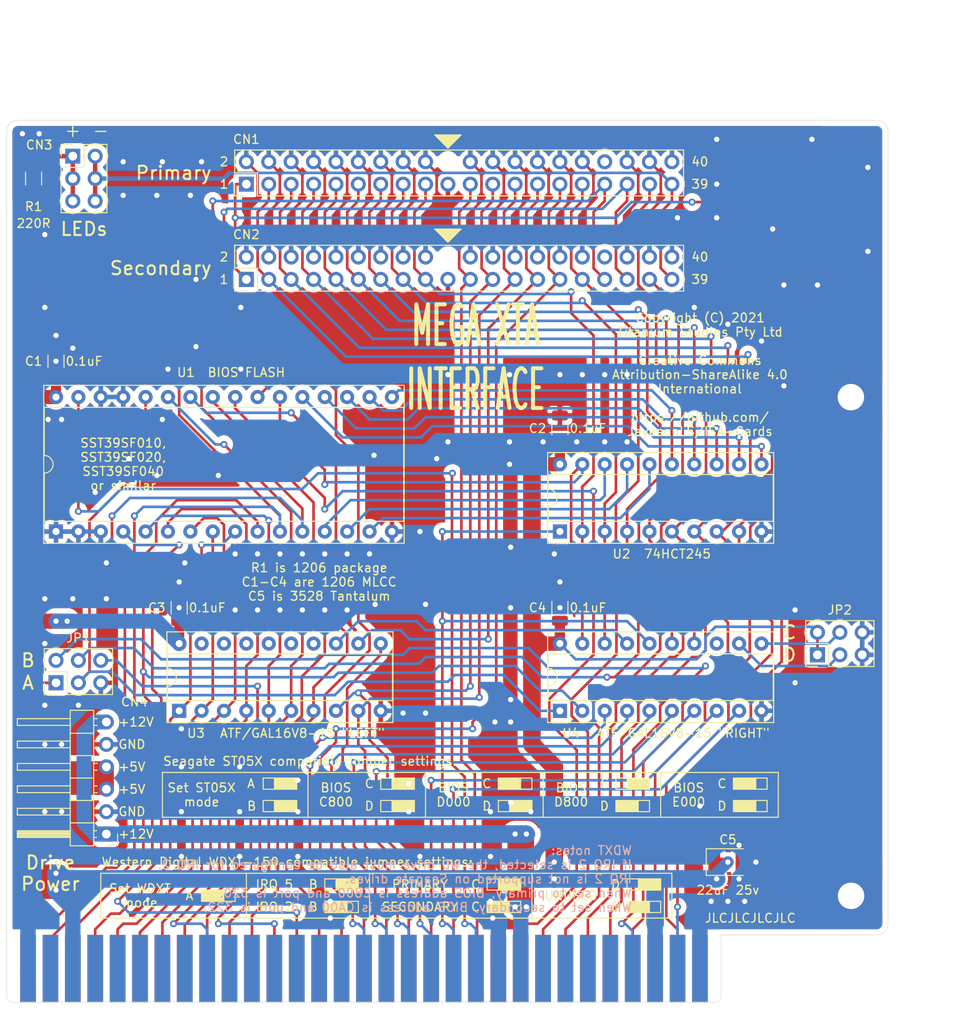
<source format=kicad_pcb>
(kicad_pcb (version 20171130) (host pcbnew "(5.1.7)-1")
  (layers (0 F.Cu signal) (31 B.Cu signal) (34 B.Paste user) (35 F.Paste user) (36 B.SilkS user) (37 F.SilkS user) (38 B.Mask user) (39 F.Mask user) (44 Edge.Cuts user))
  (net 0 "")
  (net 1 A00)
  (net 2 A01)
  (net 3 A02)
  (net 4 A03)
  (net 5 A04)
  (net 6 A05)
  (net 7 A06)
  (net 8 A07)
  (net 9 A08)
  (net 10 A09)
  (net 11 A10)
  (net 12 A11)
  (net 13 A12)
  (net 14 A13)
  (net 15 A15)
  (net 16 A16)
  (net 17 A17)
  (net 18 A18)
  (net 19 A19)
  (net 20 D0)
  (net 21 D1)
  (net 22 D2)
  (net 23 D3)
  (net 24 D4)
  (net 25 D5)
  (net 26 D6)
  (net 27 D7)
  (net 28 GND)
  (net 29 VCC)
  (net 30 ~IOR)
  (net 31 ~IOW)
  (net 32 ~MEMR)
  (net 33 ~MEMW)
  (net 34 RESET)
  (net 35 D0_BUF)
  (net 36 D1_BUF)
  (net 37 D2_BUF)
  (net 38 D3_BUF)
  (net 39 D4_BUF)
  (net 40 D5_BUF)
  (net 41 D6_BUF)
  (net 42 D7_BUF)
  (net 43 ~CE~_BIOS)
  (net 44 A14)
  (net 45 ~MEMR~_DELAYED)
  (net 46 "Net-(J3-Pad41)")
  (net 47 "Net-(J3-Pad32)")
  (net 48 "Net-(J3-Pad30)")
  (net 49 "Net-(J3-Pad28)")
  (net 50 "Net-(J3-Pad27)")
  (net 51 "Net-(J3-Pad26)")
  (net 52 "Net-(J3-Pad25)")
  (net 53 "Net-(J3-Pad24)")
  (net 54 "Net-(J3-Pad22)")
  (net 55 "Net-(J3-Pad21)")
  (net 56 "Net-(J3-Pad20)")
  (net 57 "Net-(J3-Pad19)")
  (net 58 "Net-(J3-Pad18)")
  (net 59 "Net-(J3-Pad17)")
  (net 60 "Net-(J3-Pad8)")
  (net 61 "Net-(J3-Pad7)")
  (net 62 "Net-(J3-Pad6)")
  (net 63 "Net-(J3-Pad5)")
  (net 64 ~DRV_ACTIVE)
  (net 65 ~CS_XTA0)
  (net 66 XTA_IRQ)
  (net 67 ~XTA_DACK)
  (net 68 AEN)
  (net 69 +12V)
  (net 70 IRQ5)
  (net 71 IRQ2)
  (net 72 ~CS_XTA1)
  (net 73 ~DACK3)
  (net 74 ADDR_JUMPER_1)
  (net 75 ADDR_JUMPER_0)
  (net 76 ST_WD_JUMPER)
  (net 77 DECODE_IO_RANGE)
  (net 78 DRQ3)
  (net 79 "Net-(U3-Pad19)")
  (net 80 "Net-(U3-Pad18)")
  (net 81 "Net-(U3-Pad17)")
  (net 82 "Net-(U3-Pad16)")
  (net 83 "Net-(U3-Pad15)")
  (net 84 "Net-(U3-Pad14)")
  (net 85 "Net-(U4-Pad13)")
  (net 86 "Net-(CN1-Pad34)")
  (net 87 "Net-(CN2-Pad34)")
  (net 88 "Net-(CN3-Pad1)")
  (module Connector_PinHeader_2.54mm:PinHeader_1x06_P2.54mm_Horizontal (layer F.Cu) (at 107.95 123.19 180)
    (fp_text reference CN4 (at -3.175 14.986 180) (layer F.SilkS))
    (fp_text value "Drive Power")
    (pad 6 thru_hole oval (at 0 12.7 180) (size 1.7 1.7) (drill 1) (layers *.Cu *.Mask) (net 69 +12V))
    (pad 5 thru_hole oval (at 0 10.16 180) (size 1.7 1.7) (drill 1) (layers *.Cu *.Mask) (net 28 GND))
    (pad 4 thru_hole oval (at 0 7.62 180) (size 1.7 1.7) (drill 1) (layers *.Cu *.Mask) (net 29 VCC))
    (pad 3 thru_hole oval (at 0 5.08 180) (size 1.7 1.7) (drill 1) (layers *.Cu *.Mask) (net 29 VCC))
    (pad 2 thru_hole oval (at 0 2.54 180) (size 1.7 1.7) (drill 1) (layers *.Cu *.Mask) (net 28 GND))
    (pad 1 thru_hole rect (at 0 0 180) (size 1.7 1.7) (drill 1) (layers *.Cu *.Mask) (net 69 +12V))
  )
  (module Package_DIP:DIP-20_W7.62mm_Socket (layer F.Cu) (at 159.385 88.9 90)
    (fp_text reference U2 (at -2.54 6.985 180) (layer F.SilkS))
    (fp_text value 74HCT245)
    (fp_text user %V (at -2.54 13.335 180) (layer F.SilkS))
    (pad 20 thru_hole oval (at 7.62 0 90) (size 1.6 1.6) (drill 0.8) (layers *.Cu *.Mask) (net 29 VCC))
    (pad 10 thru_hole oval (at 0 22.86 90) (size 1.6 1.6) (drill 0.8) (layers *.Cu *.Mask) (net 28 GND))
    (pad 19 thru_hole oval (at 7.62 2.54 90) (size 1.6 1.6) (drill 0.8) (layers *.Cu *.Mask) (net 43 ~CE~_BIOS))
    (pad 9 thru_hole oval (at 0 20.32 90) (size 1.6 1.6) (drill 0.8) (layers *.Cu *.Mask) (net 27 D7))
    (pad 18 thru_hole oval (at 7.62 5.08 90) (size 1.6 1.6) (drill 0.8) (layers *.Cu *.Mask) (net 35 D0_BUF))
    (pad 8 thru_hole oval (at 0 17.78 90) (size 1.6 1.6) (drill 0.8) (layers *.Cu *.Mask) (net 26 D6))
    (pad 17 thru_hole oval (at 7.62 7.62 90) (size 1.6 1.6) (drill 0.8) (layers *.Cu *.Mask) (net 36 D1_BUF))
    (pad 7 thru_hole oval (at 0 15.24 90) (size 1.6 1.6) (drill 0.8) (layers *.Cu *.Mask) (net 25 D5))
    (pad 16 thru_hole oval (at 7.62 10.16 90) (size 1.6 1.6) (drill 0.8) (layers *.Cu *.Mask) (net 37 D2_BUF))
    (pad 6 thru_hole oval (at 0 12.7 90) (size 1.6 1.6) (drill 0.8) (layers *.Cu *.Mask) (net 24 D4))
    (pad 15 thru_hole oval (at 7.62 12.7 90) (size 1.6 1.6) (drill 0.8) (layers *.Cu *.Mask) (net 38 D3_BUF))
    (pad 5 thru_hole oval (at 0 10.16 90) (size 1.6 1.6) (drill 0.8) (layers *.Cu *.Mask) (net 23 D3))
    (pad 14 thru_hole oval (at 7.62 15.24 90) (size 1.6 1.6) (drill 0.8) (layers *.Cu *.Mask) (net 39 D4_BUF))
    (pad 4 thru_hole oval (at 0 7.62 90) (size 1.6 1.6) (drill 0.8) (layers *.Cu *.Mask) (net 22 D2))
    (pad 13 thru_hole oval (at 7.62 17.78 90) (size 1.6 1.6) (drill 0.8) (layers *.Cu *.Mask) (net 40 D5_BUF))
    (pad 3 thru_hole oval (at 0 5.08 90) (size 1.6 1.6) (drill 0.8) (layers *.Cu *.Mask) (net 21 D1))
    (pad 12 thru_hole oval (at 7.62 20.32 90) (size 1.6 1.6) (drill 0.8) (layers *.Cu *.Mask) (net 41 D6_BUF))
    (pad 2 thru_hole oval (at 0 2.54 90) (size 1.6 1.6) (drill 0.8) (layers *.Cu *.Mask) (net 20 D0))
    (pad 11 thru_hole oval (at 7.62 22.86 90) (size 1.6 1.6) (drill 0.8) (layers *.Cu *.Mask) (net 42 D7_BUF))
    (pad 1 thru_hole rect (at 0 0 90) (size 1.6 1.6) (drill 0.8) (layers *.Cu *.Mask) (net 32 ~MEMR))
  )
  (module Package_DIP:DIP-20_W7.62mm_Socket (layer F.Cu) (at 159.385 109.22 90)
    (fp_text reference U4 (at -2.54 1.27 180) (layer F.SilkS))
    (fp_text value "ATF/GAL16V8-15 \"RIGHT\"")
    (fp_text user %V (at -2.54 13.97 180) (layer F.SilkS))
    (pad 20 thru_hole oval (at 7.62 0 90) (size 1.6 1.6) (drill 0.8) (layers *.Cu *.Mask) (net 29 VCC))
    (pad 10 thru_hole oval (at 0 22.86 90) (size 1.6 1.6) (drill 0.8) (layers *.Cu *.Mask) (net 28 GND))
    (pad 19 thru_hole oval (at 7.62 2.54 90) (size 1.6 1.6) (drill 0.8) (layers *.Cu *.Mask) (net 43 ~CE~_BIOS))
    (pad 9 thru_hole oval (at 0 20.32 90) (size 1.6 1.6) (drill 0.8) (layers *.Cu *.Mask) (net 19 A19))
    (pad 18 thru_hole oval (at 7.62 5.08 90) (size 1.6 1.6) (drill 0.8) (layers *.Cu *.Mask) (net 45 ~MEMR~_DELAYED))
    (pad 8 thru_hole oval (at 0 17.78 90) (size 1.6 1.6) (drill 0.8) (layers *.Cu *.Mask) (net 18 A18))
    (pad 17 thru_hole oval (at 7.62 7.62 90) (size 1.6 1.6) (drill 0.8) (layers *.Cu *.Mask) (net 77 DECODE_IO_RANGE))
    (pad 7 thru_hole oval (at 0 15.24 90) (size 1.6 1.6) (drill 0.8) (layers *.Cu *.Mask) (net 17 A17))
    (pad 16 thru_hole oval (at 7.62 10.16 90) (size 1.6 1.6) (drill 0.8) (layers *.Cu *.Mask) (net 32 ~MEMR))
    (pad 6 thru_hole oval (at 0 12.7 90) (size 1.6 1.6) (drill 0.8) (layers *.Cu *.Mask) (net 16 A16))
    (pad 15 thru_hole oval (at 7.62 12.7 90) (size 1.6 1.6) (drill 0.8) (layers *.Cu *.Mask) (net 65 ~CS_XTA0))
    (pad 5 thru_hole oval (at 0 10.16 90) (size 1.6 1.6) (drill 0.8) (layers *.Cu *.Mask) (net 15 A15))
    (pad 14 thru_hole oval (at 7.62 15.24 90) (size 1.6 1.6) (drill 0.8) (layers *.Cu *.Mask) (net 72 ~CS_XTA1))
    (pad 4 thru_hole oval (at 0 7.62 90) (size 1.6 1.6) (drill 0.8) (layers *.Cu *.Mask) (net 44 A14))
    (pad 13 thru_hole oval (at 7.62 17.78 90) (size 1.6 1.6) (drill 0.8) (layers *.Cu *.Mask) (net 85 "Net-(U4-Pad13)"))
    (pad 3 thru_hole oval (at 0 5.08 90) (size 1.6 1.6) (drill 0.8) (layers *.Cu *.Mask) (net 14 A13))
    (pad 12 thru_hole oval (at 7.62 20.32 90) (size 1.6 1.6) (drill 0.8) (layers *.Cu *.Mask) (net 74 ADDR_JUMPER_1))
    (pad 2 thru_hole oval (at 0 2.54 90) (size 1.6 1.6) (drill 0.8) (layers *.Cu *.Mask) (net 3 A02))
    (pad 11 thru_hole oval (at 7.62 22.86 90) (size 1.6 1.6) (drill 0.8) (layers *.Cu *.Mask) (net 75 ADDR_JUMPER_0))
    (pad 1 thru_hole rect (at 0 0 90) (size 1.6 1.6) (drill 0.8) (layers *.Cu *.Mask) (net 76 ST_WD_JUMPER))
  )
  (module Package_DIP:DIP-20_W7.62mm_Socket (layer F.Cu) (at 116.205 109.22 90)
    (fp_text reference U3 (at -2.54 1.905 180) (layer F.SilkS))
    (fp_text value "ATF/GAL16V8-15 \"LEFT\"")
    (fp_text user %V (at -2.54 13.97 180) (layer F.SilkS))
    (pad 20 thru_hole oval (at 7.62 0 90) (size 1.6 1.6) (drill 0.8) (layers *.Cu *.Mask) (net 29 VCC))
    (pad 10 thru_hole oval (at 0 22.86 90) (size 1.6 1.6) (drill 0.8) (layers *.Cu *.Mask) (net 28 GND))
    (pad 19 thru_hole oval (at 7.62 2.54 90) (size 1.6 1.6) (drill 0.8) (layers *.Cu *.Mask) (net 79 "Net-(U3-Pad19)"))
    (pad 9 thru_hole oval (at 0 20.32 90) (size 1.6 1.6) (drill 0.8) (layers *.Cu *.Mask) (net 30 ~IOR))
    (pad 18 thru_hole oval (at 7.62 5.08 90) (size 1.6 1.6) (drill 0.8) (layers *.Cu *.Mask) (net 80 "Net-(U3-Pad18)"))
    (pad 8 thru_hole oval (at 0 17.78 90) (size 1.6 1.6) (drill 0.8) (layers *.Cu *.Mask) (net 31 ~IOW))
    (pad 17 thru_hole oval (at 7.62 7.62 90) (size 1.6 1.6) (drill 0.8) (layers *.Cu *.Mask) (net 81 "Net-(U3-Pad17)"))
    (pad 7 thru_hole oval (at 0 15.24 90) (size 1.6 1.6) (drill 0.8) (layers *.Cu *.Mask) (net 10 A09))
    (pad 16 thru_hole oval (at 7.62 10.16 90) (size 1.6 1.6) (drill 0.8) (layers *.Cu *.Mask) (net 82 "Net-(U3-Pad16)"))
    (pad 6 thru_hole oval (at 0 12.7 90) (size 1.6 1.6) (drill 0.8) (layers *.Cu *.Mask) (net 9 A08))
    (pad 15 thru_hole oval (at 7.62 12.7 90) (size 1.6 1.6) (drill 0.8) (layers *.Cu *.Mask) (net 83 "Net-(U3-Pad15)"))
    (pad 5 thru_hole oval (at 0 10.16 90) (size 1.6 1.6) (drill 0.8) (layers *.Cu *.Mask) (net 8 A07))
    (pad 14 thru_hole oval (at 7.62 15.24 90) (size 1.6 1.6) (drill 0.8) (layers *.Cu *.Mask) (net 84 "Net-(U3-Pad14)"))
    (pad 4 thru_hole oval (at 0 7.62 90) (size 1.6 1.6) (drill 0.8) (layers *.Cu *.Mask) (net 7 A06))
    (pad 13 thru_hole oval (at 7.62 17.78 90) (size 1.6 1.6) (drill 0.8) (layers *.Cu *.Mask) (net 77 DECODE_IO_RANGE))
    (pad 3 thru_hole oval (at 0 5.08 90) (size 1.6 1.6) (drill 0.8) (layers *.Cu *.Mask) (net 6 A05))
    (pad 12 thru_hole oval (at 7.62 20.32 90) (size 1.6 1.6) (drill 0.8) (layers *.Cu *.Mask) (net 67 ~XTA_DACK))
    (pad 2 thru_hole oval (at 0 2.54 90) (size 1.6 1.6) (drill 0.8) (layers *.Cu *.Mask) (net 5 A04))
    (pad 11 thru_hole oval (at 7.62 22.86 90) (size 1.6 1.6) (drill 0.8) (layers *.Cu *.Mask) (net 73 ~DACK3))
    (pad 1 thru_hole rect (at 0 0 90) (size 1.6 1.6) (drill 0.8) (layers *.Cu *.Mask) (net 4 A03))
  )
  (module Package_DIP:DIP-32_W15.24mm_Socket (layer F.Cu) (at 102.235 88.9 90)
    (fp_text reference U1 (at 18.034 14.732 180) (layer F.SilkS))
    (fp_text value "BIOS FLASH")
    (fp_text user %V (at 18.034 21.59 180) (layer F.SilkS))
    (pad 32 thru_hole oval (at 15.24 0 90) (size 1.6 1.6) (drill 0.8) (layers *.Cu *.Mask) (net 29 VCC))
    (pad 16 thru_hole oval (at 0 38.1 90) (size 1.6 1.6) (drill 0.8) (layers *.Cu *.Mask) (net 28 GND))
    (pad 31 thru_hole oval (at 15.24 2.54 90) (size 1.6 1.6) (drill 0.8) (layers *.Cu *.Mask) (net 33 ~MEMW))
    (pad 15 thru_hole oval (at 0 35.56 90) (size 1.6 1.6) (drill 0.8) (layers *.Cu *.Mask) (net 37 D2_BUF))
    (pad 30 thru_hole oval (at 15.24 5.08 90) (size 1.6 1.6) (drill 0.8) (layers *.Cu *.Mask) (net 28 GND))
    (pad 14 thru_hole oval (at 0 33.02 90) (size 1.6 1.6) (drill 0.8) (layers *.Cu *.Mask) (net 36 D1_BUF))
    (pad 29 thru_hole oval (at 15.24 7.62 90) (size 1.6 1.6) (drill 0.8) (layers *.Cu *.Mask) (net 28 GND))
    (pad 13 thru_hole oval (at 0 30.48 90) (size 1.6 1.6) (drill 0.8) (layers *.Cu *.Mask) (net 35 D0_BUF))
    (pad 28 thru_hole oval (at 15.24 10.16 90) (size 1.6 1.6) (drill 0.8) (layers *.Cu *.Mask) (net 76 ST_WD_JUMPER))
    (pad 12 thru_hole oval (at 0 27.94 90) (size 1.6 1.6) (drill 0.8) (layers *.Cu *.Mask) (net 1 A00))
    (pad 27 thru_hole oval (at 15.24 12.7 90) (size 1.6 1.6) (drill 0.8) (layers *.Cu *.Mask) (net 9 A08))
    (pad 11 thru_hole oval (at 0 25.4 90) (size 1.6 1.6) (drill 0.8) (layers *.Cu *.Mask) (net 2 A01))
    (pad 26 thru_hole oval (at 15.24 15.24 90) (size 1.6 1.6) (drill 0.8) (layers *.Cu *.Mask) (net 10 A09))
    (pad 10 thru_hole oval (at 0 22.86 90) (size 1.6 1.6) (drill 0.8) (layers *.Cu *.Mask) (net 3 A02))
    (pad 25 thru_hole oval (at 15.24 17.78 90) (size 1.6 1.6) (drill 0.8) (layers *.Cu *.Mask) (net 12 A11))
    (pad 9 thru_hole oval (at 0 20.32 90) (size 1.6 1.6) (drill 0.8) (layers *.Cu *.Mask) (net 4 A03))
    (pad 24 thru_hole oval (at 15.24 20.32 90) (size 1.6 1.6) (drill 0.8) (layers *.Cu *.Mask) (net 45 ~MEMR~_DELAYED))
    (pad 8 thru_hole oval (at 0 17.78 90) (size 1.6 1.6) (drill 0.8) (layers *.Cu *.Mask) (net 5 A04))
    (pad 23 thru_hole oval (at 15.24 22.86 90) (size 1.6 1.6) (drill 0.8) (layers *.Cu *.Mask) (net 11 A10))
    (pad 7 thru_hole oval (at 0 15.24 90) (size 1.6 1.6) (drill 0.8) (layers *.Cu *.Mask) (net 6 A05))
    (pad 22 thru_hole oval (at 15.24 25.4 90) (size 1.6 1.6) (drill 0.8) (layers *.Cu *.Mask) (net 43 ~CE~_BIOS))
    (pad 6 thru_hole oval (at 0 12.7 90) (size 1.6 1.6) (drill 0.8) (layers *.Cu *.Mask) (net 7 A06))
    (pad 21 thru_hole oval (at 15.24 27.94 90) (size 1.6 1.6) (drill 0.8) (layers *.Cu *.Mask) (net 42 D7_BUF))
    (pad 5 thru_hole oval (at 0 10.16 90) (size 1.6 1.6) (drill 0.8) (layers *.Cu *.Mask) (net 8 A07))
    (pad 20 thru_hole oval (at 15.24 30.48 90) (size 1.6 1.6) (drill 0.8) (layers *.Cu *.Mask) (net 41 D6_BUF))
    (pad 4 thru_hole oval (at 0 7.62 90) (size 1.6 1.6) (drill 0.8) (layers *.Cu *.Mask) (net 13 A12))
    (pad 19 thru_hole oval (at 15.24 33.02 90) (size 1.6 1.6) (drill 0.8) (layers *.Cu *.Mask) (net 40 D5_BUF))
    (pad 3 thru_hole oval (at 0 5.08 90) (size 1.6 1.6) (drill 0.8) (layers *.Cu *.Mask) (net 28 GND))
    (pad 18 thru_hole oval (at 15.24 35.56 90) (size 1.6 1.6) (drill 0.8) (layers *.Cu *.Mask) (net 39 D4_BUF))
    (pad 2 thru_hole oval (at 0 2.54 90) (size 1.6 1.6) (drill 0.8) (layers *.Cu *.Mask) (net 28 GND))
    (pad 17 thru_hole oval (at 15.24 38.1 90) (size 1.6 1.6) (drill 0.8) (layers *.Cu *.Mask) (net 38 D3_BUF))
    (pad 1 thru_hole rect (at 0 0 90) (size 1.6 1.6) (drill 0.8) (layers *.Cu *.Mask) (net 28 GND))
  )
  (module Connector_PinHeader_2.54mm:PinHeader_2x03_P2.54mm_Vertical (layer F.Cu) (at 188.595 102.87 90)
    (fp_text reference JP2 (at 5.08 2.54 180) (layer F.SilkS))
    (fp_text value Addresses)
    (fp_text user C (at 2.54 -3.175 180) (layer F.SilkS) (effects (font (size 1.5 1.5) (thickness 0.23))))
    (fp_text user D (at 0 -3.175 180) (layer F.SilkS) (effects (font (size 1.5 1.5) (thickness 0.23))))
    (pad 6 thru_hole oval (at 2.54 5.08 90) (size 1.7 1.7) (drill 1) (layers *.Cu *.Mask) (net 28 GND))
    (pad 5 thru_hole oval (at 0 5.08 90) (size 1.7 1.7) (drill 1) (layers *.Cu *.Mask) (net 28 GND))
    (pad 4 thru_hole oval (at 2.54 2.54 90) (size 1.7 1.7) (drill 1) (layers *.Cu *.Mask) (net 75 ADDR_JUMPER_0))
    (pad 3 thru_hole oval (at 0 2.54 90) (size 1.7 1.7) (drill 1) (layers *.Cu *.Mask) (net 74 ADDR_JUMPER_1))
    (pad 2 thru_hole oval (at 2.54 0 90) (size 1.7 1.7) (drill 1) (layers *.Cu *.Mask) (net 29 VCC))
    (pad 1 thru_hole rect (at 0 0 90) (size 1.7 1.7) (drill 1) (layers *.Cu *.Mask) (net 29 VCC))
  )
  (module Connector_PinHeader_2.54mm:PinHeader_2x03_P2.54mm_Vertical (layer F.Cu) (at 102.235 106.045 90)
    (fp_text reference JP1 (at 5.08 2.54) (layer F.SilkS))
    (fp_text value Options)
    (fp_text user A (at 0 -3.175 180) (layer F.SilkS) (effects (font (size 1.5 1.5) (thickness 0.23))))
    (fp_text user B (at 2.54 -3.175 180) (layer F.SilkS) (effects (font (size 1.5 1.5) (thickness 0.23))))
    (pad 6 thru_hole oval (at 2.54 5.08 90) (size 1.7 1.7) (drill 1) (layers *.Cu *.Mask) (net 70 IRQ5))
    (pad 5 thru_hole oval (at 0 5.08 90) (size 1.7 1.7) (drill 1) (layers *.Cu *.Mask) (net 28 GND))
    (pad 4 thru_hole oval (at 2.54 2.54 90) (size 1.7 1.7) (drill 1) (layers *.Cu *.Mask) (net 66 XTA_IRQ))
    (pad 3 thru_hole oval (at 0 2.54 90) (size 1.7 1.7) (drill 1) (layers *.Cu *.Mask) (net 76 ST_WD_JUMPER))
    (pad 2 thru_hole oval (at 2.54 0 90) (size 1.7 1.7) (drill 1) (layers *.Cu *.Mask) (net 71 IRQ2))
    (pad 1 thru_hole rect (at 0 0 90) (size 1.7 1.7) (drill 1) (layers *.Cu *.Mask) (net 29 VCC))
  )
  (module Capacitor_Tantalum_SMD:CP_EIA-3528-15_AVX-H (layer F.Cu) (at 178.435 126.365)
    (fp_text reference C5 (at 0 -2.54) (layer F.SilkS))
    (fp_text value "22uF 25v")
    (fp_text user %V (at 0 3.175) (layer F.SilkS))
    (pad 2 smd roundrect (at 1.5375 0) (size 1.325 2.35) (layers F.Cu F.Paste F.Mask) (roundrect_rratio 0.188679) (net 28 GND))
    (pad 1 smd roundrect (at -1.5375 0) (size 1.325 2.35) (layers F.Cu F.Paste F.Mask) (roundrect_rratio 0.188679) (net 29 VCC))
  )
  (module Capacitor_SMD:C_1206_3216Metric (layer F.Cu) (at 159.385 77.216 90)
    (fp_text reference C2 (at 0 -2.54) (layer F.SilkS))
    (fp_text value 0.1uF)
    (fp_text user %V (at 0 3.175 180) (layer F.SilkS))
    (pad 2 smd roundrect (at 1.475 0 90) (size 1.15 1.8) (layers F.Cu F.Paste F.Mask) (roundrect_rratio 0.217391) (net 28 GND))
    (pad 1 smd roundrect (at -1.475 0 90) (size 1.15 1.8) (layers F.Cu F.Paste F.Mask) (roundrect_rratio 0.217391) (net 29 VCC))
  )
  (module Capacitor_SMD:C_1206_3216Metric (layer F.Cu) (at 159.385 97.536 90)
    (fp_text reference C4 (at 0 -2.54) (layer F.SilkS))
    (fp_text value 0.1uF)
    (fp_text user %V (at 0 3.175) (layer F.SilkS))
    (pad 2 smd roundrect (at 1.475 0 90) (size 1.15 1.8) (layers F.Cu F.Paste F.Mask) (roundrect_rratio 0.217391) (net 28 GND))
    (pad 1 smd roundrect (at -1.475 0 90) (size 1.15 1.8) (layers F.Cu F.Paste F.Mask) (roundrect_rratio 0.217391) (net 29 VCC))
  )
  (module Capacitor_SMD:C_1206_3216Metric (layer F.Cu) (at 116.205 97.536 90)
    (fp_text reference C3 (at 0 -2.54) (layer F.SilkS))
    (fp_text value 0.1uF)
    (fp_text user %V (at 0 3.175) (layer F.SilkS))
    (pad 1 smd roundrect (at -1.475 0 90) (size 1.15 1.8) (layers F.Cu F.Paste F.Mask) (roundrect_rratio 0.217391) (net 29 VCC))
    (pad 2 smd roundrect (at 1.475 0 90) (size 1.15 1.8) (layers F.Cu F.Paste F.Mask) (roundrect_rratio 0.217391) (net 28 GND))
  )
  (module Capacitor_SMD:C_1206_3216Metric (layer F.Cu) (at 102.235 69.596 90)
    (fp_text reference C1 (at 0 -2.54 180) (layer F.SilkS))
    (fp_text value 0.1uF)
    (fp_text user %V (at 0 3.175 180) (layer F.SilkS))
    (pad 2 smd roundrect (at 1.475 0 90) (size 1.15 1.8) (layers F.Cu F.Paste F.Mask) (roundrect_rratio 0.217391) (net 28 GND))
    (pad 1 smd roundrect (at -1.475 0 90) (size 1.15 1.8) (layers F.Cu F.Paste F.Mask) (roundrect_rratio 0.217391) (net 29 VCC))
  )
  (module Resistor_SMD:R_1206_3216Metric (layer F.Cu) (at 99.695 48.895 90)
    (fp_text reference R1 (at -3.175 0 180) (layer F.SilkS))
    (fp_text value 220R)
    (fp_text user %V (at -5.08 0 180) (layer F.SilkS))
    (pad 2 smd roundrect (at 1.4625 0 90) (size 1.125 1.75) (layers F.Cu F.Paste F.Mask) (roundrect_rratio 0.222222) (net 88 "Net-(CN3-Pad1)"))
    (pad 1 smd roundrect (at -1.4625 0 90) (size 1.125 1.75) (layers F.Cu F.Paste F.Mask) (roundrect_rratio 0.222222) (net 29 VCC))
  )
  (module Connector_PinHeader_2.54mm:PinHeader_2x03_P2.54mm_Vertical (layer F.Cu) (at 104.14 46.355)
    (fp_text reference CN3 (at -3.81 -1.27) (layer F.SilkS))
    (fp_text value LEDs)
    (fp_text user + (at 0 -2.921) (layer F.SilkS) (effects (font (size 1.5 1.5))))
    (fp_text user - (at 3.175 -2.921) (layer F.SilkS) (effects (font (size 1.5 1.5))))
    (fp_text user %V (at 1.27 8.255) (layer F.SilkS) (effects (font (size 1.5 1.5) (thickness 0.23))))
    (pad 6 thru_hole oval (at 2.54 5.08) (size 1.7 1.7) (drill 1) (layers *.Cu *.Mask) (net 64 ~DRV_ACTIVE))
    (pad 5 thru_hole oval (at 0 5.08) (size 1.7 1.7) (drill 1) (layers *.Cu *.Mask) (net 88 "Net-(CN3-Pad1)"))
    (pad 4 thru_hole oval (at 2.54 2.54) (size 1.7 1.7) (drill 1) (layers *.Cu *.Mask) (net 64 ~DRV_ACTIVE))
    (pad 3 thru_hole oval (at 0 2.54) (size 1.7 1.7) (drill 1) (layers *.Cu *.Mask) (net 88 "Net-(CN3-Pad1)"))
    (pad 2 thru_hole oval (at 2.54 0) (size 1.7 1.7) (drill 1) (layers *.Cu *.Mask) (net 64 ~DRV_ACTIVE))
    (pad 1 thru_hole rect (at 0 0) (size 1.7 1.7) (drill 1) (layers *.Cu *.Mask) (net 88 "Net-(CN3-Pad1)"))
  )
  (module Connector_PinHeader_2.54mm:PinHeader_2x20_P2.54mm_Vertical (layer F.Cu) (at 123.825 60.325 90)
    (fp_text reference CN2 (at 5.08 0) (layer F.SilkS))
    (fp_text value "DRIVE 1")
    (fp_text user 1 (at 0 -2.54) (layer F.SilkS))
    (fp_text user 2 (at 2.54 -2.54) (layer F.SilkS))
    (fp_text user 39 (at 0 51.435) (layer F.SilkS))
    (fp_text user 40 (at 2.54 51.435) (layer F.SilkS))
    (fp_text user Secondary (at 1.27 -3.81) (layer F.SilkS) (effects (font (size 1.5 1.5) (thickness 0.23)) (justify right)))
    (pad 40 thru_hole oval (at 2.54 48.26 90) (size 1.7 1.7) (drill 1) (layers *.Cu *.Mask) (net 28 GND))
    (pad 39 thru_hole oval (at 0 48.26 90) (size 1.7 1.7) (drill 1) (layers *.Cu *.Mask) (net 64 ~DRV_ACTIVE))
    (pad 38 thru_hole oval (at 2.54 45.72 90) (size 1.7 1.7) (drill 1) (layers *.Cu *.Mask) (net 28 GND))
    (pad 37 thru_hole oval (at 0 45.72 90) (size 1.7 1.7) (drill 1) (layers *.Cu *.Mask) (net 72 ~CS_XTA1))
    (pad 36 thru_hole oval (at 2.54 43.18 90) (size 1.7 1.7) (drill 1) (layers *.Cu *.Mask) (net 28 GND))
    (pad 35 thru_hole oval (at 0 43.18 90) (size 1.7 1.7) (drill 1) (layers *.Cu *.Mask) (net 1 A00))
    (pad 34 thru_hole oval (at 2.54 40.64 90) (size 1.7 1.7) (drill 1) (layers *.Cu *.Mask) (net 87 "Net-(CN2-Pad34)"))
    (pad 33 thru_hole oval (at 0 40.64 90) (size 1.7 1.7) (drill 1) (layers *.Cu *.Mask) (net 2 A01))
    (pad 32 thru_hole oval (at 2.54 38.1 90) (size 1.7 1.7) (drill 1) (layers *.Cu *.Mask) (net 28 GND))
    (pad 31 thru_hole oval (at 0 38.1 90) (size 1.7 1.7) (drill 1) (layers *.Cu *.Mask) (net 66 XTA_IRQ))
    (pad 30 thru_hole oval (at 2.54 35.56 90) (size 1.7 1.7) (drill 1) (layers *.Cu *.Mask) (net 28 GND))
    (pad 29 thru_hole oval (at 0 35.56 90) (size 1.7 1.7) (drill 1) (layers *.Cu *.Mask) (net 78 DRQ3))
    (pad 28 thru_hole oval (at 2.54 33.02 90) (size 1.7 1.7) (drill 1) (layers *.Cu *.Mask) (net 28 GND))
    (pad 27 thru_hole oval (at 0 33.02 90) (size 1.7 1.7) (drill 1) (layers *.Cu *.Mask) (net 67 ~XTA_DACK))
    (pad 26 thru_hole oval (at 2.54 30.48 90) (size 1.7 1.7) (drill 1) (layers *.Cu *.Mask) (net 28 GND))
    (pad 25 thru_hole oval (at 0 30.48 90) (size 1.7 1.7) (drill 1) (layers *.Cu *.Mask) (net 30 ~IOR))
    (pad 24 thru_hole oval (at 2.54 27.94 90) (size 1.7 1.7) (drill 1) (layers *.Cu *.Mask) (net 28 GND))
    (pad 23 thru_hole oval (at 0 27.94 90) (size 1.7 1.7) (drill 1) (layers *.Cu *.Mask) (net 31 ~IOW))
    (pad 22 thru_hole oval (at 2.54 25.4 90) (size 1.7 1.7) (drill 1) (layers *.Cu *.Mask) (net 28 GND))
    (pad 21 thru_hole oval (at 0 25.4 90) (size 1.7 1.7) (drill 1) (layers *.Cu *.Mask) (net 68 AEN))
    (pad "" np_thru_hole oval (at 2.54 22.86 90) (size 1.2 1.2) (drill 1.2) (layers F.Cu))
    (pad 19 thru_hole oval (at 0 22.86 90) (size 1.7 1.7) (drill 1) (layers *.Cu *.Mask) (net 28 GND))
    (pad 18 thru_hole oval (at 2.54 20.32 90) (size 1.7 1.7) (drill 1) (layers *.Cu *.Mask) (net 28 GND))
    (pad 17 thru_hole oval (at 0 20.32 90) (size 1.7 1.7) (drill 1) (layers *.Cu *.Mask) (net 20 D0))
    (pad 16 thru_hole oval (at 2.54 17.78 90) (size 1.7 1.7) (drill 1) (layers *.Cu *.Mask) (net 28 GND))
    (pad 15 thru_hole oval (at 0 17.78 90) (size 1.7 1.7) (drill 1) (layers *.Cu *.Mask) (net 21 D1))
    (pad 14 thru_hole oval (at 2.54 15.24 90) (size 1.7 1.7) (drill 1) (layers *.Cu *.Mask) (net 28 GND))
    (pad 13 thru_hole oval (at 0 15.24 90) (size 1.7 1.7) (drill 1) (layers *.Cu *.Mask) (net 22 D2))
    (pad 12 thru_hole oval (at 2.54 12.7 90) (size 1.7 1.7) (drill 1) (layers *.Cu *.Mask) (net 28 GND))
    (pad 11 thru_hole oval (at 0 12.7 90) (size 1.7 1.7) (drill 1) (layers *.Cu *.Mask) (net 23 D3))
    (pad 10 thru_hole oval (at 2.54 10.16 90) (size 1.7 1.7) (drill 1) (layers *.Cu *.Mask) (net 28 GND))
    (pad 9 thru_hole oval (at 0 10.16 90) (size 1.7 1.7) (drill 1) (layers *.Cu *.Mask) (net 24 D4))
    (pad 8 thru_hole oval (at 2.54 7.62 90) (size 1.7 1.7) (drill 1) (layers *.Cu *.Mask) (net 28 GND))
    (pad 7 thru_hole oval (at 0 7.62 90) (size 1.7 1.7) (drill 1) (layers *.Cu *.Mask) (net 25 D5))
    (pad 6 thru_hole oval (at 2.54 5.08 90) (size 1.7 1.7) (drill 1) (layers *.Cu *.Mask) (net 28 GND))
    (pad 5 thru_hole oval (at 0 5.08 90) (size 1.7 1.7) (drill 1) (layers *.Cu *.Mask) (net 26 D6))
    (pad 4 thru_hole oval (at 2.54 2.54 90) (size 1.7 1.7) (drill 1) (layers *.Cu *.Mask) (net 28 GND))
    (pad 3 thru_hole oval (at 0 2.54 90) (size 1.7 1.7) (drill 1) (layers *.Cu *.Mask) (net 27 D7))
    (pad 2 thru_hole oval (at 2.54 0 90) (size 1.7 1.7) (drill 1) (layers *.Cu *.Mask) (net 28 GND))
    (pad 1 thru_hole rect (at 0 0 90) (size 1.7 1.7) (drill 1) (layers *.Cu *.Mask) (net 34 RESET))
  )
  (module Connector_PinHeader_2.54mm:PinHeader_2x20_P2.54mm_Vertical (layer F.Cu) (at 123.825 49.53 90)
    (fp_text reference CN1 (at 5.08 0) (layer F.SilkS))
    (fp_text value "DRIVE 0")
    (fp_text user 1 (at 0 -2.54 180) (layer F.SilkS))
    (fp_text user 2 (at 2.54 -2.54 180) (layer F.SilkS))
    (fp_text user 39 (at 0 51.435) (layer F.SilkS))
    (fp_text user 40 (at 2.54 51.435) (layer F.SilkS))
    (fp_text user Primary (at 1.27 -3.81 180) (layer F.SilkS) (effects (font (size 1.5 1.5) (thickness 0.23)) (justify right)))
    (pad 40 thru_hole oval (at 2.54 48.26 90) (size 1.7 1.7) (drill 1) (layers *.Cu *.Mask) (net 28 GND))
    (pad 39 thru_hole oval (at 0 48.26 90) (size 1.7 1.7) (drill 1) (layers *.Cu *.Mask) (net 64 ~DRV_ACTIVE))
    (pad 38 thru_hole oval (at 2.54 45.72 90) (size 1.7 1.7) (drill 1) (layers *.Cu *.Mask) (net 28 GND))
    (pad 37 thru_hole oval (at 0 45.72 90) (size 1.7 1.7) (drill 1) (layers *.Cu *.Mask) (net 65 ~CS_XTA0))
    (pad 36 thru_hole oval (at 2.54 43.18 90) (size 1.7 1.7) (drill 1) (layers *.Cu *.Mask) (net 28 GND))
    (pad 35 thru_hole oval (at 0 43.18 90) (size 1.7 1.7) (drill 1) (layers *.Cu *.Mask) (net 1 A00))
    (pad 34 thru_hole oval (at 2.54 40.64 90) (size 1.7 1.7) (drill 1) (layers *.Cu *.Mask) (net 86 "Net-(CN1-Pad34)"))
    (pad 33 thru_hole oval (at 0 40.64 90) (size 1.7 1.7) (drill 1) (layers *.Cu *.Mask) (net 2 A01))
    (pad 32 thru_hole oval (at 2.54 38.1 90) (size 1.7 1.7) (drill 1) (layers *.Cu *.Mask) (net 28 GND))
    (pad 31 thru_hole oval (at 0 38.1 90) (size 1.7 1.7) (drill 1) (layers *.Cu *.Mask) (net 66 XTA_IRQ))
    (pad 30 thru_hole oval (at 2.54 35.56 90) (size 1.7 1.7) (drill 1) (layers *.Cu *.Mask) (net 28 GND))
    (pad 29 thru_hole oval (at 0 35.56 90) (size 1.7 1.7) (drill 1) (layers *.Cu *.Mask) (net 78 DRQ3))
    (pad 28 thru_hole oval (at 2.54 33.02 90) (size 1.7 1.7) (drill 1) (layers *.Cu *.Mask) (net 28 GND))
    (pad 27 thru_hole oval (at 0 33.02 90) (size 1.7 1.7) (drill 1) (layers *.Cu *.Mask) (net 67 ~XTA_DACK))
    (pad 26 thru_hole oval (at 2.54 30.48 90) (size 1.7 1.7) (drill 1) (layers *.Cu *.Mask) (net 28 GND))
    (pad 25 thru_hole oval (at 0 30.48 90) (size 1.7 1.7) (drill 1) (layers *.Cu *.Mask) (net 30 ~IOR))
    (pad 24 thru_hole oval (at 2.54 27.94 90) (size 1.7 1.7) (drill 1) (layers *.Cu *.Mask) (net 28 GND))
    (pad 23 thru_hole oval (at 0 27.94 90) (size 1.7 1.7) (drill 1) (layers *.Cu *.Mask) (net 31 ~IOW))
    (pad 22 thru_hole oval (at 2.54 25.4 90) (size 1.7 1.7) (drill 1) (layers *.Cu *.Mask) (net 28 GND))
    (pad 21 thru_hole oval (at 0 25.4 90) (size 1.7 1.7) (drill 1) (layers *.Cu *.Mask) (net 68 AEN))
    (pad "" np_thru_hole oval (at 2.54 22.86 90) (size 1.2 1.2) (drill 1.2) (layers F.Cu))
    (pad 19 thru_hole oval (at 0 22.86 90) (size 1.7 1.7) (drill 1) (layers *.Cu *.Mask) (net 28 GND))
    (pad 18 thru_hole oval (at 2.54 20.32 90) (size 1.7 1.7) (drill 1) (layers *.Cu *.Mask) (net 28 GND))
    (pad 17 thru_hole oval (at 0 20.32 90) (size 1.7 1.7) (drill 1) (layers *.Cu *.Mask) (net 20 D0))
    (pad 16 thru_hole oval (at 2.54 17.78 90) (size 1.7 1.7) (drill 1) (layers *.Cu *.Mask) (net 28 GND))
    (pad 15 thru_hole oval (at 0 17.78 90) (size 1.7 1.7) (drill 1) (layers *.Cu *.Mask) (net 21 D1))
    (pad 14 thru_hole oval (at 2.54 15.24 90) (size 1.7 1.7) (drill 1) (layers *.Cu *.Mask) (net 28 GND))
    (pad 13 thru_hole oval (at 0 15.24 90) (size 1.7 1.7) (drill 1) (layers *.Cu *.Mask) (net 22 D2))
    (pad 12 thru_hole oval (at 2.54 12.7 90) (size 1.7 1.7) (drill 1) (layers *.Cu *.Mask) (net 28 GND))
    (pad 11 thru_hole oval (at 0 12.7 90) (size 1.7 1.7) (drill 1) (layers *.Cu *.Mask) (net 23 D3))
    (pad 10 thru_hole oval (at 2.54 10.16 90) (size 1.7 1.7) (drill 1) (layers *.Cu *.Mask) (net 28 GND))
    (pad 9 thru_hole oval (at 0 10.16 90) (size 1.7 1.7) (drill 1) (layers *.Cu *.Mask) (net 24 D4))
    (pad 8 thru_hole oval (at 2.54 7.62 90) (size 1.7 1.7) (drill 1) (layers *.Cu *.Mask) (net 28 GND))
    (pad 7 thru_hole oval (at 0 7.62 90) (size 1.7 1.7) (drill 1) (layers *.Cu *.Mask) (net 25 D5))
    (pad 6 thru_hole oval (at 2.54 5.08 90) (size 1.7 1.7) (drill 1) (layers *.Cu *.Mask) (net 28 GND))
    (pad 5 thru_hole oval (at 0 5.08 90) (size 1.7 1.7) (drill 1) (layers *.Cu *.Mask) (net 26 D6))
    (pad 4 thru_hole oval (at 2.54 2.54 90) (size 1.7 1.7) (drill 1) (layers *.Cu *.Mask) (net 28 GND))
    (pad 3 thru_hole oval (at 0 2.54 90) (size 1.7 1.7) (drill 1) (layers *.Cu *.Mask) (net 27 D7))
    (pad 2 thru_hole oval (at 2.54 0 90) (size 1.7 1.7) (drill 1) (layers *.Cu *.Mask) (net 28 GND))
    (pad 1 thru_hole rect (at 0 0 90) (size 1.7 1.7) (drill 1) (layers *.Cu *.Mask) (net 34 RESET))
  )
  (module MountingHole:MountingHole_3.5mm_Pad (layer F.Cu) (at 192.405 130.19)
    (fp_text reference H4 hide)
    (fp_text value MountingHole_Pad)
    (pad 1 thru_hole circle (at 0 0) (size 6.5 6.5) (drill 3) (layers *.Cu *.Mask) (net 28 GND))
  )
  (module MountingHole:MountingHole_3.5mm_Pad (layer F.Cu) (at 192.383 73.67)
    (fp_text reference H2)
    (fp_text value MountingHole_Pad)
    (pad 1 thru_hole circle (at 0 0) (size 6.5 6.5) (drill 3) (layers *.Cu *.Mask) (net 28 GND))
  )
  (module 00Custom:BUS_XT (layer F.Cu) (at 175.26 138.43)
    (fp_text reference J3 hide)
    (fp_text value Bus_ISA_8bit)
    (pad 62 connect rect (at -76.2 0) (size 1.78 7.62) (layers F.Cu F.Mask) (net 1 A00))
    (pad 61 connect rect (at -73.66 0) (size 1.78 7.62) (layers F.Cu F.Mask) (net 2 A01))
    (pad 60 connect rect (at -71.12 0) (size 1.78 7.62) (layers F.Cu F.Mask) (net 3 A02))
    (pad 59 connect rect (at -68.58 0) (size 1.78 7.62) (layers F.Cu F.Mask) (net 4 A03))
    (pad 58 connect rect (at -66.04 0) (size 1.78 7.62) (layers F.Cu F.Mask) (net 5 A04))
    (pad 57 connect rect (at -63.5 0) (size 1.78 7.62) (layers F.Cu F.Mask) (net 6 A05))
    (pad 56 connect rect (at -60.96 0) (size 1.78 7.62) (layers F.Cu F.Mask) (net 7 A06))
    (pad 55 connect rect (at -58.42 0) (size 1.78 7.62) (layers F.Cu F.Mask) (net 8 A07))
    (pad 54 connect rect (at -55.88 0) (size 1.78 7.62) (layers F.Cu F.Mask) (net 9 A08))
    (pad 53 connect rect (at -53.34 0) (size 1.78 7.62) (layers F.Cu F.Mask) (net 10 A09))
    (pad 52 connect rect (at -50.8 0) (size 1.78 7.62) (layers F.Cu F.Mask) (net 11 A10))
    (pad 51 connect rect (at -48.26 0) (size 1.78 7.62) (layers F.Cu F.Mask) (net 12 A11))
    (pad 50 connect rect (at -45.72 0) (size 1.78 7.62) (layers F.Cu F.Mask) (net 13 A12))
    (pad 49 connect rect (at -43.18 0) (size 1.78 7.62) (layers F.Cu F.Mask) (net 14 A13))
    (pad 48 connect rect (at -40.64 0) (size 1.78 7.62) (layers F.Cu F.Mask) (net 44 A14))
    (pad 47 connect rect (at -38.1 0) (size 1.78 7.62) (layers F.Cu F.Mask) (net 15 A15))
    (pad 46 connect rect (at -35.56 0) (size 1.78 7.62) (layers F.Cu F.Mask) (net 16 A16))
    (pad 45 connect rect (at -33.02 0) (size 1.78 7.62) (layers F.Cu F.Mask) (net 17 A17))
    (pad 44 connect rect (at -30.48 0) (size 1.78 7.62) (layers F.Cu F.Mask) (net 18 A18))
    (pad 43 connect rect (at -27.94 0) (size 1.78 7.62) (layers F.Cu F.Mask) (net 19 A19))
    (pad 42 connect rect (at -25.4 0) (size 1.78 7.62) (layers F.Cu F.Mask) (net 68 AEN))
    (pad 41 connect rect (at -22.86 0) (size 1.78 7.62) (layers F.Cu F.Mask) (net 46 "Net-(J3-Pad41)"))
    (pad 40 connect rect (at -20.32 0) (size 1.78 7.62) (layers F.Cu F.Mask) (net 20 D0))
    (pad 39 connect rect (at -17.78 0) (size 1.78 7.62) (layers F.Cu F.Mask) (net 21 D1))
    (pad 38 connect rect (at -15.24 0) (size 1.78 7.62) (layers F.Cu F.Mask) (net 22 D2))
    (pad 37 connect rect (at -12.7 0) (size 1.78 7.62) (layers F.Cu F.Mask) (net 23 D3))
    (pad 36 connect rect (at -10.16 0) (size 1.78 7.62) (layers F.Cu F.Mask) (net 24 D4))
    (pad 35 connect rect (at -7.62 0) (size 1.78 7.62) (layers F.Cu F.Mask) (net 25 D5))
    (pad 34 connect rect (at -5.08 0) (size 1.78 7.62) (layers F.Cu F.Mask) (net 26 D6))
    (pad 33 connect rect (at -2.54 0) (size 1.78 7.62) (layers F.Cu F.Mask) (net 27 D7))
    (pad 32 connect rect (at 0 0) (size 1.78 7.62) (layers F.Cu F.Mask) (net 47 "Net-(J3-Pad32)"))
    (pad 31 connect rect (at -76.2 0) (size 1.78 7.62) (layers B.Cu B.Mask) (net 28 GND))
    (pad 30 connect rect (at -73.66 0) (size 1.78 7.62) (layers B.Cu B.Mask) (net 48 "Net-(J3-Pad30)"))
    (pad 29 connect rect (at -71.12 0) (size 1.78 7.62) (layers B.Cu B.Mask) (net 29 VCC))
    (pad 28 connect rect (at -68.58 0) (size 1.78 7.62) (layers B.Cu B.Mask) (net 49 "Net-(J3-Pad28)"))
    (pad 27 connect rect (at -66.04 0) (size 1.78 7.62) (layers B.Cu B.Mask) (net 50 "Net-(J3-Pad27)"))
    (pad 26 connect rect (at -63.5 0) (size 1.78 7.62) (layers B.Cu B.Mask) (net 51 "Net-(J3-Pad26)"))
    (pad 25 connect rect (at -60.96 0) (size 1.78 7.62) (layers B.Cu B.Mask) (net 52 "Net-(J3-Pad25)"))
    (pad 24 connect rect (at -58.42 0) (size 1.78 7.62) (layers B.Cu B.Mask) (net 53 "Net-(J3-Pad24)"))
    (pad 23 connect rect (at -55.88 0) (size 1.78 7.62) (layers B.Cu B.Mask) (net 70 IRQ5))
    (pad 22 connect rect (at -53.34 0) (size 1.78 7.62) (layers B.Cu B.Mask) (net 54 "Net-(J3-Pad22)"))
    (pad 21 connect rect (at -50.8 0) (size 1.78 7.62) (layers B.Cu B.Mask) (net 55 "Net-(J3-Pad21)"))
    (pad 20 connect rect (at -48.26 0) (size 1.78 7.62) (layers B.Cu B.Mask) (net 56 "Net-(J3-Pad20)"))
    (pad 19 connect rect (at -45.72 0) (size 1.78 7.62) (layers B.Cu B.Mask) (net 57 "Net-(J3-Pad19)"))
    (pad 18 connect rect (at -43.18 0) (size 1.78 7.62) (layers B.Cu B.Mask) (net 58 "Net-(J3-Pad18)"))
    (pad 17 connect rect (at -40.64 0) (size 1.78 7.62) (layers B.Cu B.Mask) (net 59 "Net-(J3-Pad17)"))
    (pad 16 connect rect (at -38.1 0) (size 1.78 7.62) (layers B.Cu B.Mask) (net 78 DRQ3))
    (pad 15 connect rect (at -35.56 0) (size 1.78 7.62) (layers B.Cu B.Mask) (net 73 ~DACK3))
    (pad 14 connect rect (at -33.02 0) (size 1.78 7.62) (layers B.Cu B.Mask) (net 30 ~IOR))
    (pad 13 connect rect (at -30.48 0) (size 1.78 7.62) (layers B.Cu B.Mask) (net 31 ~IOW))
    (pad 12 connect rect (at -27.94 0) (size 1.78 7.62) (layers B.Cu B.Mask) (net 32 ~MEMR))
    (pad 11 connect rect (at -25.4 0) (size 1.78 7.62) (layers B.Cu B.Mask) (net 33 ~MEMW))
    (pad 10 connect rect (at -22.86 0) (size 1.78 7.62) (layers B.Cu B.Mask) (net 28 GND))
    (pad 9 connect rect (at -20.32 0) (size 1.78 7.62) (layers B.Cu B.Mask) (net 69 +12V))
    (pad 8 connect rect (at -17.78 0) (size 1.78 7.62) (layers B.Cu B.Mask) (net 60 "Net-(J3-Pad8)"))
    (pad 7 connect rect (at -15.24 0) (size 1.78 7.62) (layers B.Cu B.Mask) (net 61 "Net-(J3-Pad7)"))
    (pad 6 connect rect (at -12.7 0) (size 1.78 7.62) (layers B.Cu B.Mask) (net 62 "Net-(J3-Pad6)"))
    (pad 5 connect rect (at -10.16 0) (size 1.78 7.62) (layers B.Cu B.Mask) (net 63 "Net-(J3-Pad5)"))
    (pad 4 connect rect (at -7.62 0) (size 1.78 7.62) (layers B.Cu B.Mask) (net 71 IRQ2))
    (pad 3 connect rect (at -5.08 0) (size 1.78 7.62) (layers B.Cu B.Mask) (net 29 VCC))
    (pad 2 connect rect (at -2.54 0) (size 1.78 7.62) (layers B.Cu B.Mask) (net 34 RESET))
    (pad 1 connect rect (at 0 0) (size 1.78 7.62) (layers B.Cu B.Mask) (net 28 GND))
  )
  (gr_text "Drive\nPower" (at 101.6 127.635) (layer F.SilkS) (effects (font (size 1.5 1.5) (thickness 0.23))))
  (gr_line (start 107.315 127.635) (end 107.315 132.715) (layer F.SilkS) (width 0.12))
  (gr_line (start 123.825 127.635) (end 123.825 132.715) (layer F.SilkS) (width 0.12))
  (gr_line (start 184.15 116.205) (end 184.15 121.285) (layer F.SilkS) (width 0.12))
  (gr_line (start 107.315 132.715) (end 172.085 132.715) (layer F.SilkS) (width 0.12))
  (gr_line (start 114.3 121.285) (end 184.15 121.285) (layer F.SilkS) (width 0.12))
  (gr_line (start 172.085 127.635) (end 107.315 127.635) (layer F.SilkS) (width 0.12))
  (gr_line (start 184.15 116.205) (end 114.3 116.205) (layer F.SilkS) (width 0.12))
  (gr_line (start 172.085 127.635) (end 172.085 132.715) (layer F.SilkS) (width 0.12))
  (gr_line (start 156.21 127.635) (end 156.21 132.715) (layer F.SilkS) (width 0.12))
  (gr_line (start 137.795 127.635) (end 137.795 132.715) (layer F.SilkS) (width 0.12))
  (gr_line (start 114.3 116.205) (end 114.3 121.285) (layer F.SilkS) (width 0.12))
  (gr_line (start 136.525 132.08) (end 132.715 132.08) (layer F.SilkS) (width 0.12))
  (gr_line (start 144.145 116.205) (end 144.145 121.285) (layer F.SilkS) (width 0.12))
  (gr_poly (pts (xy 135.255 132.08) (xy 132.715 132.08) (xy 132.715 130.81) (xy 135.255 130.81)) (layer F.SilkS) (width 0.1))
  (gr_line (start 136.525 130.81) (end 136.525 132.08) (layer F.SilkS) (width 0.12))
  (gr_line (start 136.525 130.81) (end 132.715 130.81) (layer F.SilkS) (width 0.12))
  (gr_line (start 132.715 130.81) (end 132.715 132.08) (layer F.SilkS) (width 0.12))
  (gr_line (start 157.48 116.205) (end 157.48 121.285) (layer F.SilkS) (width 0.12))
  (gr_line (start 130.81 116.205) (end 130.81 121.285) (layer F.SilkS) (width 0.12))
  (gr_line (start 170.815 116.205) (end 170.815 121.285) (layer F.SilkS) (width 0.12))
  (gr_text "WDXT notes:\nIf IRQ 2 is selected, the WD drive must also be configured for IRQ 2.\nIRQ 2 is not supported on Seagate drives. \nWhen set to primary, BIOS address is C800 and port is 320.\nWhen set to secondary, BIOS address is CA00 and port is 322." (at 167.64 128.27) (layer B.SilkS) (effects (font (size 1 1)) (justify left mirror)))
  (gr_text D (at 165.1 131.445) (layer F.SilkS) (effects (font (size 1 1)) (justify left)))
  (gr_text PRIMARY (at 143.51 128.905) (layer F.SilkS) (effects (font (size 1 1))))
  (gr_text UNUSED (at 160.655 130.175) (layer F.SilkS) (effects (font (size 1 1))))
  (gr_text C (at 149.225 128.905) (layer F.SilkS) (effects (font (size 1 1)) (justify left)))
  (gr_text D (at 165.1 128.905) (layer F.SilkS) (effects (font (size 1 1)) (justify left)))
  (gr_text SECONDARY (at 143.51 131.445) (layer F.SilkS) (effects (font (size 1 1))))
  (gr_text C (at 149.225 131.445) (layer F.SilkS) (effects (font (size 1 1)) (justify left)))
  (gr_text "Set WDXT\nmode" (at 111.76 130.175) (layer F.SilkS) (effects (font (size 1 1))))
  (gr_text C (at 163.83 117.475) (layer F.SilkS) (effects (font (size 1 1)) (justify left)))
  (gr_text "Set ST05X\nmode" (at 118.745 118.745) (layer F.SilkS) (effects (font (size 1 1))))
  (gr_text A (at 116.84 130.175) (layer F.SilkS) (effects (font (size 1 1)) (justify left)))
  (gr_text "BIOS\nD000" (at 147.32 118.745) (layer F.SilkS) (effects (font (size 1 1))))
  (gr_text D (at 150.495 120.015) (layer F.SilkS) (effects (font (size 1 1)) (justify left)))
  (gr_text D (at 163.83 120.015) (layer F.SilkS) (effects (font (size 1 1)) (justify left)))
  (gr_text "IRQ 5" (at 127 128.905) (layer F.SilkS) (effects (font (size 1 1))))
  (gr_text B (at 130.81 128.905) (layer F.SilkS) (effects (font (size 1 1)) (justify left)))
  (gr_text C (at 150.495 117.475) (layer F.SilkS) (effects (font (size 1 1)) (justify left)))
  (gr_text "BIOS\nD800" (at 160.655 118.745) (layer F.SilkS) (effects (font (size 1 1))))
  (gr_text C (at 177.165 117.475) (layer F.SilkS) (effects (font (size 1 1)) (justify left)))
  (gr_text "IRQ 2" (at 127 131.445) (layer F.SilkS) (effects (font (size 1 1))))
  (gr_text B (at 130.81 131.445) (layer F.SilkS) (effects (font (size 1 1)) (justify left)))
  (gr_text "Western Digital WDXT-150 compatible jumper settings:" (at 107.315 126.365) (layer F.SilkS) (effects (font (size 1 1)) (justify left)))
  (gr_text "BIOS\nE000" (at 173.99 118.745) (layer F.SilkS) (effects (font (size 1 1))))
  (gr_text D (at 177.165 120.015) (layer F.SilkS) (effects (font (size 1 1)) (justify left)))
  (gr_text D (at 137.16 120.015) (layer F.SilkS) (effects (font (size 1 1)) (justify left)))
  (gr_text "BIOS\nC800" (at 133.985 118.745) (layer F.SilkS) (effects (font (size 1 1))))
  (gr_text A (at 123.825 117.475) (layer F.SilkS) (effects (font (size 1 1)) (justify left)))
  (gr_text "Seagate ST05X compatible jumper settings:" (at 114.3 114.935) (layer F.SilkS) (effects (font (size 1 1)) (justify left)))
  (gr_text C (at 137.16 117.475) (layer F.SilkS) (effects (font (size 1 1)) (justify left)))
  (gr_text B (at 123.825 120.015) (layer F.SilkS) (effects (font (size 1 1)) (justify left)))
  (gr_line (start 169.545 118.11) (end 169.545 116.84) (layer F.SilkS) (width 0.12))
  (gr_line (start 182.88 116.84) (end 182.88 118.11) (layer F.SilkS) (width 0.12))
  (gr_line (start 139.065 116.84) (end 139.065 118.11) (layer F.SilkS) (width 0.12))
  (gr_poly (pts (xy 156.21 120.65) (xy 153.67 120.65) (xy 153.67 119.38) (xy 156.21 119.38)) (layer F.SilkS) (width 0.1))
  (gr_line (start 179.07 119.38) (end 182.88 119.38) (layer F.SilkS) (width 0.12))
  (gr_line (start 182.88 118.11) (end 179.07 118.11) (layer F.SilkS) (width 0.12))
  (gr_poly (pts (xy 181.61 118.11) (xy 179.07 118.11) (xy 179.07 116.84) (xy 181.61 116.84)) (layer F.SilkS) (width 0.1))
  (gr_line (start 182.88 120.65) (end 179.07 120.65) (layer F.SilkS) (width 0.12))
  (gr_line (start 142.875 119.38) (end 142.875 120.65) (layer F.SilkS) (width 0.12))
  (gr_line (start 129.54 119.38) (end 129.54 120.65) (layer F.SilkS) (width 0.12))
  (gr_line (start 139.065 120.65) (end 142.875 120.65) (layer F.SilkS) (width 0.12))
  (gr_poly (pts (xy 142.875 120.65) (xy 140.335 120.65) (xy 140.335 119.38) (xy 142.875 119.38)) (layer F.SilkS) (width 0.1))
  (gr_line (start 129.54 116.84) (end 129.54 118.11) (layer F.SilkS) (width 0.12))
  (gr_line (start 129.54 120.65) (end 125.73 120.65) (layer F.SilkS) (width 0.12))
  (gr_line (start 129.54 119.38) (end 125.73 119.38) (layer F.SilkS) (width 0.12))
  (gr_line (start 142.875 116.84) (end 139.065 116.84) (layer F.SilkS) (width 0.12))
  (gr_line (start 129.54 116.84) (end 125.73 116.84) (layer F.SilkS) (width 0.12))
  (gr_line (start 156.21 118.11) (end 156.21 116.84) (layer F.SilkS) (width 0.12))
  (gr_poly (pts (xy 181.61 120.65) (xy 179.07 120.65) (xy 179.07 119.38) (xy 181.61 119.38)) (layer F.SilkS) (width 0.1))
  (gr_line (start 139.065 118.11) (end 142.875 118.11) (layer F.SilkS) (width 0.12))
  (gr_poly (pts (xy 154.94 118.11) (xy 152.4 118.11) (xy 152.4 116.84) (xy 154.94 116.84)) (layer F.SilkS) (width 0.1))
  (gr_line (start 179.07 119.38) (end 179.07 120.65) (layer F.SilkS) (width 0.12))
  (gr_line (start 182.88 119.38) (end 182.88 120.65) (layer F.SilkS) (width 0.12))
  (gr_poly (pts (xy 142.875 118.11) (xy 140.335 118.11) (xy 140.335 116.84) (xy 142.875 116.84)) (layer F.SilkS) (width 0.1))
  (gr_line (start 129.54 118.11) (end 125.73 118.11) (layer F.SilkS) (width 0.12))
  (gr_line (start 142.875 116.84) (end 142.875 118.11) (layer F.SilkS) (width 0.12))
  (gr_line (start 125.73 119.38) (end 125.73 120.65) (layer F.SilkS) (width 0.12))
  (gr_poly (pts (xy 129.54 120.65) (xy 127 120.65) (xy 127 119.38) (xy 129.54 119.38)) (layer F.SilkS) (width 0.1))
  (gr_poly (pts (xy 129.54 118.11) (xy 127 118.11) (xy 127 116.84) (xy 129.54 116.84)) (layer F.SilkS) (width 0.1))
  (gr_line (start 125.73 116.84) (end 125.73 118.11) (layer F.SilkS) (width 0.12))
  (gr_line (start 156.21 120.65) (end 152.4 120.65) (layer F.SilkS) (width 0.12))
  (gr_line (start 152.4 118.11) (end 152.4 116.84) (layer F.SilkS) (width 0.12))
  (gr_line (start 179.07 118.11) (end 179.07 116.84) (layer F.SilkS) (width 0.12))
  (gr_line (start 179.07 116.84) (end 182.88 116.84) (layer F.SilkS) (width 0.12))
  (gr_poly (pts (xy 168.275 120.65) (xy 165.735 120.65) (xy 165.735 119.38) (xy 168.275 119.38)) (layer F.SilkS) (width 0.1))
  (gr_line (start 165.735 119.38) (end 165.735 120.65) (layer F.SilkS) (width 0.12))
  (gr_line (start 165.735 119.38) (end 169.545 119.38) (layer F.SilkS) (width 0.12))
  (gr_line (start 169.545 118.11) (end 165.735 118.11) (layer F.SilkS) (width 0.12))
  (gr_poly (pts (xy 169.545 118.11) (xy 167.005 118.11) (xy 167.005 116.84) (xy 169.545 116.84)) (layer F.SilkS) (width 0.1))
  (gr_line (start 169.545 119.38) (end 169.545 120.65) (layer F.SilkS) (width 0.12))
  (gr_line (start 169.545 120.65) (end 165.735 120.65) (layer F.SilkS) (width 0.12))
  (gr_line (start 156.21 119.38) (end 156.21 120.65) (layer F.SilkS) (width 0.12))
  (gr_line (start 165.735 118.11) (end 165.735 116.84) (layer F.SilkS) (width 0.12))
  (gr_line (start 152.4 119.38) (end 152.4 120.65) (layer F.SilkS) (width 0.12))
  (gr_line (start 165.735 116.84) (end 169.545 116.84) (layer F.SilkS) (width 0.12))
  (gr_line (start 152.4 119.38) (end 156.21 119.38) (layer F.SilkS) (width 0.12))
  (gr_line (start 152.4 116.84) (end 156.21 116.84) (layer F.SilkS) (width 0.12))
  (gr_line (start 156.21 118.11) (end 152.4 118.11) (layer F.SilkS) (width 0.12))
  (gr_line (start 139.065 119.38) (end 142.875 119.38) (layer F.SilkS) (width 0.12))
  (gr_line (start 139.065 120.65) (end 139.065 119.38) (layer F.SilkS) (width 0.12))
  (gr_line (start 151.13 132.08) (end 154.94 132.08) (layer F.SilkS) (width 0.12))
  (gr_line (start 170.815 128.27) (end 170.815 129.54) (layer F.SilkS) (width 0.12))
  (gr_line (start 170.815 129.54) (end 167.005 129.54) (layer F.SilkS) (width 0.12))
  (gr_line (start 167.005 130.81) (end 167.005 132.08) (layer F.SilkS) (width 0.12))
  (gr_line (start 170.815 132.08) (end 167.005 132.08) (layer F.SilkS) (width 0.12))
  (gr_line (start 167.005 130.81) (end 170.815 130.81) (layer F.SilkS) (width 0.12))
  (gr_poly (pts (xy 170.815 129.54) (xy 168.275 129.54) (xy 168.275 128.27) (xy 170.815 128.27)) (layer F.SilkS) (width 0.1))
  (gr_line (start 154.94 130.81) (end 151.13 130.81) (layer F.SilkS) (width 0.12))
  (gr_poly (pts (xy 153.67 132.08) (xy 151.13 132.08) (xy 151.13 130.81) (xy 153.67 130.81)) (layer F.SilkS) (width 0.1))
  (gr_line (start 151.13 130.81) (end 151.13 132.08) (layer F.SilkS) (width 0.12))
  (gr_poly (pts (xy 169.545 132.08) (xy 167.005 132.08) (xy 167.005 130.81) (xy 169.545 130.81)) (layer F.SilkS) (width 0.1))
  (gr_line (start 167.005 128.27) (end 167.005 129.54) (layer F.SilkS) (width 0.12))
  (gr_line (start 154.94 130.81) (end 154.94 132.08) (layer F.SilkS) (width 0.12))
  (gr_line (start 167.005 128.27) (end 170.815 128.27) (layer F.SilkS) (width 0.12))
  (gr_line (start 170.815 130.81) (end 170.815 132.08) (layer F.SilkS) (width 0.12))
  (gr_line (start 136.525 128.27) (end 132.715 128.27) (layer F.SilkS) (width 0.12))
  (gr_poly (pts (xy 136.525 129.54) (xy 133.985 129.54) (xy 133.985 128.27) (xy 136.525 128.27)) (layer F.SilkS) (width 0.1))
  (gr_line (start 122.555 129.54) (end 118.745 129.54) (layer F.SilkS) (width 0.12))
  (gr_poly (pts (xy 121.285 130.81) (xy 118.745 130.81) (xy 118.745 129.54) (xy 121.285 129.54)) (layer F.SilkS) (width 0.1))
  (gr_line (start 132.715 128.27) (end 132.715 129.54) (layer F.SilkS) (width 0.12))
  (gr_line (start 136.525 128.27) (end 136.525 129.54) (layer F.SilkS) (width 0.12))
  (gr_line (start 136.525 129.54) (end 132.715 129.54) (layer F.SilkS) (width 0.12))
  (gr_line (start 151.13 128.27) (end 151.13 129.54) (layer F.SilkS) (width 0.12))
  (gr_line (start 154.94 128.27) (end 154.94 129.54) (layer F.SilkS) (width 0.12))
  (gr_line (start 154.94 128.27) (end 151.13 128.27) (layer F.SilkS) (width 0.12))
  (gr_line (start 151.13 129.54) (end 154.94 129.54) (layer F.SilkS) (width 0.12))
  (gr_poly (pts (xy 154.94 129.54) (xy 152.4 129.54) (xy 152.4 128.27) (xy 154.94 128.27)) (layer F.SilkS) (width 0.1))
  (gr_line (start 122.555 129.54) (end 122.555 130.81) (layer F.SilkS) (width 0.12))
  (gr_line (start 118.745 129.54) (end 118.745 130.81) (layer F.SilkS) (width 0.12))
  (gr_line (start 122.555 130.81) (end 118.745 130.81) (layer F.SilkS) (width 0.12))
  (gr_text "R1 is 1206 package\nC1-C4 are 1206 MLCC\nC5 is 3528 Tantalum" (at 132.08 94.615) (layer F.SilkS) (effects (font (size 1 1))))
  (gr_text GND (at 109.22 113.03) (layer F.SilkS) (effects (font (size 1 1)) (justify left)))
  (gr_text GND (at 109.22 120.65) (layer F.SilkS) (effects (font (size 1 1)) (justify left)))
  (gr_text +5V (at 109.22 118.11) (layer F.SilkS) (effects (font (size 1 1)) (justify left)))
  (gr_text +5V (at 109.22 115.57) (layer F.SilkS) (effects (font (size 1 1)) (justify left)))
  (gr_text +12V (at 109.22 123.19) (layer F.SilkS) (effects (font (size 1 1)) (justify left)))
  (gr_text +12V (at 109.22 110.49) (layer F.SilkS) (effects (font (size 1 1)) (justify left)))
  (gr_poly (pts (xy 146.685 56.134) (xy 145.161 54.61) (xy 148.209 54.61)) (layer F.SilkS) (width 0.1))
  (gr_poly (pts (xy 146.685 45.466) (xy 145.161 43.942) (xy 148.209 43.942)) (layer F.SilkS) (width 0.1))
  (gr_text "v1.0  " (at 189.865 44.45) (layer F.Cu) (effects (font (size 1.5 1.5) (thickness 0.3)) (justify left)))
  (gr_text JLCJLCJLCJLC (at 180.975 132.715) (layer F.SilkS) (effects (font (size 1 1))))
  (gr_text "MEGA XTA\nINTERFACE" (at 149.86 69.215) (layer F.SilkS) (effects (font (size 4.5 2) (thickness 0.45))))
  (gr_text "Copyright (C) 2021\nTitanium Studios Pty Ltd\n\nCreative Commons\nAttribution-ShareAlike 4.0\nInternational\n\nhttps://github.com/\nJayesonLS/ISA-Cards" (at 175.26 71.12) (layer F.SilkS) (effects (font (size 1 1))))
  (gr_text "SST39SF010,\nSST39SF020,\nSST39SF040\nor similar" (at 109.855 81.28) (layer F.SilkS) (effects (font (size 1 1))))
  (gr_line (start 196.596 43.561) (end 196.596 133.35) (layer Edge.Cuts) (width 0.05))
  (gr_line (start 96.647 43.561) (end 96.647 141.605) (layer Edge.Cuts) (width 0.05))
  (gr_line (start 97.282 142.24) (end 177.038 142.24) (layer Edge.Cuts) (width 0.05))
  (gr_line (start 177.673 134.62) (end 195.326 134.62) (layer Edge.Cuts) (width 0.05))
  (gr_line (start 195.326 42.291) (end 97.917 42.291) (layer Edge.Cuts) (width 0.05))
  (gr_arc (start 195.326 43.561) (end 196.596 43.561) (angle -90) (layer Edge.Cuts) (width 0.05))
  (gr_arc (start 195.326 133.35) (end 195.326 134.62) (angle -90) (layer Edge.Cuts) (width 0.05))
  (gr_line (start 177.673 141.605) (end 177.673 134.62) (layer Edge.Cuts) (width 0.05))
  (gr_arc (start 97.917 43.561) (end 97.917 42.291) (angle -90) (layer Edge.Cuts) (width 0.05))
  (gr_arc (start 177.038 141.605) (end 177.038 142.24) (angle -90) (layer Edge.Cuts) (width 0.05))
  (gr_arc (start 97.282 141.605) (end 96.647 141.605) (angle -90) (layer Edge.Cuts) (width 0.05))
  (segment (start 165.744999 52.695001) (end 167.005 51.435) (width 0.3) (layer F.Cu) (net 1))
  (segment (start 167.005 51.435) (end 167.005 49.53) (width 0.3) (layer F.Cu) (net 1))
  (segment (start 165.744999 59.064999) (end 165.744999 52.695001) (width 0.3) (layer F.Cu) (net 1))
  (segment (start 167.005 60.325) (end 165.744999 59.064999) (width 0.3) (layer F.Cu) (net 1))
  (segment (start 165.744999 52.695001) (end 165.744999 54.15001) (width 0.3) (layer F.Cu) (net 1))
  (segment (start 164.211 52.324) (end 121.666 52.324) (width 0.3) (layer B.Cu) (net 1))
  (segment (start 167.005 49.53) (end 164.211 52.324) (width 0.3) (layer B.Cu) (net 1))
  (segment (start 121.666 52.324) (end 121.285 52.705) (width 0.3) (layer B.Cu) (net 1))
  (via (at 121.285 52.705) (size 0.8) (drill 0.4) (layers F.Cu B.Cu) (net 1))
  (via (at 108.585 87.122) (size 0.8) (drill 0.4) (layers F.Cu B.Cu) (net 1))
  (segment (start 99.06 133.985) (end 99.06 138.43) (width 0.3) (layer F.Cu) (net 1))
  (segment (start 100.457 132.588) (end 99.06 133.985) (width 0.3) (layer F.Cu) (net 1))
  (segment (start 109.093 127) (end 107.95 127) (width 0.3) (layer F.Cu) (net 1))
  (segment (start 102.362 132.588) (end 100.457 132.588) (width 0.3) (layer F.Cu) (net 1))
  (segment (start 107.95 127) (end 102.362 132.588) (width 0.3) (layer F.Cu) (net 1))
  (segment (start 111.125 124.968) (end 109.093 127) (width 0.3) (layer F.Cu) (net 1))
  (segment (start 111.125 109.855) (end 111.125 124.968) (width 0.3) (layer F.Cu) (net 1))
  (segment (start 110.0455 108.7755) (end 111.125 109.855) (width 0.3) (layer F.Cu) (net 1))
  (segment (start 110.0455 91.764502) (end 110.0455 108.7755) (width 0.3) (layer F.Cu) (net 1))
  (segment (start 108.585 90.304002) (end 110.0455 91.764502) (width 0.3) (layer F.Cu) (net 1))
  (segment (start 108.585 87.122) (end 108.585 90.304002) (width 0.3) (layer F.Cu) (net 1))
  (segment (start 130.175 87.63) (end 130.175 88.9) (width 0.3) (layer B.Cu) (net 1))
  (segment (start 127.635 85.09) (end 130.175 87.63) (width 0.3) (layer B.Cu) (net 1))
  (segment (start 110.617 85.09) (end 127.635 85.09) (width 0.3) (layer B.Cu) (net 1))
  (segment (start 108.585 87.122) (end 110.617 85.09) (width 0.3) (layer B.Cu) (net 1))
  (segment (start 121.285 67.31) (end 121.285 52.705) (width 0.3) (layer F.Cu) (net 1))
  (segment (start 121.285 69.85) (end 121.285 67.31) (width 0.3) (layer F.Cu) (net 1))
  (segment (start 118.745 72.39) (end 121.285 69.85) (width 0.3) (layer F.Cu) (net 1))
  (segment (start 118.745 74.8665) (end 118.745 72.39) (width 0.3) (layer F.Cu) (net 1))
  (segment (start 130.175 86.2965) (end 118.745 74.8665) (width 0.3) (layer F.Cu) (net 1))
  (segment (start 130.175 88.9) (end 130.175 86.2965) (width 0.3) (layer F.Cu) (net 1))
  (segment (start 164.465 51.435) (end 164.465 49.53) (width 0.3) (layer F.Cu) (net 2))
  (segment (start 163.204999 52.695001) (end 164.465 51.435) (width 0.3) (layer F.Cu) (net 2))
  (segment (start 163.204999 59.064999) (end 163.204999 52.695001) (width 0.3) (layer F.Cu) (net 2))
  (segment (start 164.465 60.325) (end 163.204999 59.064999) (width 0.3) (layer F.Cu) (net 2))
  (via (at 120.015 51.435) (size 0.8) (drill 0.4) (layers F.Cu B.Cu) (net 2))
  (segment (start 164.465 49.53) (end 162.56 51.435) (width 0.3) (layer B.Cu) (net 2))
  (segment (start 162.56 51.435) (end 120.015 51.435) (width 0.3) (layer B.Cu) (net 2))
  (segment (start 109.093 128.27) (end 108.33125 128.27) (width 0.3) (layer F.Cu) (net 2))
  (segment (start 112.141 109.1565) (end 112.141 125.222) (width 0.3) (layer F.Cu) (net 2))
  (segment (start 111.125 108.1405) (end 112.141 109.1565) (width 0.3) (layer F.Cu) (net 2))
  (segment (start 112.141 125.222) (end 109.093 128.27) (width 0.3) (layer F.Cu) (net 2))
  (segment (start 111.125 87.122) (end 111.125 108.1405) (width 0.3) (layer F.Cu) (net 2))
  (segment (start 101.6 135.00125) (end 101.6 138.43) (width 0.3) (layer F.Cu) (net 2))
  (segment (start 108.33125 128.27) (end 101.6 135.00125) (width 0.3) (layer F.Cu) (net 2))
  (via (at 111.125 87.122) (size 0.8) (drill 0.4) (layers F.Cu B.Cu) (net 2))
  (segment (start 127.635 86.995) (end 127.635 88.9) (width 0.3) (layer B.Cu) (net 2))
  (segment (start 112.141 86.106) (end 126.746 86.106) (width 0.3) (layer B.Cu) (net 2))
  (segment (start 126.746 86.106) (end 127.635 86.995) (width 0.3) (layer B.Cu) (net 2))
  (segment (start 111.125 87.122) (end 112.141 86.106) (width 0.3) (layer B.Cu) (net 2))
  (segment (start 120.015 68.58) (end 120.015 51.435) (width 0.3) (layer F.Cu) (net 2))
  (segment (start 116.205 72.39) (end 120.015 68.58) (width 0.3) (layer F.Cu) (net 2))
  (segment (start 116.205 75.692) (end 116.205 72.39) (width 0.3) (layer F.Cu) (net 2))
  (segment (start 127.635 87.122) (end 116.205 75.692) (width 0.3) (layer F.Cu) (net 2))
  (segment (start 127.635 88.9) (end 127.635 87.122) (width 0.3) (layer F.Cu) (net 2))
  (via (at 112.141 104.775) (size 0.8) (drill 0.4) (layers F.Cu B.Cu) (net 3))
  (segment (start 113.157001 108.458001) (end 112.141 107.442) (width 0.3) (layer F.Cu) (net 3))
  (segment (start 109.093 129.54) (end 113.157001 125.475999) (width 0.3) (layer F.Cu) (net 3))
  (segment (start 108.585 129.54) (end 109.093 129.54) (width 0.3) (layer F.Cu) (net 3))
  (segment (start 113.157001 125.475999) (end 113.157001 108.458001) (width 0.3) (layer F.Cu) (net 3))
  (segment (start 104.14 133.985) (end 108.585 129.54) (width 0.3) (layer F.Cu) (net 3))
  (segment (start 112.141 107.442) (end 112.141 104.775) (width 0.3) (layer F.Cu) (net 3))
  (segment (start 104.14 138.43) (end 104.14 133.985) (width 0.3) (layer F.Cu) (net 3))
  (segment (start 134.239 104.902) (end 133.731 105.41) (width 0.3) (layer B.Cu) (net 3))
  (segment (start 112.776 105.41) (end 112.141 104.775) (width 0.3) (layer B.Cu) (net 3))
  (segment (start 144.907 104.902) (end 134.239 104.902) (width 0.3) (layer B.Cu) (net 3))
  (segment (start 145.669 104.14) (end 144.907 104.902) (width 0.3) (layer B.Cu) (net 3))
  (segment (start 154.305 104.14) (end 145.669 104.14) (width 0.3) (layer B.Cu) (net 3))
  (segment (start 133.731 105.41) (end 112.776 105.41) (width 0.3) (layer B.Cu) (net 3))
  (segment (start 157.099 106.934) (end 154.305 104.14) (width 0.3) (layer B.Cu) (net 3))
  (segment (start 159.639 106.934) (end 157.099 106.934) (width 0.3) (layer B.Cu) (net 3))
  (segment (start 161.925 109.22) (end 159.639 106.934) (width 0.3) (layer B.Cu) (net 3))
  (segment (start 112.141 91.694) (end 112.141 104.775) (width 0.3) (layer F.Cu) (net 3))
  (segment (start 113.605001 90.229999) (end 112.141 91.694) (width 0.3) (layer F.Cu) (net 3))
  (segment (start 113.605001 87.689999) (end 113.605001 90.229999) (width 0.3) (layer F.Cu) (net 3))
  (segment (start 122.67037 85.344) (end 115.951 85.344) (width 0.3) (layer F.Cu) (net 3))
  (segment (start 125.095 87.76863) (end 122.67037 85.344) (width 0.3) (layer F.Cu) (net 3))
  (segment (start 115.951 85.344) (end 113.605001 87.689999) (width 0.3) (layer F.Cu) (net 3))
  (segment (start 125.095 88.9) (end 125.095 87.76863) (width 0.3) (layer F.Cu) (net 3))
  (segment (start 106.68 133.985) (end 106.68 138.43) (width 0.3) (layer F.Cu) (net 4))
  (segment (start 109.4735 132.2075) (end 108.4575 132.2075) (width 0.3) (layer F.Cu) (net 4))
  (segment (start 115.189 126.492) (end 109.4735 132.2075) (width 0.3) (layer F.Cu) (net 4))
  (segment (start 115.189 110.236) (end 115.189 126.492) (width 0.3) (layer F.Cu) (net 4))
  (segment (start 108.4575 132.2075) (end 106.68 133.985) (width 0.3) (layer F.Cu) (net 4))
  (segment (start 116.205 109.22) (end 115.189 110.236) (width 0.3) (layer F.Cu) (net 4))
  (segment (start 117.475 107.95) (end 116.205 109.22) (width 0.3) (layer F.Cu) (net 4))
  (segment (start 117.475 100.33) (end 117.475 107.95) (width 0.3) (layer F.Cu) (net 4))
  (segment (start 118.745 99.06) (end 117.475 100.33) (width 0.3) (layer F.Cu) (net 4))
  (segment (start 118.745 90.424) (end 118.745 99.06) (width 0.3) (layer F.Cu) (net 4))
  (via (at 118.745 90.424) (size 0.8) (drill 0.4) (layers F.Cu B.Cu) (net 4))
  (segment (start 121.031 90.424) (end 122.555 88.9) (width 0.3) (layer B.Cu) (net 4))
  (segment (start 118.745 90.424) (end 121.031 90.424) (width 0.3) (layer B.Cu) (net 4))
  (segment (start 120.015 90.17) (end 120.015 88.9) (width 0.3) (layer F.Cu) (net 5))
  (segment (start 120.015 107.95) (end 120.015 90.17) (width 0.3) (layer F.Cu) (net 5))
  (segment (start 118.745 109.22) (end 120.015 107.95) (width 0.3) (layer F.Cu) (net 5))
  (segment (start 117.729 110.236) (end 118.745 109.22) (width 0.3) (layer F.Cu) (net 5))
  (segment (start 117.729 127) (end 117.729 110.236) (width 0.3) (layer F.Cu) (net 5))
  (segment (start 109.855 133.35) (end 111.379 133.35) (width 0.3) (layer F.Cu) (net 5))
  (segment (start 111.379 133.35) (end 117.729 127) (width 0.3) (layer F.Cu) (net 5))
  (segment (start 109.22 133.985) (end 109.855 133.35) (width 0.3) (layer F.Cu) (net 5))
  (segment (start 109.22 138.43) (end 109.22 133.985) (width 0.3) (layer F.Cu) (net 5))
  (segment (start 120.485001 110.019999) (end 121.285 109.22) (width 0.3) (layer F.Cu) (net 6))
  (segment (start 118.745 111.76) (end 120.485001 110.019999) (width 0.3) (layer F.Cu) (net 6))
  (segment (start 118.745 127.335) (end 118.745 111.76) (width 0.3) (layer F.Cu) (net 6))
  (segment (start 111.76 134.32) (end 118.745 127.335) (width 0.3) (layer F.Cu) (net 6))
  (segment (start 111.76 138.43) (end 111.76 134.32) (width 0.3) (layer F.Cu) (net 6))
  (segment (start 118.999 87.376) (end 117.475 88.9) (width 0.3) (layer F.Cu) (net 6))
  (segment (start 120.529401 87.376) (end 118.999 87.376) (width 0.3) (layer F.Cu) (net 6))
  (segment (start 121.285 88.131599) (end 120.529401 87.376) (width 0.3) (layer F.Cu) (net 6))
  (segment (start 121.285 99.06) (end 121.285 88.131599) (width 0.3) (layer F.Cu) (net 6))
  (segment (start 122.555 100.33) (end 121.285 99.06) (width 0.3) (layer F.Cu) (net 6))
  (segment (start 122.555 107.95) (end 122.555 100.33) (width 0.3) (layer F.Cu) (net 6))
  (segment (start 121.285 109.22) (end 122.555 107.95) (width 0.3) (layer F.Cu) (net 6))
  (segment (start 123.825 110.236) (end 123.825 109.22) (width 0.3) (layer F.Cu) (net 7))
  (segment (start 119.761 114.3) (end 123.825 110.236) (width 0.3) (layer F.Cu) (net 7))
  (segment (start 119.761 127.762) (end 119.761 114.3) (width 0.3) (layer F.Cu) (net 7))
  (segment (start 114.3 133.223) (end 119.761 127.762) (width 0.3) (layer F.Cu) (net 7))
  (segment (start 114.3 138.43) (end 114.3 133.223) (width 0.3) (layer F.Cu) (net 7))
  (segment (start 123.825 104.14) (end 123.825 109.22) (width 0.3) (layer F.Cu) (net 7))
  (segment (start 125.095 102.87) (end 123.825 104.14) (width 0.3) (layer F.Cu) (net 7))
  (segment (start 125.095 100.33) (end 125.095 102.87) (width 0.3) (layer F.Cu) (net 7))
  (segment (start 123.825 99.06) (end 125.095 100.33) (width 0.3) (layer F.Cu) (net 7))
  (segment (start 123.825 88.0745) (end 123.825 99.06) (width 0.3) (layer F.Cu) (net 7))
  (segment (start 122.1105 86.36) (end 123.825 88.0745) (width 0.3) (layer F.Cu) (net 7))
  (segment (start 116.459 86.36) (end 122.1105 86.36) (width 0.3) (layer F.Cu) (net 7))
  (segment (start 114.935 87.884) (end 116.459 86.36) (width 0.3) (layer F.Cu) (net 7))
  (segment (start 114.935 88.9) (end 114.935 87.884) (width 0.3) (layer F.Cu) (net 7))
  (via (at 126.365 87.63) (size 0.8) (drill 0.4) (layers F.Cu B.Cu) (net 8))
  (segment (start 121.793 115.062) (end 126.365 110.49) (width 0.3) (layer F.Cu) (net 8))
  (segment (start 121.793 128.524) (end 121.793 115.062) (width 0.3) (layer F.Cu) (net 8))
  (segment (start 116.84 133.477) (end 121.793 128.524) (width 0.3) (layer F.Cu) (net 8))
  (segment (start 126.365 110.49) (end 126.365 109.22) (width 0.3) (layer F.Cu) (net 8))
  (segment (start 116.84 138.43) (end 116.84 133.477) (width 0.3) (layer F.Cu) (net 8))
  (segment (start 126.365 99.06) (end 126.365 87.63) (width 0.3) (layer F.Cu) (net 8))
  (segment (start 127.635 100.33) (end 126.365 99.06) (width 0.3) (layer F.Cu) (net 8))
  (segment (start 127.635 102.87) (end 127.635 100.33) (width 0.3) (layer F.Cu) (net 8))
  (segment (start 126.365 104.14) (end 127.635 102.87) (width 0.3) (layer F.Cu) (net 8))
  (segment (start 126.365 109.22) (end 126.365 104.14) (width 0.3) (layer F.Cu) (net 8))
  (segment (start 114.173 87.122) (end 112.395 88.9) (width 0.3) (layer B.Cu) (net 8))
  (segment (start 125.857 87.122) (end 114.173 87.122) (width 0.3) (layer B.Cu) (net 8))
  (segment (start 126.365 87.63) (end 125.857 87.122) (width 0.3) (layer B.Cu) (net 8))
  (segment (start 128.905 109.474) (end 128.905 109.22) (width 0.3) (layer F.Cu) (net 9))
  (segment (start 124.333 114.046) (end 128.905 109.474) (width 0.3) (layer F.Cu) (net 9))
  (segment (start 124.333 127.508) (end 124.333 114.046) (width 0.3) (layer F.Cu) (net 9))
  (segment (start 119.38 132.461) (end 124.333 127.508) (width 0.3) (layer F.Cu) (net 9))
  (segment (start 119.38 138.43) (end 119.38 132.461) (width 0.3) (layer F.Cu) (net 9))
  (via (at 121.285 79.027014) (size 0.8) (drill 0.4) (layers F.Cu B.Cu) (net 9))
  (segment (start 114.935 73.66) (end 120.302014 79.027014) (width 0.3) (layer B.Cu) (net 9))
  (segment (start 120.302014 79.027014) (end 121.285 79.027014) (width 0.3) (layer B.Cu) (net 9))
  (segment (start 128.905 86.647014) (end 121.285 79.027014) (width 0.3) (layer F.Cu) (net 9))
  (segment (start 128.905 99.06) (end 128.905 86.647014) (width 0.3) (layer F.Cu) (net 9))
  (segment (start 130.175 100.33) (end 128.905 99.06) (width 0.3) (layer F.Cu) (net 9))
  (segment (start 130.175 102.87) (end 130.175 100.33) (width 0.3) (layer F.Cu) (net 9))
  (segment (start 128.905 104.14) (end 130.175 102.87) (width 0.3) (layer F.Cu) (net 9))
  (segment (start 128.905 109.22) (end 128.905 104.14) (width 0.3) (layer F.Cu) (net 9))
  (segment (start 131.445 109.982) (end 131.445 109.22) (width 0.3) (layer F.Cu) (net 10))
  (segment (start 126.365 115.062) (end 131.445 109.982) (width 0.3) (layer F.Cu) (net 10))
  (segment (start 126.365 128.74625) (end 126.365 115.062) (width 0.3) (layer F.Cu) (net 10))
  (segment (start 121.92 133.19125) (end 126.365 128.74625) (width 0.3) (layer F.Cu) (net 10))
  (segment (start 121.92 138.43) (end 121.92 133.19125) (width 0.3) (layer F.Cu) (net 10))
  (segment (start 119.253 75.438) (end 117.475 73.66) (width 0.3) (layer B.Cu) (net 10))
  (segment (start 128.905 75.438) (end 119.253 75.438) (width 0.3) (layer B.Cu) (net 10))
  (via (at 128.905 75.438) (size 0.8) (drill 0.4) (layers F.Cu B.Cu) (net 10))
  (segment (start 131.445 106.553) (end 131.445 109.22) (width 0.3) (layer F.Cu) (net 10))
  (segment (start 135.255 102.743) (end 131.445 106.553) (width 0.3) (layer F.Cu) (net 10))
  (segment (start 135.255 100.507097) (end 135.255 102.743) (width 0.3) (layer F.Cu) (net 10))
  (segment (start 133.985 99.237097) (end 135.255 100.507097) (width 0.3) (layer F.Cu) (net 10))
  (segment (start 133.985 80.518) (end 133.985 99.237097) (width 0.3) (layer F.Cu) (net 10))
  (segment (start 128.905 75.438) (end 133.985 80.518) (width 0.3) (layer F.Cu) (net 10))
  (segment (start 124.46 132.461) (end 124.46 138.43) (width 0.3) (layer F.Cu) (net 11))
  (segment (start 125.095 73.66) (end 126.873 71.882) (width 0.3) (layer F.Cu) (net 11))
  (segment (start 126.873 71.882) (end 132.975401 71.882) (width 0.3) (layer F.Cu) (net 11))
  (segment (start 132.975401 71.882) (end 133.985 72.891599) (width 0.3) (layer F.Cu) (net 11))
  (segment (start 127.381 129.54) (end 124.46 132.461) (width 0.3) (layer F.Cu) (net 11))
  (segment (start 133.985 72.891599) (end 133.985 77.978) (width 0.3) (layer F.Cu) (net 11))
  (segment (start 137.795 100.33) (end 137.795 102.362) (width 0.3) (layer F.Cu) (net 11))
  (segment (start 133.985 77.978) (end 136.525 80.518) (width 0.3) (layer F.Cu) (net 11))
  (segment (start 136.525 80.518) (end 136.525 99.06) (width 0.3) (layer F.Cu) (net 11))
  (segment (start 136.525 99.06) (end 137.795 100.33) (width 0.3) (layer F.Cu) (net 11))
  (segment (start 137.795 102.362) (end 132.715 107.442) (width 0.3) (layer F.Cu) (net 11))
  (segment (start 132.715 107.442) (end 132.715 110.242401) (width 0.3) (layer F.Cu) (net 11))
  (segment (start 132.715 110.242401) (end 127.381 115.576401) (width 0.3) (layer F.Cu) (net 11))
  (segment (start 127.381 115.576401) (end 127.381 129.54) (width 0.3) (layer F.Cu) (net 11))
  (via (at 127 133.35) (size 0.8) (drill 0.4) (layers F.Cu B.Cu) (net 12))
  (segment (start 127 138.43) (end 127 133.35) (width 0.3) (layer F.Cu) (net 12))
  (via (at 120.65 133.35) (size 0.8) (drill 0.4) (layers F.Cu B.Cu) (net 12))
  (segment (start 127 133.35) (end 120.65 133.35) (width 0.3) (layer B.Cu) (net 12))
  (segment (start 131.445 99.06) (end 131.445 85.598) (width 0.3) (layer F.Cu) (net 12))
  (segment (start 132.715 100.33) (end 131.445 99.06) (width 0.3) (layer F.Cu) (net 12))
  (segment (start 132.715 102.743) (end 132.715 100.33) (width 0.3) (layer F.Cu) (net 12))
  (segment (start 130.115001 105.342999) (end 132.715 102.743) (width 0.3) (layer F.Cu) (net 12))
  (segment (start 120.015 74.168) (end 120.015 73.66) (width 0.3) (layer F.Cu) (net 12))
  (segment (start 130.115001 109.787999) (end 130.115001 105.342999) (width 0.3) (layer F.Cu) (net 12))
  (segment (start 125.349 114.554) (end 130.115001 109.787999) (width 0.3) (layer F.Cu) (net 12))
  (segment (start 120.65 132.715) (end 125.349 128.016) (width 0.3) (layer F.Cu) (net 12))
  (segment (start 131.445 85.598) (end 120.015 74.168) (width 0.3) (layer F.Cu) (net 12))
  (segment (start 125.349 128.016) (end 125.349 114.554) (width 0.3) (layer F.Cu) (net 12))
  (segment (start 120.65 133.35) (end 120.65 132.715) (width 0.3) (layer F.Cu) (net 12))
  (via (at 109.22 130.81) (size 0.8) (drill 0.4) (layers F.Cu B.Cu) (net 13))
  (via (at 129.54 132.08) (size 0.8) (drill 0.4) (layers F.Cu B.Cu) (net 13))
  (segment (start 129.54 138.43) (end 129.54 132.08) (width 0.3) (layer F.Cu) (net 13))
  (segment (start 109.22 130.81) (end 110.49 132.08) (width 0.3) (layer B.Cu) (net 13))
  (segment (start 110.49 132.08) (end 129.54 132.08) (width 0.3) (layer B.Cu) (net 13))
  (segment (start 114.173 125.857) (end 109.22 130.81) (width 0.3) (layer F.Cu) (net 13))
  (segment (start 114.173 107.7595) (end 114.173 125.857) (width 0.3) (layer F.Cu) (net 13))
  (segment (start 113.157 106.7435) (end 114.173 107.7595) (width 0.3) (layer F.Cu) (net 13))
  (segment (start 111.379 90.424) (end 109.855 88.9) (width 0.3) (layer B.Cu) (net 13))
  (segment (start 113.157 93.218) (end 113.157 106.7435) (width 0.3) (layer F.Cu) (net 13))
  (segment (start 116.205 90.424) (end 111.379 90.424) (width 0.3) (layer B.Cu) (net 13))
  (segment (start 116.205 90.424) (end 113.157 93.218) (width 0.3) (layer F.Cu) (net 13))
  (via (at 116.205 90.424) (size 0.8) (drill 0.4) (layers F.Cu B.Cu) (net 13))
  (via (at 132.461 112.268) (size 0.8) (drill 0.4) (layers F.Cu B.Cu) (net 14))
  (segment (start 128.397 127.762) (end 128.397 116.332) (width 0.3) (layer F.Cu) (net 14))
  (segment (start 132.08 131.445) (end 128.397 127.762) (width 0.3) (layer F.Cu) (net 14))
  (segment (start 132.08 138.43) (end 132.08 131.445) (width 0.3) (layer F.Cu) (net 14))
  (segment (start 128.397 116.332) (end 132.461 112.268) (width 0.3) (layer F.Cu) (net 14))
  (segment (start 162.941 112.268) (end 132.461 112.268) (width 0.3) (layer B.Cu) (net 14))
  (segment (start 164.465 110.744) (end 162.941 112.268) (width 0.3) (layer B.Cu) (net 14))
  (segment (start 164.465 109.22) (end 164.465 110.744) (width 0.3) (layer B.Cu) (net 14))
  (via (at 133.477 115.062) (size 0.8) (drill 0.4) (layers F.Cu B.Cu) (net 15))
  (segment (start 137.16 138.43) (end 137.16 128.905) (width 0.3) (layer F.Cu) (net 15))
  (segment (start 133.477 125.222) (end 133.477 115.062) (width 0.3) (layer F.Cu) (net 15))
  (segment (start 137.16 128.905) (end 133.477 125.222) (width 0.3) (layer F.Cu) (net 15))
  (segment (start 165.372991 114.154009) (end 134.384991 114.154009) (width 0.3) (layer B.Cu) (net 15))
  (segment (start 169.545 109.982) (end 165.372991 114.154009) (width 0.3) (layer B.Cu) (net 15))
  (segment (start 134.384991 114.154009) (end 133.477 115.062) (width 0.3) (layer B.Cu) (net 15))
  (segment (start 169.545 109.22) (end 169.545 109.982) (width 0.3) (layer B.Cu) (net 15))
  (via (at 136.017 115.062) (size 0.8) (drill 0.4) (layers F.Cu B.Cu) (net 16))
  (segment (start 139.7 138.43) (end 139.7 128.27) (width 0.3) (layer F.Cu) (net 16))
  (segment (start 139.7 128.27) (end 136.017 124.587) (width 0.3) (layer F.Cu) (net 16))
  (segment (start 136.017 124.587) (end 136.017 115.062) (width 0.3) (layer F.Cu) (net 16))
  (segment (start 166.751 115.062) (end 136.017 115.062) (width 0.3) (layer B.Cu) (net 16))
  (segment (start 172.085 109.728) (end 166.751 115.062) (width 0.3) (layer B.Cu) (net 16))
  (segment (start 172.085 109.22) (end 172.085 109.728) (width 0.3) (layer B.Cu) (net 16))
  (segment (start 138.557 123.952) (end 138.557 116.078) (width 0.3) (layer F.Cu) (net 17))
  (segment (start 142.24 127.635) (end 138.557 123.952) (width 0.3) (layer F.Cu) (net 17))
  (segment (start 142.24 138.43) (end 142.24 127.635) (width 0.3) (layer F.Cu) (net 17))
  (segment (start 167.767 116.078) (end 138.557 116.078) (width 0.3) (layer B.Cu) (net 17))
  (segment (start 174.625 109.22) (end 167.767 116.078) (width 0.3) (layer B.Cu) (net 17))
  (via (at 138.557 116.078) (size 0.8) (drill 0.4) (layers F.Cu B.Cu) (net 17))
  (segment (start 144.78 138.43) (end 144.78 117.094) (width 0.3) (layer F.Cu) (net 18))
  (via (at 144.78 117.094) (size 0.8) (drill 0.4) (layers F.Cu B.Cu) (net 18))
  (segment (start 169.291 117.094) (end 144.78 117.094) (width 0.3) (layer B.Cu) (net 18))
  (segment (start 177.165 109.22) (end 169.291 117.094) (width 0.3) (layer B.Cu) (net 18))
  (segment (start 179.705 109.22) (end 170.815 118.11) (width 0.3) (layer B.Cu) (net 19))
  (via (at 147.219979 118.11) (size 0.8) (drill 0.4) (layers F.Cu B.Cu) (net 19))
  (segment (start 170.815 118.11) (end 147.219979 118.11) (width 0.3) (layer B.Cu) (net 19))
  (segment (start 147.32 118.210021) (end 147.219979 118.11) (width 0.3) (layer F.Cu) (net 19))
  (segment (start 147.32 138.43) (end 147.32 118.210021) (width 0.3) (layer F.Cu) (net 19))
  (segment (start 144.145 51.435) (end 144.145 49.53) (width 0.3) (layer F.Cu) (net 20))
  (segment (start 142.884999 59.064999) (end 142.884999 52.695001) (width 0.3) (layer F.Cu) (net 20))
  (segment (start 142.884999 52.695001) (end 144.145 51.435) (width 0.3) (layer F.Cu) (net 20))
  (segment (start 144.145 60.325) (end 142.884999 59.064999) (width 0.3) (layer F.Cu) (net 20))
  (via (at 160.655 61.722) (size 0.8) (drill 0.4) (layers F.Cu B.Cu) (net 20))
  (segment (start 160.401 61.976) (end 160.655 61.722) (width 0.3) (layer B.Cu) (net 20))
  (segment (start 145.796 61.976) (end 160.401 61.976) (width 0.3) (layer B.Cu) (net 20))
  (segment (start 144.145 60.325) (end 145.796 61.976) (width 0.3) (layer B.Cu) (net 20))
  (segment (start 163.195 66.675) (end 160.655 64.135) (width 0.3) (layer F.Cu) (net 20))
  (segment (start 160.655 64.135) (end 160.655 61.722) (width 0.3) (layer F.Cu) (net 20))
  (segment (start 163.195 82.55) (end 163.195 66.675) (width 0.3) (layer F.Cu) (net 20))
  (segment (start 161.925 83.82) (end 163.195 82.55) (width 0.3) (layer F.Cu) (net 20))
  (segment (start 161.925 88.9) (end 161.925 83.82) (width 0.3) (layer F.Cu) (net 20))
  (segment (start 161.925 91.44) (end 161.925 88.9) (width 0.3) (layer F.Cu) (net 20))
  (segment (start 163.195 92.71) (end 161.925 91.44) (width 0.3) (layer F.Cu) (net 20))
  (segment (start 163.195 102.87) (end 163.195 92.71) (width 0.3) (layer F.Cu) (net 20))
  (segment (start 158.174999 107.890001) (end 163.195 102.87) (width 0.3) (layer F.Cu) (net 20))
  (segment (start 158.174999 110.549999) (end 158.174999 107.890001) (width 0.3) (layer F.Cu) (net 20))
  (segment (start 161.29 113.665) (end 158.174999 110.549999) (width 0.3) (layer F.Cu) (net 20))
  (segment (start 161.29 128.905) (end 161.29 113.665) (width 0.3) (layer F.Cu) (net 20))
  (segment (start 155.575 133.35) (end 156.845 133.35) (width 0.3) (layer F.Cu) (net 20))
  (segment (start 154.94 133.985) (end 155.575 133.35) (width 0.3) (layer F.Cu) (net 20))
  (segment (start 156.845 133.35) (end 161.29 128.905) (width 0.3) (layer F.Cu) (net 20))
  (segment (start 154.94 138.43) (end 154.94 133.985) (width 0.3) (layer F.Cu) (net 20))
  (segment (start 141.605 51.435) (end 141.605 49.53) (width 0.3) (layer F.Cu) (net 21))
  (segment (start 140.344999 52.695001) (end 141.605 51.435) (width 0.3) (layer F.Cu) (net 21))
  (segment (start 140.344999 59.064999) (end 140.344999 52.695001) (width 0.3) (layer F.Cu) (net 21))
  (segment (start 141.605 60.325) (end 140.344999 59.064999) (width 0.3) (layer F.Cu) (net 21))
  (via (at 161.925008 62.738) (size 0.8) (drill 0.4) (layers F.Cu B.Cu) (net 21))
  (segment (start 161.671008 62.992) (end 161.925008 62.738) (width 0.3) (layer B.Cu) (net 21))
  (segment (start 144.272 62.992) (end 161.671008 62.992) (width 0.3) (layer B.Cu) (net 21))
  (segment (start 141.605 60.325) (end 144.272 62.992) (width 0.3) (layer B.Cu) (net 21))
  (segment (start 165.735 66.547992) (end 161.925008 62.738) (width 0.3) (layer F.Cu) (net 21))
  (segment (start 165.735 84.455) (end 165.735 66.547992) (width 0.3) (layer F.Cu) (net 21))
  (segment (start 164.465 85.725) (end 165.735 84.455) (width 0.3) (layer F.Cu) (net 21))
  (segment (start 164.465 88.9) (end 164.465 85.725) (width 0.3) (layer F.Cu) (net 21))
  (segment (start 165.794999 102.810001) (end 165.794999 92.261999) (width 0.3) (layer F.Cu) (net 21))
  (segment (start 160.714999 107.890001) (end 165.794999 102.810001) (width 0.3) (layer F.Cu) (net 21))
  (segment (start 160.714999 109.795001) (end 160.714999 107.890001) (width 0.3) (layer F.Cu) (net 21))
  (segment (start 164.465 90.932) (end 164.465 88.9) (width 0.3) (layer F.Cu) (net 21))
  (segment (start 165.794999 92.261999) (end 164.465 90.932) (width 0.3) (layer F.Cu) (net 21))
  (segment (start 162.56 111.640002) (end 160.714999 109.795001) (width 0.3) (layer F.Cu) (net 21))
  (segment (start 162.56 128.905) (end 162.56 111.640002) (width 0.3) (layer F.Cu) (net 21))
  (segment (start 157.48 133.985) (end 162.56 128.905) (width 0.3) (layer F.Cu) (net 21))
  (segment (start 157.48 138.43) (end 157.48 133.985) (width 0.3) (layer F.Cu) (net 21))
  (segment (start 139.065 51.435) (end 139.065 49.53) (width 0.3) (layer F.Cu) (net 22))
  (segment (start 137.785001 52.714999) (end 139.065 51.435) (width 0.3) (layer F.Cu) (net 22))
  (segment (start 137.785001 59.045001) (end 137.785001 52.714999) (width 0.3) (layer F.Cu) (net 22))
  (segment (start 139.065 60.325) (end 137.785001 59.045001) (width 0.3) (layer F.Cu) (net 22))
  (via (at 168.275 63.754) (size 0.8) (drill 0.4) (layers F.Cu B.Cu) (net 22))
  (segment (start 168.021 64.008) (end 168.275 63.754) (width 0.3) (layer B.Cu) (net 22))
  (segment (start 142.748 64.008) (end 168.021 64.008) (width 0.3) (layer B.Cu) (net 22))
  (segment (start 139.065 60.325) (end 142.748 64.008) (width 0.3) (layer B.Cu) (net 22))
  (segment (start 167.005 90.424) (end 167.005 88.9) (width 0.3) (layer F.Cu) (net 22))
  (segment (start 170.755001 94.174001) (end 167.005 90.424) (width 0.3) (layer F.Cu) (net 22))
  (segment (start 170.755001 102.294999) (end 170.755001 94.174001) (width 0.3) (layer F.Cu) (net 22))
  (segment (start 166.37 106.68) (end 170.755001 102.294999) (width 0.3) (layer F.Cu) (net 22))
  (segment (start 164.719 106.68) (end 166.37 106.68) (width 0.3) (layer F.Cu) (net 22))
  (segment (start 163.195 108.204) (end 164.719 106.68) (width 0.3) (layer F.Cu) (net 22))
  (segment (start 163.195 110.49) (end 163.195 108.204) (width 0.3) (layer F.Cu) (net 22))
  (segment (start 163.83 111.125) (end 163.195 110.49) (width 0.3) (layer F.Cu) (net 22))
  (segment (start 163.83 130.175) (end 163.83 111.125) (width 0.3) (layer F.Cu) (net 22))
  (segment (start 160.02 133.985) (end 163.83 130.175) (width 0.3) (layer F.Cu) (net 22))
  (segment (start 160.02 138.43) (end 160.02 133.985) (width 0.3) (layer F.Cu) (net 22))
  (segment (start 169.291 75.311) (end 169.291 64.77) (width 0.3) (layer F.Cu) (net 22))
  (segment (start 169.291 64.77) (end 168.275 63.754) (width 0.3) (layer F.Cu) (net 22))
  (segment (start 170.755001 76.775001) (end 169.291 75.311) (width 0.3) (layer F.Cu) (net 22))
  (segment (start 170.755001 82.609999) (end 170.755001 76.775001) (width 0.3) (layer F.Cu) (net 22))
  (segment (start 167.005 86.36) (end 170.755001 82.609999) (width 0.3) (layer F.Cu) (net 22))
  (segment (start 167.005 88.9) (end 167.005 86.36) (width 0.3) (layer F.Cu) (net 22))
  (segment (start 136.525 51.435) (end 136.525 49.53) (width 0.3) (layer F.Cu) (net 23))
  (segment (start 135.264999 52.695001) (end 136.525 51.435) (width 0.3) (layer F.Cu) (net 23))
  (segment (start 135.264999 59.064999) (end 135.264999 52.695001) (width 0.3) (layer F.Cu) (net 23))
  (segment (start 136.525 60.325) (end 135.264999 59.064999) (width 0.3) (layer F.Cu) (net 23))
  (segment (start 141.224 65.024) (end 136.525 60.325) (width 0.3) (layer B.Cu) (net 23))
  (segment (start 171.069 65.024) (end 141.224 65.024) (width 0.3) (layer B.Cu) (net 23))
  (segment (start 171.45 64.77) (end 171.069 65.024) (width 0.3) (layer B.Cu) (net 23))
  (via (at 171.45 64.77) (size 0.8) (drill 0.4) (layers F.Cu B.Cu) (net 23))
  (segment (start 169.545 87.63) (end 169.545 88.9) (width 0.3) (layer F.Cu) (net 23))
  (segment (start 173.99 83.185) (end 169.545 87.63) (width 0.3) (layer F.Cu) (net 23))
  (segment (start 175.26 83.185) (end 173.99 83.185) (width 0.3) (layer F.Cu) (net 23))
  (segment (start 175.954999 82.490001) (end 175.26 83.185) (width 0.3) (layer F.Cu) (net 23))
  (segment (start 175.954999 75.243999) (end 175.954999 82.490001) (width 0.3) (layer F.Cu) (net 23))
  (segment (start 171.45 70.739) (end 175.954999 75.243999) (width 0.3) (layer F.Cu) (net 23))
  (segment (start 171.45 64.77) (end 171.45 70.739) (width 0.3) (layer F.Cu) (net 23))
  (segment (start 172.466 103.124) (end 173.355 102.235) (width 0.3) (layer F.Cu) (net 23))
  (segment (start 166.503401 107.689599) (end 167.265401 107.689599) (width 0.3) (layer F.Cu) (net 23))
  (segment (start 169.545 89.916) (end 169.545 88.9) (width 0.3) (layer F.Cu) (net 23))
  (segment (start 165.735 108.458) (end 166.503401 107.689599) (width 0.3) (layer F.Cu) (net 23))
  (segment (start 165.735 110.49) (end 165.735 108.458) (width 0.3) (layer F.Cu) (net 23))
  (segment (start 173.355 102.235) (end 173.355 93.726) (width 0.3) (layer F.Cu) (net 23))
  (segment (start 165.1 111.125) (end 165.735 110.49) (width 0.3) (layer F.Cu) (net 23))
  (segment (start 173.355 93.726) (end 169.545 89.916) (width 0.3) (layer F.Cu) (net 23))
  (segment (start 165.1 130.175) (end 165.1 111.125) (width 0.3) (layer F.Cu) (net 23))
  (segment (start 167.265401 107.689599) (end 171.831 103.124) (width 0.3) (layer F.Cu) (net 23))
  (segment (start 162.56 132.715) (end 165.1 130.175) (width 0.3) (layer F.Cu) (net 23))
  (segment (start 171.831 103.124) (end 172.466 103.124) (width 0.3) (layer F.Cu) (net 23))
  (segment (start 162.56 138.43) (end 162.56 132.715) (width 0.3) (layer F.Cu) (net 23))
  (segment (start 133.985 51.435) (end 133.985 49.53) (width 0.3) (layer F.Cu) (net 24))
  (segment (start 132.724999 52.695001) (end 133.985 51.435) (width 0.3) (layer F.Cu) (net 24))
  (segment (start 132.724999 59.064999) (end 132.724999 52.695001) (width 0.3) (layer F.Cu) (net 24))
  (segment (start 133.985 60.325) (end 132.724999 59.064999) (width 0.3) (layer F.Cu) (net 24))
  (segment (start 177.8 85.725) (end 175.26 85.725) (width 0.3) (layer F.Cu) (net 24))
  (segment (start 180.975 82.55) (end 177.8 85.725) (width 0.3) (layer F.Cu) (net 24))
  (segment (start 174.625 65.786) (end 174.625 70.358) (width 0.3) (layer F.Cu) (net 24))
  (segment (start 174.625 70.358) (end 180.975 76.708) (width 0.3) (layer F.Cu) (net 24))
  (segment (start 139.7 66.04) (end 133.985 60.325) (width 0.3) (layer B.Cu) (net 24))
  (segment (start 180.975 76.708) (end 180.975 82.55) (width 0.3) (layer F.Cu) (net 24))
  (segment (start 174.371 66.04) (end 139.7 66.04) (width 0.3) (layer B.Cu) (net 24))
  (segment (start 175.26 85.725) (end 172.085 88.9) (width 0.3) (layer F.Cu) (net 24))
  (segment (start 174.625 65.786) (end 174.371 66.04) (width 0.3) (layer B.Cu) (net 24))
  (via (at 174.625 65.786) (size 0.8) (drill 0.4) (layers F.Cu B.Cu) (net 24))
  (segment (start 175.895 92.71) (end 172.085 88.9) (width 0.3) (layer F.Cu) (net 24))
  (segment (start 174.371 103.124) (end 175.133 103.124) (width 0.3) (layer F.Cu) (net 24))
  (segment (start 169.037 107.696) (end 169.799 107.696) (width 0.3) (layer F.Cu) (net 24))
  (segment (start 168.275 108.458) (end 169.037 107.696) (width 0.3) (layer F.Cu) (net 24))
  (segment (start 175.895 102.362) (end 175.895 92.71) (width 0.3) (layer F.Cu) (net 24))
  (segment (start 168.275 110.49) (end 168.275 108.458) (width 0.3) (layer F.Cu) (net 24))
  (segment (start 175.133 103.124) (end 175.895 102.362) (width 0.3) (layer F.Cu) (net 24))
  (segment (start 169.799 107.696) (end 174.371 103.124) (width 0.3) (layer F.Cu) (net 24))
  (segment (start 166.37 112.395) (end 168.275 110.49) (width 0.3) (layer F.Cu) (net 24))
  (segment (start 166.37 130.81) (end 166.37 112.395) (width 0.3) (layer F.Cu) (net 24))
  (segment (start 165.1 132.08) (end 166.37 130.81) (width 0.3) (layer F.Cu) (net 24))
  (segment (start 165.1 138.43) (end 165.1 132.08) (width 0.3) (layer F.Cu) (net 24))
  (segment (start 131.445 51.435) (end 131.445 49.53) (width 0.3) (layer F.Cu) (net 25))
  (segment (start 130.184999 52.695001) (end 131.445 51.435) (width 0.3) (layer F.Cu) (net 25))
  (segment (start 130.184999 59.064999) (end 130.184999 52.695001) (width 0.3) (layer F.Cu) (net 25))
  (segment (start 131.445 60.325) (end 130.184999 59.064999) (width 0.3) (layer F.Cu) (net 25))
  (via (at 176.53 66.802) (size 0.8) (drill 0.4) (layers F.Cu B.Cu) (net 25))
  (segment (start 176.53 86.995) (end 174.625 88.9) (width 0.3) (layer F.Cu) (net 25))
  (segment (start 183.455001 81.862986) (end 178.322987 86.995) (width 0.3) (layer F.Cu) (net 25))
  (segment (start 183.455001 77.410001) (end 183.455001 81.862986) (width 0.3) (layer F.Cu) (net 25))
  (segment (start 176.53 70.485) (end 183.455001 77.410001) (width 0.3) (layer F.Cu) (net 25))
  (segment (start 178.322987 86.995) (end 176.53 86.995) (width 0.3) (layer F.Cu) (net 25))
  (segment (start 176.53 66.675) (end 176.53 70.485) (width 0.3) (layer F.Cu) (net 25))
  (segment (start 138.176 67.056) (end 131.445 60.325) (width 0.3) (layer B.Cu) (net 25))
  (segment (start 176.276 67.056) (end 138.176 67.056) (width 0.3) (layer B.Cu) (net 25))
  (segment (start 176.53 66.802) (end 176.276 67.056) (width 0.3) (layer B.Cu) (net 25))
  (segment (start 168.831514 132.793486) (end 167.64 133.985) (width 0.3) (layer F.Cu) (net 25))
  (segment (start 173.295001 110.549999) (end 168.831514 115.013486) (width 0.3) (layer F.Cu) (net 25))
  (segment (start 173.295001 108.511598) (end 173.295001 110.549999) (width 0.3) (layer F.Cu) (net 25))
  (segment (start 167.64 133.985) (end 167.64 138.43) (width 0.3) (layer F.Cu) (net 25))
  (segment (start 178.435 103.371599) (end 173.295001 108.511598) (width 0.3) (layer F.Cu) (net 25))
  (segment (start 177.165 97.946972) (end 178.435 99.216972) (width 0.3) (layer F.Cu) (net 25))
  (segment (start 177.165 91.44) (end 177.165 97.946972) (width 0.3) (layer F.Cu) (net 25))
  (segment (start 168.831514 115.013486) (end 168.831514 132.793486) (width 0.3) (layer F.Cu) (net 25))
  (segment (start 178.435 99.216972) (end 178.435 103.371599) (width 0.3) (layer F.Cu) (net 25))
  (segment (start 174.625 88.9) (end 177.165 91.44) (width 0.3) (layer F.Cu) (net 25))
  (segment (start 128.905 51.435) (end 128.905 49.53) (width 0.3) (layer F.Cu) (net 26))
  (segment (start 127.644999 52.695001) (end 128.905 51.435) (width 0.3) (layer F.Cu) (net 26))
  (segment (start 127.644999 59.064999) (end 127.644999 52.695001) (width 0.3) (layer F.Cu) (net 26))
  (segment (start 128.905 60.325) (end 127.644999 59.064999) (width 0.3) (layer F.Cu) (net 26))
  (via (at 178.435 67.818) (size 0.8) (drill 0.4) (layers F.Cu B.Cu) (net 26))
  (segment (start 177.8 88.9) (end 177.165 88.9) (width 0.3) (layer F.Cu) (net 26))
  (segment (start 184.531 82.169) (end 177.8 88.9) (width 0.3) (layer F.Cu) (net 26))
  (segment (start 184.531 76.708) (end 184.531 82.169) (width 0.3) (layer F.Cu) (net 26))
  (segment (start 178.435 70.612) (end 184.531 76.708) (width 0.3) (layer F.Cu) (net 26))
  (segment (start 178.435 67.818) (end 178.435 70.612) (width 0.3) (layer F.Cu) (net 26))
  (segment (start 136.652 68.072) (end 128.905 60.325) (width 0.3) (layer B.Cu) (net 26))
  (segment (start 178.181 68.072) (end 136.652 68.072) (width 0.3) (layer B.Cu) (net 26))
  (segment (start 178.435 67.818) (end 178.181 68.072) (width 0.3) (layer B.Cu) (net 26))
  (segment (start 178.435 96.266) (end 178.435 90.17) (width 0.3) (layer F.Cu) (net 26))
  (segment (start 180.915001 98.746001) (end 178.435 96.266) (width 0.3) (layer F.Cu) (net 26))
  (segment (start 180.915001 103.183999) (end 180.915001 98.746001) (width 0.3) (layer F.Cu) (net 26))
  (segment (start 178.435 90.17) (end 177.165 88.9) (width 0.3) (layer F.Cu) (net 26))
  (segment (start 175.835001 108.263999) (end 180.915001 103.183999) (width 0.3) (layer F.Cu) (net 26))
  (segment (start 175.835001 110.549999) (end 175.835001 108.263999) (width 0.3) (layer F.Cu) (net 26))
  (segment (start 170.18 116.205) (end 175.835001 110.549999) (width 0.3) (layer F.Cu) (net 26))
  (segment (start 170.18 138.43) (end 170.18 116.205) (width 0.3) (layer F.Cu) (net 26))
  (segment (start 125.104999 52.695001) (end 126.365 51.435) (width 0.3) (layer F.Cu) (net 27))
  (segment (start 125.104999 59.064999) (end 125.104999 52.695001) (width 0.3) (layer F.Cu) (net 27))
  (segment (start 126.365 51.435) (end 126.365 49.53) (width 0.3) (layer F.Cu) (net 27))
  (segment (start 126.365 60.325) (end 125.104999 59.064999) (width 0.3) (layer F.Cu) (net 27))
  (via (at 180.721 68.834) (size 0.8) (drill 0.4) (layers F.Cu B.Cu) (net 27))
  (segment (start 135.128 69.088) (end 180.467 69.088) (width 0.3) (layer B.Cu) (net 27))
  (segment (start 180.467 69.088) (end 180.721 68.834) (width 0.3) (layer B.Cu) (net 27))
  (segment (start 126.365 60.325) (end 135.128 69.088) (width 0.3) (layer B.Cu) (net 27))
  (segment (start 180.721 71.12) (end 180.721 68.834) (width 0.3) (layer F.Cu) (net 27))
  (segment (start 185.547 75.946) (end 180.721 71.12) (width 0.3) (layer F.Cu) (net 27))
  (segment (start 185.547 82.423) (end 185.547 75.946) (width 0.3) (layer F.Cu) (net 27))
  (segment (start 179.705 88.265) (end 185.547 82.423) (width 0.3) (layer F.Cu) (net 27))
  (segment (start 179.705 88.9) (end 179.705 88.265) (width 0.3) (layer F.Cu) (net 27))
  (segment (start 179.705 95.369998) (end 179.705 88.9) (width 0.3) (layer F.Cu) (net 27))
  (segment (start 178.494999 107.636001) (end 183.455001 102.675999) (width 0.3) (layer F.Cu) (net 27))
  (segment (start 183.455001 102.675999) (end 183.455001 99.119999) (width 0.3) (layer F.Cu) (net 27))
  (segment (start 178.494999 110.430001) (end 178.494999 107.636001) (width 0.3) (layer F.Cu) (net 27))
  (segment (start 171.45 117.475) (end 178.494999 110.430001) (width 0.3) (layer F.Cu) (net 27))
  (segment (start 171.45 132.715) (end 171.45 117.475) (width 0.3) (layer F.Cu) (net 27))
  (segment (start 183.455001 99.119999) (end 179.705 95.369998) (width 0.3) (layer F.Cu) (net 27))
  (segment (start 172.72 133.985) (end 171.45 132.715) (width 0.3) (layer F.Cu) (net 27))
  (segment (start 172.72 138.43) (end 172.72 133.985) (width 0.3) (layer F.Cu) (net 27))
  (segment (start 99.06 138.43) (end 99.06 126.365) (width 1.75) (layer B.Cu) (net 28))
  (via (at 178.435 130.81) (size 1) (drill 0.6) (layers F.Cu B.Cu) (net 28))
  (segment (start 176.53 130.81) (end 178.435 130.81) (width 0.3) (layer B.Cu) (net 28))
  (via (at 180.34 130.81) (size 1) (drill 0.6) (layers F.Cu B.Cu) (net 28))
  (segment (start 178.435 130.81) (end 180.34 130.81) (width 0.3) (layer B.Cu) (net 28))
  (segment (start 142.865001 48.250001) (end 141.605 46.99) (width 0.3) (layer F.Cu) (net 28))
  (segment (start 142.865001 51.444999) (end 142.865001 48.250001) (width 0.3) (layer F.Cu) (net 28))
  (segment (start 141.605 52.705) (end 142.865001 51.444999) (width 0.3) (layer F.Cu) (net 28))
  (segment (start 141.605 57.785) (end 141.605 52.705) (width 0.3) (layer F.Cu) (net 28))
  (segment (start 139.065 52.705) (end 139.065 57.785) (width 0.3) (layer F.Cu) (net 28))
  (segment (start 140.325001 51.444999) (end 139.065 52.705) (width 0.3) (layer F.Cu) (net 28))
  (segment (start 140.325001 48.250001) (end 140.325001 51.444999) (width 0.3) (layer F.Cu) (net 28))
  (segment (start 139.065 46.99) (end 140.325001 48.250001) (width 0.3) (layer F.Cu) (net 28))
  (segment (start 136.525 46.99) (end 137.795 48.26) (width 0.3) (layer F.Cu) (net 28))
  (segment (start 137.795 48.26) (end 137.795 51.435) (width 0.3) (layer F.Cu) (net 28))
  (segment (start 136.525 52.705) (end 136.525 57.785) (width 0.3) (layer F.Cu) (net 28))
  (segment (start 137.795 51.435) (end 136.525 52.705) (width 0.3) (layer F.Cu) (net 28))
  (segment (start 133.985 46.99) (end 135.255 48.26) (width 0.3) (layer F.Cu) (net 28))
  (segment (start 135.255 48.26) (end 135.255 51.435) (width 0.3) (layer F.Cu) (net 28))
  (segment (start 133.985 52.705) (end 133.985 57.785) (width 0.3) (layer F.Cu) (net 28))
  (segment (start 135.255 51.435) (end 133.985 52.705) (width 0.3) (layer F.Cu) (net 28))
  (segment (start 131.445 46.99) (end 132.715 48.26) (width 0.3) (layer F.Cu) (net 28))
  (segment (start 132.715 48.26) (end 132.715 51.435) (width 0.3) (layer F.Cu) (net 28))
  (segment (start 131.445 52.705) (end 131.445 57.785) (width 0.3) (layer F.Cu) (net 28))
  (segment (start 132.715 51.435) (end 131.445 52.705) (width 0.3) (layer F.Cu) (net 28))
  (segment (start 128.905 52.626514) (end 128.905 57.785) (width 0.3) (layer F.Cu) (net 28))
  (segment (start 130.175 51.356514) (end 128.905 52.626514) (width 0.3) (layer F.Cu) (net 28))
  (segment (start 130.175 48.26) (end 130.175 51.356514) (width 0.3) (layer F.Cu) (net 28))
  (segment (start 128.905 46.99) (end 130.175 48.26) (width 0.3) (layer F.Cu) (net 28))
  (segment (start 127.625001 48.250001) (end 127.625001 51.425001) (width 0.3) (layer F.Cu) (net 28))
  (segment (start 126.365 46.99) (end 127.625001 48.250001) (width 0.3) (layer F.Cu) (net 28))
  (segment (start 126.365 52.685002) (end 126.365 57.785) (width 0.3) (layer F.Cu) (net 28))
  (segment (start 127.625001 51.425001) (end 126.365 52.685002) (width 0.3) (layer F.Cu) (net 28))
  (segment (start 125.104999 51.425001) (end 123.825 52.705) (width 0.3) (layer F.Cu) (net 28))
  (segment (start 125.104999 48.269999) (end 125.104999 51.425001) (width 0.3) (layer F.Cu) (net 28))
  (segment (start 123.825 52.705) (end 123.825 57.785) (width 0.3) (layer F.Cu) (net 28))
  (segment (start 123.825 46.99) (end 125.104999 48.269999) (width 0.3) (layer F.Cu) (net 28))
  (segment (start 145.405001 48.250001) (end 144.145 46.99) (width 0.3) (layer F.Cu) (net 28))
  (segment (start 145.405001 51.444999) (end 145.405001 48.250001) (width 0.3) (layer F.Cu) (net 28))
  (segment (start 144.145 52.705) (end 145.405001 51.444999) (width 0.3) (layer F.Cu) (net 28))
  (segment (start 144.145 57.785) (end 144.145 52.705) (width 0.3) (layer F.Cu) (net 28))
  (segment (start 155.565001 48.250001) (end 154.305 46.99) (width 0.3) (layer F.Cu) (net 28))
  (segment (start 155.565001 51.465199) (end 155.565001 48.250001) (width 0.3) (layer F.Cu) (net 28))
  (segment (start 154.305 52.7252) (end 155.565001 51.465199) (width 0.3) (layer F.Cu) (net 28))
  (segment (start 154.305 57.785) (end 154.305 52.7252) (width 0.3) (layer F.Cu) (net 28))
  (segment (start 167.005 52.705) (end 167.005 57.785) (width 0.3) (layer F.Cu) (net 28))
  (segment (start 168.265001 48.250001) (end 168.265001 51.444999) (width 0.3) (layer F.Cu) (net 28))
  (segment (start 168.265001 51.444999) (end 167.005 52.705) (width 0.3) (layer F.Cu) (net 28))
  (segment (start 167.005 46.99) (end 168.265001 48.250001) (width 0.3) (layer F.Cu) (net 28))
  (segment (start 161.925 52.685002) (end 161.925 57.785) (width 0.3) (layer F.Cu) (net 28))
  (segment (start 163.185001 51.425001) (end 161.925 52.685002) (width 0.3) (layer F.Cu) (net 28))
  (segment (start 163.185001 48.250001) (end 163.185001 51.425001) (width 0.3) (layer F.Cu) (net 28))
  (segment (start 161.925 46.99) (end 163.185001 48.250001) (width 0.3) (layer F.Cu) (net 28))
  (segment (start 160.655 48.26) (end 159.385 46.99) (width 0.3) (layer F.Cu) (net 28))
  (segment (start 160.655 51.435) (end 160.655 48.26) (width 0.3) (layer F.Cu) (net 28))
  (segment (start 159.385 52.705) (end 160.655 51.435) (width 0.3) (layer F.Cu) (net 28))
  (segment (start 159.385 57.785) (end 159.385 52.705) (width 0.3) (layer F.Cu) (net 28))
  (segment (start 158.105001 51.425001) (end 156.845 52.685002) (width 0.3) (layer F.Cu) (net 28))
  (segment (start 156.845 52.685002) (end 156.845 57.785) (width 0.3) (layer F.Cu) (net 28))
  (segment (start 158.105001 48.250001) (end 158.105001 51.425001) (width 0.3) (layer F.Cu) (net 28))
  (segment (start 156.845 46.99) (end 158.105001 48.250001) (width 0.3) (layer F.Cu) (net 28))
  (segment (start 153.025001 48.250001) (end 151.765 46.99) (width 0.3) (layer F.Cu) (net 28))
  (segment (start 153.025001 51.435) (end 153.025001 48.250001) (width 0.3) (layer F.Cu) (net 28))
  (segment (start 151.765 52.695001) (end 153.025001 51.435) (width 0.3) (layer F.Cu) (net 28))
  (segment (start 151.765 57.785) (end 151.765 52.695001) (width 0.3) (layer F.Cu) (net 28))
  (segment (start 150.485001 48.250001) (end 149.225 46.99) (width 0.3) (layer F.Cu) (net 28))
  (segment (start 150.485001 51.425001) (end 150.485001 48.250001) (width 0.3) (layer F.Cu) (net 28))
  (segment (start 150.495 51.435) (end 150.485001 51.425001) (width 0.3) (layer F.Cu) (net 28))
  (segment (start 149.225 52.705) (end 150.495 51.435) (width 0.3) (layer F.Cu) (net 28))
  (segment (start 149.225 57.785) (end 149.225 52.705) (width 0.3) (layer F.Cu) (net 28))
  (via (at 102.87 113.03) (size 1) (drill 0.6) (layers F.Cu B.Cu) (net 28))
  (segment (start 107.95 113.03) (end 102.235 113.03) (width 0.3) (layer F.Cu) (net 28))
  (via (at 102.87 120.65) (size 1) (drill 0.6) (layers F.Cu B.Cu) (net 28))
  (segment (start 107.95 120.65) (end 102.235 120.65) (width 0.3) (layer F.Cu) (net 28))
  (via (at 100.965 120.65) (size 1) (drill 0.6) (layers F.Cu B.Cu) (net 28))
  (via (at 100.965 113.03) (size 1) (drill 0.6) (layers F.Cu B.Cu) (net 28))
  (segment (start 102.235 113.03) (end 100.965 113.03) (width 0.3) (layer F.Cu) (net 28))
  (segment (start 102.235 120.65) (end 100.965 120.65) (width 0.3) (layer F.Cu) (net 28))
  (segment (start 107.95 113.03) (end 109.855 113.03) (width 0.3) (layer B.Cu) (net 28))
  (segment (start 152.4 138.43) (end 152.4 133.35) (width 1.75) (layer B.Cu) (net 28))
  (segment (start 175.26 138.43) (end 175.26 133.35) (width 1.75) (layer B.Cu) (net 28))
  (segment (start 176.53 130.81) (end 176.53 132.715) (width 0.3) (layer B.Cu) (net 28))
  (segment (start 175.895 132.715) (end 175.26 133.35) (width 0.3) (layer B.Cu) (net 28))
  (segment (start 176.53 132.715) (end 175.895 132.715) (width 0.3) (layer B.Cu) (net 28))
  (segment (start 170.805001 48.250001) (end 169.545 46.99) (width 0.3) (layer F.Cu) (net 28))
  (segment (start 170.824999 48.250001) (end 170.805001 48.250001) (width 0.3) (layer F.Cu) (net 28))
  (segment (start 170.824999 51.425001) (end 170.824999 48.250001) (width 0.3) (layer F.Cu) (net 28))
  (segment (start 169.545 52.705) (end 170.824999 51.425001) (width 0.3) (layer F.Cu) (net 28))
  (segment (start 169.545 57.785) (end 169.545 52.705) (width 0.3) (layer F.Cu) (net 28))
  (segment (start 126.365 46.99) (end 126.365 43.815) (width 0.3) (layer F.Cu) (net 28))
  (segment (start 128.905 46.99) (end 128.905 43.815) (width 0.3) (layer F.Cu) (net 28))
  (segment (start 131.445 46.99) (end 131.445 43.815) (width 0.3) (layer F.Cu) (net 28))
  (segment (start 133.985 46.99) (end 133.985 43.815) (width 0.3) (layer F.Cu) (net 28))
  (segment (start 136.525 46.99) (end 136.525 43.815) (width 0.3) (layer F.Cu) (net 28))
  (segment (start 139.065 46.99) (end 139.065 43.815) (width 0.3) (layer F.Cu) (net 28))
  (segment (start 141.605 46.99) (end 141.605 43.815) (width 0.3) (layer F.Cu) (net 28))
  (segment (start 144.145 46.99) (end 144.145 43.815) (width 0.3) (layer F.Cu) (net 28))
  (segment (start 149.225 46.99) (end 149.225 43.815) (width 0.3) (layer F.Cu) (net 28))
  (segment (start 151.765 46.99) (end 151.765 43.815) (width 0.3) (layer F.Cu) (net 28))
  (segment (start 154.305 46.99) (end 154.305 43.815) (width 0.3) (layer F.Cu) (net 28))
  (segment (start 156.845 46.99) (end 156.845 43.815) (width 0.3) (layer F.Cu) (net 28))
  (segment (start 159.385 46.99) (end 159.385 43.815) (width 0.3) (layer F.Cu) (net 28))
  (segment (start 161.925 46.99) (end 161.925 43.815) (width 0.3) (layer F.Cu) (net 28))
  (segment (start 167.005 46.99) (end 167.005 43.815) (width 0.3) (layer F.Cu) (net 28))
  (segment (start 169.545 46.99) (end 169.545 43.815) (width 0.3) (layer F.Cu) (net 28))
  (segment (start 172.085 46.99) (end 172.085 43.815) (width 0.3) (layer F.Cu) (net 28))
  (segment (start 152.4 133.35) (end 151.765 132.715) (width 0.3) (layer B.Cu) (net 28))
  (via (at 151.765 132.715) (size 1) (drill 0.6) (layers F.Cu B.Cu) (net 28))
  (via (at 133.35 130.81) (size 1) (drill 0.6) (layers F.Cu B.Cu) (net 28))
  (via (at 133.35 132.715) (size 1) (drill 0.6) (layers F.Cu B.Cu) (net 28))
  (segment (start 133.35 130.81) (end 133.35 132.715) (width 0.3) (layer B.Cu) (net 28))
  (via (at 176.53 130.81) (size 1) (drill 0.6) (layers F.Cu B.Cu) (net 28))
  (via (at 179.705 128.27) (size 1) (drill 0.6) (layers F.Cu B.Cu) (net 28))
  (segment (start 179.9725 128.0025) (end 179.705 128.27) (width 0.3) (layer F.Cu) (net 28))
  (segment (start 179.9725 126.365) (end 179.9725 128.0025) (width 0.3) (layer F.Cu) (net 28))
  (via (at 179.705 124.46) (size 1) (drill 0.6) (layers F.Cu B.Cu) (net 28))
  (segment (start 179.9725 124.7275) (end 179.705 124.46) (width 0.3) (layer F.Cu) (net 28))
  (segment (start 179.9725 126.365) (end 179.9725 124.7275) (width 0.3) (layer F.Cu) (net 28))
  (via (at 181.61 126.365) (size 1) (drill 0.6) (layers F.Cu B.Cu) (net 28))
  (segment (start 179.9725 126.365) (end 181.61 126.365) (width 0.3) (layer F.Cu) (net 28))
  (via (at 129.667 120.65) (size 1) (drill 0.6) (layers F.Cu B.Cu) (net 28))
  (via (at 159.385 97.536) (size 1) (drill 0.6) (layers F.Cu B.Cu) (net 28))
  (via (at 159.385 94.615) (size 1) (drill 0.6) (layers F.Cu B.Cu) (net 28))
  (segment (start 159.385 96.061) (end 159.385 94.615) (width 0.3) (layer F.Cu) (net 28))
  (segment (start 159.385 97.536) (end 159.385 96.061) (width 0.3) (layer F.Cu) (net 28))
  (via (at 116.205 97.536) (size 1) (drill 0.6) (layers F.Cu B.Cu) (net 28))
  (via (at 116.205 94.615) (size 1) (drill 0.6) (layers F.Cu B.Cu) (net 28))
  (segment (start 116.205 97.536) (end 116.205 96.061) (width 0.3) (layer F.Cu) (net 28))
  (segment (start 116.205 96.061) (end 116.205 94.615) (width 0.3) (layer F.Cu) (net 28))
  (segment (start 98.425 125.73) (end 99.06 126.365) (width 0.5) (layer B.Cu) (net 28))
  (via (at 98.425 43.815) (size 1) (drill 0.6) (layers F.Cu B.Cu) (net 28))
  (via (at 100.33 43.815) (size 1) (drill 0.6) (layers F.Cu B.Cu) (net 28))
  (segment (start 98.425 43.815) (end 100.33 43.815) (width 0.3) (layer B.Cu) (net 28))
  (via (at 100.965 55.245) (size 1) (drill 0.6) (layers F.Cu B.Cu) (net 28))
  (segment (start 98.425 43.815) (end 98.425 53.34) (width 0.5) (layer B.Cu) (net 28))
  (via (at 102.235 69.596) (size 1) (drill 0.6) (layers F.Cu B.Cu) (net 28))
  (via (at 102.235 66.675) (size 1) (drill 0.6) (layers F.Cu B.Cu) (net 28))
  (via (at 104.14 68.121) (size 1) (drill 0.6) (layers F.Cu B.Cu) (net 28))
  (segment (start 102.235 68.121) (end 102.235 66.675) (width 0.3) (layer F.Cu) (net 28))
  (segment (start 102.235 68.121) (end 104.14 68.121) (width 0.3) (layer F.Cu) (net 28))
  (segment (start 102.235 68.121) (end 102.235 69.596) (width 0.3) (layer F.Cu) (net 28))
  (via (at 100.965 63.5) (size 1) (drill 0.6) (layers F.Cu B.Cu) (net 28))
  (segment (start 98.425 53.34) (end 98.425 58.42) (width 0.5) (layer B.Cu) (net 28))
  (segment (start 100.965 63.5) (end 98.425 63.5) (width 0.3) (layer B.Cu) (net 28))
  (segment (start 98.425 58.42) (end 98.425 63.5) (width 0.5) (layer B.Cu) (net 28))
  (via (at 159.385 71.12) (size 1) (drill 0.6) (layers F.Cu B.Cu) (net 28))
  (via (at 161.29 78.74) (size 1) (drill 0.6) (layers F.Cu B.Cu) (net 28))
  (via (at 157.48 78.74) (size 1) (drill 0.6) (layers F.Cu B.Cu) (net 28))
  (via (at 164.465 78.74) (size 1) (drill 0.6) (layers F.Cu B.Cu) (net 28))
  (segment (start 161.29 78.74) (end 164.465 78.74) (width 0.3) (layer B.Cu) (net 28))
  (via (at 167.005 78.74) (size 1) (drill 0.6) (layers F.Cu B.Cu) (net 28))
  (segment (start 164.465 78.74) (end 167.005 78.74) (width 0.3) (layer B.Cu) (net 28))
  (via (at 164.465 71.12) (size 1) (drill 0.6) (layers F.Cu B.Cu) (net 28))
  (via (at 167.005 71.12) (size 1) (drill 0.6) (layers F.Cu B.Cu) (net 28))
  (via (at 153.67 71.12) (size 1) (drill 0.6) (layers F.Cu B.Cu) (net 28))
  (via (at 161.925 71.12) (size 1) (drill 0.6) (layers F.Cu B.Cu) (net 28))
  (via (at 158.75 91.44) (size 1) (drill 0.6) (layers F.Cu B.Cu) (net 28))
  (segment (start 158.75 93.98) (end 158.75 91.44) (width 0.3) (layer F.Cu) (net 28))
  (segment (start 159.385 94.615) (end 158.75 93.98) (width 0.3) (layer F.Cu) (net 28))
  (via (at 129.667 125.73) (size 1) (drill 0.6) (layers F.Cu B.Cu) (net 28))
  (segment (start 129.667 120.65) (end 129.667 125.73) (width 0.3) (layer F.Cu) (net 28))
  (via (at 143.51 125.73) (size 1) (drill 0.6) (layers F.Cu B.Cu) (net 28))
  (via (at 116.459 115.57) (size 1) (drill 0.6) (layers F.Cu B.Cu) (net 28))
  (segment (start 107.95 120.65) (end 116.459 120.65) (width 0.3) (layer B.Cu) (net 28))
  (via (at 116.459 120.65) (size 1) (drill 0.6) (layers F.Cu B.Cu) (net 28))
  (segment (start 116.459 120.65) (end 116.459 125.73) (width 0.3) (layer F.Cu) (net 28))
  (via (at 116.459 125.73) (size 1) (drill 0.6) (layers F.Cu B.Cu) (net 28))
  (via (at 116.459 111.252) (size 1) (drill 0.6) (layers F.Cu B.Cu) (net 28))
  (segment (start 116.459 120.65) (end 116.459 111.252) (width 0.3) (layer B.Cu) (net 28))
  (via (at 123.063 120.65) (size 1) (drill 0.6) (layers F.Cu B.Cu) (net 28))
  (via (at 123.063 125.73) (size 1) (drill 0.6) (layers F.Cu B.Cu) (net 28))
  (segment (start 123.063 120.65) (end 123.063 125.73) (width 0.3) (layer F.Cu) (net 28))
  (segment (start 129.667 120.65) (end 116.459 120.65) (width 0.3) (layer B.Cu) (net 28))
  (via (at 123.063 115.57) (size 1) (drill 0.6) (layers F.Cu B.Cu) (net 28))
  (segment (start 123.063 115.57) (end 123.063 118.11) (width 0.3) (layer B.Cu) (net 28))
  (segment (start 123.063 118.11) (end 123.063 120.65) (width 0.3) (layer B.Cu) (net 28))
  (segment (start 116.459 126.746) (end 112.649 130.556) (width 0.3) (layer F.Cu) (net 28))
  (segment (start 116.459 125.73) (end 116.459 126.746) (width 0.3) (layer F.Cu) (net 28))
  (via (at 112.649 130.556) (size 0.8) (drill 0.4) (layers F.Cu B.Cu) (net 28))
  (via (at 151.511 130.809996) (size 1) (drill 0.6) (layers F.Cu B.Cu) (net 28))
  (segment (start 151.765 132.715) (end 151.765 131.063996) (width 0.3) (layer B.Cu) (net 28))
  (segment (start 133.35 130.81) (end 151.510996 130.81) (width 0.3) (layer B.Cu) (net 28))
  (segment (start 151.510996 130.81) (end 151.511 130.809996) (width 0.3) (layer B.Cu) (net 28))
  (segment (start 151.765 131.063996) (end 151.511 130.809996) (width 0.3) (layer B.Cu) (net 28))
  (segment (start 151.511 130.809996) (end 151.511 125.73) (width 0.3) (layer F.Cu) (net 28))
  (via (at 151.511 125.73) (size 1) (drill 0.6) (layers F.Cu B.Cu) (net 28))
  (segment (start 143.51 121.92) (end 142.24 120.65) (width 0.3) (layer F.Cu) (net 28))
  (segment (start 143.51 125.73) (end 143.51 121.92) (width 0.3) (layer F.Cu) (net 28))
  (via (at 142.24 120.65) (size 1) (drill 0.6) (layers F.Cu B.Cu) (net 28))
  (segment (start 142.24 120.65) (end 142.24 117.475) (width 0.3) (layer F.Cu) (net 28))
  (via (at 142.24 117.475) (size 1) (drill 0.6) (layers F.Cu B.Cu) (net 28))
  (via (at 151.511 120.65) (size 1) (drill 0.6) (layers F.Cu B.Cu) (net 28))
  (via (at 156.083 120.65) (size 1) (drill 0.6) (layers F.Cu B.Cu) (net 28))
  (segment (start 151.511 125.73) (end 151.511 120.65) (width 0.3) (layer F.Cu) (net 28))
  (segment (start 129.667 118.618) (end 129.667 120.65) (width 0.3) (layer B.Cu) (net 28))
  (segment (start 129.667 117.094) (end 129.667 118.618) (width 0.3) (layer B.Cu) (net 28))
  (via (at 129.667 117.094) (size 1) (drill 0.6) (layers F.Cu B.Cu) (net 28))
  (via (at 153.797 110.49) (size 1) (drill 0.6) (layers F.Cu B.Cu) (net 28))
  (segment (start 152.019 110.49) (end 153.797 110.49) (width 0.3) (layer B.Cu) (net 28))
  (via (at 152.019 110.49) (size 1) (drill 0.6) (layers F.Cu B.Cu) (net 28))
  (segment (start 141.859 117.094) (end 142.24 117.475) (width 0.3) (layer F.Cu) (net 28))
  (segment (start 141.605 109.474) (end 141.859 110.109) (width 0.3) (layer F.Cu) (net 28))
  (segment (start 141.859 110.109) (end 141.859 117.094) (width 0.3) (layer F.Cu) (net 28))
  (segment (start 140.97 109.22) (end 139.065 109.22) (width 0.3) (layer F.Cu) (net 28))
  (segment (start 141.605 109.474) (end 140.97 109.22) (width 0.3) (layer F.Cu) (net 28))
  (via (at 141.605 109.474) (size 1) (drill 0.6) (layers F.Cu B.Cu) (net 28))
  (segment (start 151.003 109.474) (end 152.019 110.49) (width 0.3) (layer B.Cu) (net 28))
  (segment (start 144.145 109.474) (end 141.605 109.474) (width 0.3) (layer F.Cu) (net 28))
  (segment (start 144.145 109.474) (end 151.003 109.474) (width 0.3) (layer B.Cu) (net 28))
  (via (at 144.145 109.474) (size 1) (drill 0.6) (layers F.Cu B.Cu) (net 28))
  (segment (start 153.797 97.79) (end 153.797 110.49) (width 0.3) (layer F.Cu) (net 28))
  (segment (start 153.797 97.536) (end 153.797 97.79) (width 0.3) (layer F.Cu) (net 28))
  (via (at 153.797 97.536) (size 1) (drill 0.6) (layers F.Cu B.Cu) (net 28))
  (via (at 153.797 107.95) (size 1) (drill 0.6) (layers F.Cu B.Cu) (net 28))
  (segment (start 163.195 110.49) (end 163.195 106.68) (width 0.3) (layer B.Cu) (net 28))
  (segment (start 162.433 111.252) (end 163.195 110.49) (width 0.3) (layer B.Cu) (net 28))
  (segment (start 154.559 111.252) (end 162.433 111.252) (width 0.3) (layer B.Cu) (net 28))
  (segment (start 153.797 110.49) (end 154.559 111.252) (width 0.3) (layer B.Cu) (net 28))
  (via (at 153.797 119.634) (size 1) (drill 0.6) (layers F.Cu B.Cu) (net 28))
  (segment (start 152.781 120.65) (end 151.511 120.65) (width 0.3) (layer F.Cu) (net 28))
  (segment (start 153.797 119.634) (end 152.781 120.65) (width 0.3) (layer F.Cu) (net 28))
  (segment (start 154.813 120.65) (end 156.083 120.65) (width 0.3) (layer F.Cu) (net 28))
  (segment (start 153.797 119.634) (end 154.813 120.65) (width 0.3) (layer F.Cu) (net 28))
  (via (at 100.965 101.6) (size 1) (drill 0.6) (layers F.Cu B.Cu) (net 28))
  (via (at 100.965 108.585) (size 1) (drill 0.6) (layers F.Cu B.Cu) (net 28))
  (via (at 104.775 108.585) (size 1) (drill 0.6) (layers F.Cu B.Cu) (net 28))
  (segment (start 100.965 108.585) (end 100.965 113.03) (width 0.3) (layer F.Cu) (net 28))
  (segment (start 100.965 108.585) (end 104.775 108.585) (width 0.3) (layer F.Cu) (net 28))
  (segment (start 100.965 101.6) (end 98.425 101.6) (width 0.3) (layer B.Cu) (net 28))
  (segment (start 98.425 101.6) (end 98.425 125.73) (width 0.5) (layer B.Cu) (net 28))
  (segment (start 98.425 63.5) (end 98.425 101.6) (width 0.5) (layer B.Cu) (net 28))
  (via (at 107.95 96.52) (size 1) (drill 0.6) (layers F.Cu B.Cu) (net 28))
  (via (at 101.346 76.2) (size 1) (drill 0.6) (layers F.Cu B.Cu) (net 28))
  (segment (start 102.235 77.089) (end 101.346 76.2) (width 0.3) (layer B.Cu) (net 28))
  (segment (start 102.235 88.9) (end 102.235 77.089) (width 0.3) (layer B.Cu) (net 28))
  (via (at 100.965 96.52) (size 1) (drill 0.6) (layers F.Cu B.Cu) (net 28))
  (via (at 104.14 96.52) (size 1) (drill 0.6) (layers F.Cu B.Cu) (net 28))
  (segment (start 102.235 95.25) (end 100.965 96.52) (width 0.3) (layer B.Cu) (net 28))
  (segment (start 102.235 88.9) (end 102.235 95.25) (width 0.3) (layer B.Cu) (net 28))
  (segment (start 100.965 96.52) (end 104.14 96.52) (width 0.3) (layer B.Cu) (net 28))
  (via (at 186.055 97.79) (size 1) (drill 0.6) (layers F.Cu B.Cu) (net 28))
  (via (at 186.055 106.045) (size 1) (drill 0.6) (layers F.Cu B.Cu) (net 28))
  (segment (start 182.245 93.98) (end 186.055 97.79) (width 0.3) (layer F.Cu) (net 28))
  (segment (start 182.245 88.9) (end 182.245 93.98) (width 0.3) (layer F.Cu) (net 28))
  (segment (start 186.055 97.79) (end 186.055 106.045) (width 0.3) (layer F.Cu) (net 28))
  (via (at 172.72 53.34) (size 1) (drill 0.6) (layers F.Cu B.Cu) (net 28))
  (via (at 177.165 53.34) (size 1) (drill 0.6) (layers F.Cu B.Cu) (net 28))
  (via (at 184.785 60.96) (size 1) (drill 0.6) (layers F.Cu B.Cu) (net 28))
  (via (at 184.785 72.39) (size 1) (drill 0.6) (layers F.Cu B.Cu) (net 28))
  (via (at 174.625 63.5) (size 1) (drill 0.6) (layers F.Cu B.Cu) (net 28))
  (via (at 178.435 65.405) (size 1) (drill 0.6) (layers F.Cu B.Cu) (net 28))
  (via (at 182.245 67.31) (size 1) (drill 0.6) (layers F.Cu B.Cu) (net 28))
  (via (at 177.165 49.53) (size 1) (drill 0.6) (layers F.Cu B.Cu) (net 28))
  (via (at 183.515 54.61) (size 1) (drill 0.6) (layers F.Cu B.Cu) (net 28))
  (via (at 188.595 60.96) (size 1) (drill 0.6) (layers F.Cu B.Cu) (net 28))
  (segment (start 157.48 71.12) (end 159.385 71.12) (width 0.3) (layer F.Cu) (net 28))
  (segment (start 157.48 78.74) (end 157.48 71.12) (width 0.3) (layer F.Cu) (net 28))
  (segment (start 159.385 71.755) (end 159.385 71.12) (width 0.3) (layer F.Cu) (net 28))
  (segment (start 159.385 75.741) (end 159.385 71.755) (width 0.3) (layer F.Cu) (net 28))
  (segment (start 161.29 71.12) (end 159.385 71.12) (width 0.3) (layer F.Cu) (net 28))
  (segment (start 161.29 78.74) (end 161.29 71.12) (width 0.3) (layer F.Cu) (net 28))
  (segment (start 159.385 71.12) (end 153.67 71.12) (width 0.3) (layer B.Cu) (net 28))
  (segment (start 159.385 71.12) (end 161.925 71.12) (width 0.3) (layer B.Cu) (net 28))
  (segment (start 161.925 71.12) (end 164.465 71.12) (width 0.3) (layer B.Cu) (net 28))
  (segment (start 164.465 71.12) (end 167.005 71.12) (width 0.3) (layer B.Cu) (net 28))
  (via (at 153.67 78.74) (size 1) (drill 0.6) (layers F.Cu B.Cu) (net 28))
  (via (at 146.685 78.74) (size 1) (drill 0.6) (layers F.Cu B.Cu) (net 28))
  (segment (start 157.48 78.74) (end 153.67 78.74) (width 0.3) (layer B.Cu) (net 28))
  (segment (start 153.67 78.74) (end 146.685 78.74) (width 0.3) (layer B.Cu) (net 28))
  (via (at 153.67 81.28) (size 1) (drill 0.6) (layers F.Cu B.Cu) (net 28))
  (segment (start 123.825 43.815) (end 123.825 46.99) (width 0.3) (layer F.Cu) (net 28))
  (segment (start 118.745 43.815) (end 123.825 43.815) (width 0.3) (layer F.Cu) (net 28))
  (segment (start 118.745 46.99) (end 118.745 43.815) (width 0.3) (layer F.Cu) (net 28))
  (via (at 118.745 46.99) (size 1) (drill 0.6) (layers F.Cu B.Cu) (net 28))
  (segment (start 118.745 46.99) (end 114.3 46.99) (width 0.3) (layer F.Cu) (net 28))
  (via (at 114.3 46.99) (size 1) (drill 0.6) (layers F.Cu B.Cu) (net 28))
  (segment (start 114.3 46.99) (end 109.855 46.99) (width 0.3) (layer F.Cu) (net 28))
  (via (at 109.855 46.99) (size 1) (drill 0.6) (layers F.Cu B.Cu) (net 28))
  (via (at 109.855 50.8) (size 1) (drill 0.6) (layers F.Cu B.Cu) (net 28))
  (via (at 117.475 50.8) (size 1) (drill 0.6) (layers F.Cu B.Cu) (net 28))
  (segment (start 113.665 50.8) (end 117.475 50.8) (width 0.3) (layer F.Cu) (net 28))
  (segment (start 109.855 50.8) (end 113.665 50.8) (width 0.3) (layer F.Cu) (net 28))
  (via (at 113.665 50.8) (size 1) (drill 0.6) (layers F.Cu B.Cu) (net 28))
  (segment (start 109.855 46.99) (end 109.855 50.8) (width 0.3) (layer F.Cu) (net 28))
  (via (at 177.165 44.45) (size 1) (drill 0.6) (layers F.Cu B.Cu) (net 28))
  (via (at 194.31 57.15) (size 1) (drill 0.6) (layers F.Cu B.Cu) (net 28))
  (segment (start 176.53 43.815) (end 177.165 44.45) (width 0.3) (layer F.Cu) (net 28))
  (segment (start 172.085 43.815) (end 176.53 43.815) (width 0.3) (layer F.Cu) (net 28))
  (segment (start 177.165 49.53) (end 177.165 44.45) (width 0.3) (layer F.Cu) (net 28))
  (segment (start 191.77 54.61) (end 194.31 57.15) (width 0.3) (layer F.Cu) (net 28))
  (segment (start 183.515 54.61) (end 191.77 54.61) (width 0.3) (layer F.Cu) (net 28))
  (segment (start 172.085 53.975) (end 172.72 53.34) (width 0.3) (layer F.Cu) (net 28))
  (segment (start 172.085 57.785) (end 172.085 53.975) (width 0.3) (layer F.Cu) (net 28))
  (segment (start 172.72 53.34) (end 177.165 53.34) (width 0.3) (layer F.Cu) (net 28))
  (segment (start 177.165 53.34) (end 184.785 60.96) (width 0.3) (layer F.Cu) (net 28))
  (segment (start 184.785 64.77) (end 182.245 67.31) (width 0.3) (layer F.Cu) (net 28))
  (segment (start 184.785 60.96) (end 184.785 64.77) (width 0.3) (layer F.Cu) (net 28))
  (segment (start 182.245 67.31) (end 180.34 65.405) (width 0.3) (layer F.Cu) (net 28))
  (segment (start 180.34 65.405) (end 178.435 65.405) (width 0.3) (layer F.Cu) (net 28))
  (segment (start 178.435 65.405) (end 176.53 63.5) (width 0.3) (layer F.Cu) (net 28))
  (segment (start 176.53 63.5) (end 174.625 63.5) (width 0.3) (layer F.Cu) (net 28))
  (segment (start 192.405 57.15) (end 188.595 60.96) (width 0.3) (layer F.Cu) (net 28))
  (segment (start 194.31 57.15) (end 192.405 57.15) (width 0.3) (layer F.Cu) (net 28))
  (segment (start 184.785 69.85) (end 184.785 72.39) (width 0.3) (layer F.Cu) (net 28))
  (segment (start 182.245 67.31) (end 184.785 69.85) (width 0.3) (layer F.Cu) (net 28))
  (via (at 175.26 120.015) (size 1) (drill 0.6) (layers F.Cu B.Cu) (net 28))
  (segment (start 186.055 120.015) (end 175.26 120.015) (width 0.3) (layer F.Cu) (net 28))
  (segment (start 186.055 106.045) (end 186.055 120.015) (width 0.3) (layer F.Cu) (net 28))
  (via (at 144.145 97.155) (size 1) (drill 0.6) (layers F.Cu B.Cu) (net 28))
  (via (at 135.255 97.79) (size 1) (drill 0.6) (layers F.Cu B.Cu) (net 28))
  (via (at 138.43 97.155) (size 1) (drill 0.6) (layers F.Cu B.Cu) (net 28))
  (via (at 132.715 97.79) (size 1) (drill 0.6) (layers F.Cu B.Cu) (net 28))
  (via (at 130.175 97.79) (size 1) (drill 0.6) (layers F.Cu B.Cu) (net 28))
  (via (at 127.635 97.79) (size 1) (drill 0.6) (layers F.Cu B.Cu) (net 28))
  (via (at 125.095 97.79) (size 1) (drill 0.6) (layers F.Cu B.Cu) (net 28))
  (via (at 122.555 97.79) (size 1) (drill 0.6) (layers F.Cu B.Cu) (net 28))
  (segment (start 153.416 97.155) (end 153.797 97.536) (width 0.3) (layer B.Cu) (net 28))
  (segment (start 144.145 97.155) (end 153.416 97.155) (width 0.3) (layer B.Cu) (net 28))
  (segment (start 144.145 97.155) (end 138.43 97.155) (width 0.3) (layer B.Cu) (net 28))
  (segment (start 135.89 97.155) (end 135.255 97.79) (width 0.3) (layer B.Cu) (net 28))
  (segment (start 138.43 97.155) (end 135.89 97.155) (width 0.3) (layer B.Cu) (net 28))
  (segment (start 135.255 97.79) (end 132.715 97.79) (width 0.3) (layer B.Cu) (net 28))
  (segment (start 132.715 97.79) (end 130.175 97.79) (width 0.3) (layer B.Cu) (net 28))
  (segment (start 130.175 97.79) (end 127.635 97.79) (width 0.3) (layer B.Cu) (net 28))
  (segment (start 127.635 97.79) (end 125.095 97.79) (width 0.3) (layer B.Cu) (net 28))
  (segment (start 125.095 97.79) (end 122.555 97.79) (width 0.3) (layer B.Cu) (net 28))
  (segment (start 149.225 81.28) (end 153.67 81.28) (width 0.3) (layer B.Cu) (net 28))
  (segment (start 146.685 78.74) (end 149.225 81.28) (width 0.3) (layer B.Cu) (net 28))
  (segment (start 107.95 92.456) (end 107.95 96.52) (width 0.3) (layer F.Cu) (net 28))
  (via (at 107.95 92.456) (size 1) (drill 0.6) (layers F.Cu B.Cu) (net 28))
  (segment (start 107.315 91.821) (end 107.315 88.9) (width 0.3) (layer F.Cu) (net 28))
  (segment (start 107.95 92.456) (end 107.315 91.821) (width 0.3) (layer F.Cu) (net 28))
  (via (at 122.555 91.44) (size 1) (drill 0.6) (layers F.Cu B.Cu) (net 28))
  (via (at 125.095 91.44) (size 1) (drill 0.6) (layers F.Cu B.Cu) (net 28))
  (via (at 127.635 91.44) (size 1) (drill 0.6) (layers F.Cu B.Cu) (net 28))
  (via (at 130.175 91.44) (size 1) (drill 0.6) (layers F.Cu B.Cu) (net 28))
  (via (at 132.715 91.44) (size 1) (drill 0.6) (layers F.Cu B.Cu) (net 28))
  (via (at 135.255 91.44) (size 1) (drill 0.6) (layers F.Cu B.Cu) (net 28))
  (via (at 137.795 91.44) (size 1) (drill 0.6) (layers F.Cu B.Cu) (net 28))
  (via (at 143.51 88.9) (size 1) (drill 0.6) (layers F.Cu B.Cu) (net 28))
  (segment (start 153.797 90.678) (end 153.797 97.536) (width 0.3) (layer F.Cu) (net 28))
  (via (at 153.797 90.678) (size 1) (drill 0.6) (layers F.Cu B.Cu) (net 28))
  (segment (start 144.145 89.535) (end 143.51 88.9) (width 0.3) (layer B.Cu) (net 28))
  (segment (start 144.145 97.155) (end 144.145 89.535) (width 0.3) (layer B.Cu) (net 28))
  (segment (start 138.43 92.075) (end 137.795 91.44) (width 0.3) (layer B.Cu) (net 28))
  (segment (start 138.43 97.155) (end 138.43 92.075) (width 0.3) (layer B.Cu) (net 28))
  (segment (start 137.795 91.44) (end 135.255 91.44) (width 0.3) (layer B.Cu) (net 28))
  (segment (start 135.255 91.44) (end 132.715 91.44) (width 0.3) (layer B.Cu) (net 28))
  (segment (start 132.715 91.44) (end 130.175 91.44) (width 0.3) (layer B.Cu) (net 28))
  (segment (start 130.175 91.44) (end 127.635 91.44) (width 0.3) (layer B.Cu) (net 28))
  (segment (start 127.635 91.44) (end 125.095 91.44) (width 0.3) (layer B.Cu) (net 28))
  (segment (start 125.095 91.44) (end 122.555 91.44) (width 0.3) (layer B.Cu) (net 28))
  (via (at 145.415 80.645) (size 1) (drill 0.6) (layers F.Cu B.Cu) (net 28))
  (via (at 138.303 80.264) (size 1) (drill 0.6) (layers F.Cu B.Cu) (net 28))
  (segment (start 146.685 79.375) (end 145.415 80.645) (width 0.3) (layer B.Cu) (net 28))
  (segment (start 146.685 78.74) (end 146.685 79.375) (width 0.3) (layer B.Cu) (net 28))
  (segment (start 145.034 80.264) (end 138.303 80.264) (width 0.3) (layer B.Cu) (net 28))
  (segment (start 145.415 80.645) (end 145.034 80.264) (width 0.3) (layer B.Cu) (net 28))
  (via (at 116.84 92.456) (size 1) (drill 0.6) (layers F.Cu B.Cu) (net 28))
  (segment (start 116.205 93.091) (end 116.205 94.615) (width 0.3) (layer F.Cu) (net 28))
  (segment (start 116.84 92.456) (end 116.205 93.091) (width 0.3) (layer F.Cu) (net 28))
  (via (at 146.685 71.12) (size 1) (drill 0.6) (layers F.Cu B.Cu) (net 28))
  (via (at 123.19 63.5) (size 1) (drill 0.6) (layers F.Cu B.Cu) (net 28))
  (via (at 114.935 70.485) (size 1) (drill 0.6) (layers F.Cu B.Cu) (net 28))
  (via (at 118.11 67.945) (size 1) (drill 0.6) (layers F.Cu B.Cu) (net 28))
  (segment (start 153.67 71.12) (end 146.685 71.12) (width 0.3) (layer B.Cu) (net 28))
  (segment (start 117.475 67.945) (end 118.11 67.945) (width 0.3) (layer B.Cu) (net 28))
  (segment (start 114.935 70.485) (end 117.475 67.945) (width 0.3) (layer B.Cu) (net 28))
  (via (at 106.68 84.455) (size 1) (drill 0.6) (layers F.Cu B.Cu) (net 28))
  (via (at 110.49 80.645) (size 1) (drill 0.6) (layers F.Cu B.Cu) (net 28))
  (via (at 102.87 76.2) (size 1) (drill 0.6) (layers F.Cu B.Cu) (net 28))
  (segment (start 101.346 76.2) (end 102.87 76.2) (width 0.3) (layer B.Cu) (net 28))
  (segment (start 106.045 76.2) (end 110.49 80.645) (width 0.3) (layer B.Cu) (net 28))
  (segment (start 102.87 76.2) (end 106.045 76.2) (width 0.3) (layer B.Cu) (net 28))
  (segment (start 106.68 84.455) (end 110.49 80.645) (width 0.3) (layer B.Cu) (net 28))
  (via (at 114.3 76.2) (size 1) (drill 0.6) (layers F.Cu B.Cu) (net 28))
  (via (at 113.665 82.55) (size 1) (drill 0.6) (layers F.Cu B.Cu) (net 28))
  (via (at 120.65 82.55) (size 1) (drill 0.6) (layers F.Cu B.Cu) (net 28))
  (segment (start 111.76 80.645) (end 113.665 82.55) (width 0.3) (layer B.Cu) (net 28))
  (segment (start 110.49 80.645) (end 111.76 80.645) (width 0.3) (layer B.Cu) (net 28))
  (segment (start 120.65 82.55) (end 113.665 82.55) (width 0.3) (layer B.Cu) (net 28))
  (segment (start 114.3 81.915) (end 113.665 82.55) (width 0.3) (layer B.Cu) (net 28))
  (segment (start 114.3 76.2) (end 114.3 81.915) (width 0.3) (layer B.Cu) (net 28))
  (segment (start 123.19 70.485) (end 114.935 70.485) (width 0.3) (layer B.Cu) (net 28))
  (segment (start 123.19 69.85) (end 123.19 63.5) (width 0.3) (layer B.Cu) (net 28))
  (segment (start 123.19 70.485) (end 123.19 69.85) (width 0.3) (layer B.Cu) (net 28))
  (segment (start 123.19 70.485) (end 146.05 70.485) (width 0.3) (layer B.Cu) (net 28))
  (segment (start 146.05 70.485) (end 146.685 71.12) (width 0.3) (layer B.Cu) (net 28))
  (via (at 123.19 70.485) (size 1) (drill 0.6) (layers F.Cu B.Cu) (net 28))
  (segment (start 118.11 67.945) (end 118.11 60.325) (width 0.3) (layer B.Cu) (net 28))
  (via (at 118.11 60.325) (size 1) (drill 0.6) (layers F.Cu B.Cu) (net 28))
  (segment (start 98.425 55.245) (end 100.965 55.245) (width 0.3) (layer B.Cu) (net 28))
  (segment (start 98.425 53.34) (end 98.425 54.61) (width 0.3) (layer B.Cu) (net 28))
  (segment (start 194.31 47.625) (end 194.31 57.15) (width 0.3) (layer F.Cu) (net 28))
  (via (at 194.31 47.625) (size 1) (drill 0.6) (layers F.Cu B.Cu) (net 28))
  (segment (start 177.165 44.45) (end 187.96 44.45) (width 0.3) (layer F.Cu) (net 28))
  (via (at 187.96 44.45) (size 1) (drill 0.6) (layers F.Cu B.Cu) (net 28))
  (segment (start 187.96 47.625) (end 194.31 47.625) (width 0.3) (layer F.Cu) (net 28))
  (segment (start 187.96 44.45) (end 187.96 47.625) (width 0.3) (layer F.Cu) (net 28))
  (segment (start 170.18 138.43) (end 170.18 133.35) (width 1.75) (layer B.Cu) (net 29))
  (segment (start 102.235 127.635) (end 102.235 129.54) (width 2) (layer B.Cu) (net 29))
  (via (at 102.235 127.635) (size 1) (drill 0.6) (layers F.Cu B.Cu) (net 29))
  (via (at 102.235 129.54) (size 1) (drill 0.6) (layers F.Cu B.Cu) (net 29))
  (segment (start 102.235 127.635) (end 102.235 129.54) (width 2) (layer F.Cu) (net 29))
  (segment (start 98.425 108.585) (end 98.425 107.95) (width 0.5) (layer F.Cu) (net 29))
  (segment (start 99.06 109.855) (end 98.425 109.855) (width 0.5) (layer F.Cu) (net 29))
  (segment (start 98.425 109.855) (end 98.425 111.76) (width 2) (layer F.Cu) (net 29))
  (segment (start 99.06 111.76) (end 98.425 111.76) (width 0.5) (layer F.Cu) (net 29))
  (segment (start 98.425 111.76) (end 98.425 113.665) (width 2) (layer F.Cu) (net 29))
  (segment (start 100.965 127.635) (end 98.425 125.095) (width 1) (layer F.Cu) (net 29))
  (segment (start 98.425 91.44) (end 98.425 88.9) (width 2) (layer F.Cu) (net 29))
  (segment (start 102.87 128.905) (end 102.87 128.905) (width 2) (layer B.Cu) (net 29))
  (segment (start 98.425 106.045) (end 98.425 107.315) (width 2) (layer F.Cu) (net 29))
  (segment (start 99.06 110.49) (end 98.425 109.855) (width 0.5) (layer F.Cu) (net 29))
  (segment (start 98.425 107.315) (end 98.425 109.22) (width 2) (layer F.Cu) (net 29))
  (segment (start 98.425 109.22) (end 98.425 109.855) (width 2) (layer F.Cu) (net 29))
  (segment (start 98.425 104.775) (end 98.425 106.045) (width 2) (layer F.Cu) (net 29))
  (segment (start 99.06 106.045) (end 98.425 106.045) (width 0.5) (layer F.Cu) (net 29))
  (segment (start 98.425 108.585) (end 98.425 109.22) (width 0.5) (layer F.Cu) (net 29))
  (segment (start 98.425 90.805) (end 98.425 91.44) (width 0.5) (layer F.Cu) (net 29))
  (segment (start 99.06 104.775) (end 98.425 104.775) (width 0.5) (layer F.Cu) (net 29))
  (segment (start 102.235 129.54) (end 104.14 131.445) (width 2) (layer B.Cu) (net 29))
  (segment (start 105.41 128.27) (end 105.41 128.27) (width 2) (layer B.Cu) (net 29))
  (segment (start 98.425 127.635) (end 102.235 127.635) (width 2) (layer F.Cu) (net 29))
  (segment (start 102.235 129.54) (end 100.965 127.635) (width 2) (layer F.Cu) (net 29))
  (segment (start 98.425 129.54) (end 102.235 129.54) (width 2) (layer F.Cu) (net 29))
  (segment (start 104.14 136.525) (end 104.14 131.445) (width 1.75) (layer B.Cu) (net 29))
  (segment (start 104.14 138.43) (end 104.14 136.525) (width 1.75) (layer B.Cu) (net 29))
  (segment (start 98.425 127) (end 98.425 129.54) (width 2) (layer F.Cu) (net 29))
  (segment (start 170.18 133.35) (end 170.18 128.27) (width 2) (layer B.Cu) (net 29))
  (segment (start 98.425 102.235) (end 98.425 104.775) (width 2) (layer F.Cu) (net 29))
  (segment (start 98.425 113.665) (end 98.425 116.84) (width 2) (layer F.Cu) (net 29))
  (segment (start 98.425 119.38) (end 98.425 127) (width 2) (layer F.Cu) (net 29))
  (segment (start 98.425 116.84) (end 98.425 119.38) (width 2) (layer F.Cu) (net 29))
  (segment (start 107.315 128.27) (end 104.14 131.445) (width 2) (layer B.Cu) (net 29))
  (segment (start 104.14 128.27) (end 104.14 131.445) (width 2) (layer B.Cu) (net 29))
  (segment (start 98.806 101.854) (end 98.425 102.235) (width 0.3) (layer F.Cu) (net 29))
  (segment (start 98.425 87.757) (end 98.425 91.44) (width 2) (layer F.Cu) (net 29))
  (segment (start 98.425 73.66) (end 98.425 87.757) (width 2) (layer F.Cu) (net 29))
  (segment (start 102.235 73.66) (end 98.425 73.66) (width 1.6) (layer F.Cu) (net 29))
  (via (at 158.75 128.27) (size 1) (drill 0.6) (layers F.Cu B.Cu) (net 29))
  (segment (start 102.235 73.66) (end 102.235 71.071) (width 1.15) (layer F.Cu) (net 29))
  (segment (start 170.18 128.27) (end 177.165 128.27) (width 2) (layer B.Cu) (net 29))
  (via (at 177.165 128.27) (size 1) (drill 0.6) (layers F.Cu B.Cu) (net 29))
  (segment (start 176.8975 128.0025) (end 177.165 128.27) (width 1.325) (layer F.Cu) (net 29))
  (segment (start 176.8975 126.365) (end 176.8975 128.0025) (width 1.325) (layer F.Cu) (net 29))
  (via (at 178.435 126.365) (size 1) (drill 0.6) (layers F.Cu B.Cu) (net 29))
  (segment (start 176.8975 126.365) (end 178.435 126.365) (width 1) (layer F.Cu) (net 29))
  (segment (start 177.165 127.635) (end 177.165 128.27) (width 1.325) (layer B.Cu) (net 29))
  (segment (start 178.435 126.365) (end 177.165 127.635) (width 1.325) (layer B.Cu) (net 29))
  (segment (start 116.205 101.6) (end 116.205 99.011) (width 1.15) (layer F.Cu) (net 29))
  (segment (start 156.21 101.6) (end 159.385 101.6) (width 1.6) (layer F.Cu) (net 29))
  (segment (start 156.21 81.915) (end 156.845 81.28) (width 2) (layer F.Cu) (net 29))
  (segment (start 158.75 115.57) (end 156.21 113.03) (width 2) (layer F.Cu) (net 29))
  (segment (start 158.75 128.27) (end 158.75 115.57) (width 2) (layer F.Cu) (net 29))
  (via (at 158.75 126.365) (size 1) (drill 0.6) (layers F.Cu B.Cu) (net 29))
  (segment (start 158.75 126.365) (end 158.75 128.27) (width 2) (layer B.Cu) (net 29))
  (segment (start 156.845 128.27) (end 158.75 128.27) (width 2) (layer B.Cu) (net 29))
  (segment (start 104.14 128.27) (end 156.845 128.27) (width 2) (layer B.Cu) (net 29))
  (segment (start 161.29 128.27) (end 170.18 128.27) (width 2) (layer B.Cu) (net 29))
  (segment (start 158.75 128.27) (end 161.29 128.27) (width 2) (layer B.Cu) (net 29))
  (segment (start 160.02 128.27) (end 161.29 128.27) (width 2) (layer B.Cu) (net 29))
  (segment (start 158.75 127) (end 160.02 128.27) (width 2) (layer B.Cu) (net 29))
  (segment (start 158.75 126.365) (end 158.75 127) (width 2) (layer B.Cu) (net 29))
  (segment (start 157.400625 128.27) (end 156.845 128.27) (width 2) (layer B.Cu) (net 29))
  (segment (start 158.75 126.920625) (end 157.400625 128.27) (width 2) (layer B.Cu) (net 29))
  (segment (start 158.75 126.365) (end 158.75 126.920625) (width 2) (layer B.Cu) (net 29))
  (segment (start 157.48 101.6) (end 156.21 100.33) (width 1.6) (layer F.Cu) (net 29))
  (segment (start 156.21 100.33) (end 156.21 81.915) (width 2) (layer F.Cu) (net 29))
  (segment (start 157.48 101.6) (end 156.21 102.87) (width 1.6) (layer F.Cu) (net 29))
  (segment (start 156.21 102.87) (end 156.21 100.33) (width 2) (layer F.Cu) (net 29))
  (segment (start 159.385 101.6) (end 157.48 101.6) (width 1.6) (layer F.Cu) (net 29))
  (segment (start 156.21 104.14) (end 156.21 102.87) (width 2) (layer F.Cu) (net 29))
  (segment (start 156.21 113.03) (end 156.21 104.14) (width 2) (layer F.Cu) (net 29))
  (segment (start 159.385 101.6) (end 159.385 100.33) (width 1.15) (layer F.Cu) (net 29))
  (segment (start 159.385 100.33) (end 159.385 99.265) (width 1.15) (layer F.Cu) (net 29))
  (segment (start 159.385 100.965) (end 158.75 101.6) (width 1.15) (layer F.Cu) (net 29))
  (segment (start 159.385 100.33) (end 159.385 100.965) (width 1.15) (layer F.Cu) (net 29))
  (segment (start 159.385 80.645) (end 158.75 81.28) (width 1.15) (layer F.Cu) (net 29))
  (segment (start 159.385 80.01) (end 159.385 80.645) (width 1.15) (layer F.Cu) (net 29))
  (segment (start 156.845 81.28) (end 158.75 81.28) (width 1.6) (layer F.Cu) (net 29))
  (segment (start 159.385 81.28) (end 159.385 80.01) (width 1.15) (layer F.Cu) (net 29))
  (segment (start 158.75 81.28) (end 159.385 81.28) (width 1.6) (layer F.Cu) (net 29))
  (segment (start 159.385 80.01) (end 159.385 78.691) (width 1.15) (layer F.Cu) (net 29))
  (segment (start 107.95 115.57) (end 107.95 118.11) (width 1.7) (layer F.Cu) (net 29))
  (segment (start 103.251 128.27) (end 104.14 128.27) (width 2) (layer B.Cu) (net 29))
  (segment (start 102.616 127.635) (end 103.251 128.27) (width 2) (layer B.Cu) (net 29))
  (segment (start 102.235 127.635) (end 102.616 127.635) (width 2) (layer B.Cu) (net 29))
  (segment (start 102.235 106.045) (end 98.425 106.045) (width 0.3) (layer F.Cu) (net 29))
  (via (at 102.235 99.06) (size 1) (drill 0.6) (layers F.Cu B.Cu) (net 29))
  (via (at 103.505 99.06) (size 1) (drill 0.6) (layers F.Cu B.Cu) (net 29))
  (segment (start 98.425 99.06) (end 102.235 99.06) (width 1.7) (layer F.Cu) (net 29))
  (segment (start 102.235 99.06) (end 103.505 99.06) (width 1.7) (layer F.Cu) (net 29))
  (segment (start 102.235 99.06) (end 102.235 99.06) (width 1.7) (layer B.Cu) (net 29))
  (segment (start 102.235 99.06) (end 113.665 99.06) (width 1.7) (layer B.Cu) (net 29))
  (segment (start 113.665 99.06) (end 116.205 101.6) (width 1.7) (layer B.Cu) (net 29))
  (segment (start 188.595 100.33) (end 188.595 102.87) (width 0.3) (layer F.Cu) (net 29))
  (segment (start 187.96 99.695) (end 188.595 100.33) (width 0.3) (layer B.Cu) (net 29))
  (segment (start 177.031599 99.695) (end 187.96 99.695) (width 0.3) (layer B.Cu) (net 29))
  (segment (start 175.895 100.831599) (end 177.031599 99.695) (width 0.3) (layer B.Cu) (net 29))
  (segment (start 175.895 102.368401) (end 175.895 100.831599) (width 0.3) (layer B.Cu) (net 29))
  (segment (start 174.885401 103.378) (end 175.895 102.368401) (width 0.3) (layer B.Cu) (net 29))
  (segment (start 161.163 103.378) (end 174.885401 103.378) (width 0.3) (layer B.Cu) (net 29))
  (segment (start 159.385 101.6) (end 161.163 103.378) (width 0.3) (layer B.Cu) (net 29))
  (segment (start 99.695 50.3575) (end 99.695 51.435) (width 0.5) (layer F.Cu) (net 29))
  (segment (start 98.425 52.705) (end 98.425 73.66) (width 2) (layer F.Cu) (net 29))
  (segment (start 99.695 51.435) (end 98.425 52.705) (width 0.5) (layer F.Cu) (net 29))
  (segment (start 99.695 99.06) (end 98.425 97.79) (width 1.7) (layer F.Cu) (net 29))
  (segment (start 102.235 99.06) (end 99.695 99.06) (width 1.7) (layer F.Cu) (net 29))
  (segment (start 98.425 91.44) (end 98.425 97.79) (width 2) (layer F.Cu) (net 29))
  (segment (start 98.425 100.33) (end 99.695 99.06) (width 1.7) (layer F.Cu) (net 29))
  (segment (start 98.425 100.965) (end 98.425 100.33) (width 1.7) (layer F.Cu) (net 29))
  (segment (start 98.425 97.79) (end 98.425 100.965) (width 2) (layer F.Cu) (net 29))
  (segment (start 98.425 100.965) (end 98.425 102.235) (width 2) (layer F.Cu) (net 29))
  (segment (start 154.305 51.435) (end 154.305 49.53) (width 0.3) (layer F.Cu) (net 30))
  (segment (start 153.044999 52.695001) (end 154.305 51.435) (width 0.3) (layer F.Cu) (net 30))
  (segment (start 153.044999 59.064999) (end 153.044999 52.695001) (width 0.3) (layer F.Cu) (net 30))
  (segment (start 154.305 60.325) (end 153.044999 59.064999) (width 0.3) (layer F.Cu) (net 30))
  (via (at 140.97 133.35) (size 0.8) (drill 0.4) (layers F.Cu B.Cu) (net 30))
  (segment (start 142.24 133.985) (end 142.24 138.43) (width 0.3) (layer B.Cu) (net 30))
  (segment (start 141.605 133.35) (end 142.24 133.985) (width 0.3) (layer B.Cu) (net 30))
  (segment (start 140.97 133.35) (end 141.605 133.35) (width 0.3) (layer B.Cu) (net 30))
  (segment (start 136.525 113.03) (end 136.525 109.22) (width 0.3) (layer F.Cu) (net 30))
  (segment (start 137.287 113.792) (end 136.525 113.03) (width 0.3) (layer F.Cu) (net 30))
  (segment (start 137.287 124.587) (end 137.287 113.792) (width 0.3) (layer F.Cu) (net 30))
  (segment (start 140.97 128.27) (end 137.287 124.587) (width 0.3) (layer F.Cu) (net 30))
  (segment (start 140.97 133.35) (end 140.97 128.27) (width 0.3) (layer F.Cu) (net 30))
  (segment (start 150.241 64.389) (end 154.305 60.325) (width 0.3) (layer F.Cu) (net 30))
  (segment (start 150.241 107.696) (end 150.241 64.389) (width 0.3) (layer F.Cu) (net 30))
  (via (at 150.241 107.696) (size 0.8) (drill 0.4) (layers F.Cu B.Cu) (net 30))
  (segment (start 137.903007 107.841993) (end 136.525 109.22) (width 0.3) (layer B.Cu) (net 30))
  (segment (start 150.095007 107.841993) (end 137.903007 107.841993) (width 0.3) (layer B.Cu) (net 30))
  (segment (start 150.241 107.696) (end 150.095007 107.841993) (width 0.3) (layer B.Cu) (net 30))
  (segment (start 151.765 51.435) (end 151.765 49.53) (width 0.3) (layer F.Cu) (net 31))
  (segment (start 150.504999 52.695001) (end 151.765 51.435) (width 0.3) (layer F.Cu) (net 31))
  (segment (start 150.504999 59.064999) (end 150.504999 52.695001) (width 0.3) (layer F.Cu) (net 31))
  (segment (start 151.765 60.325) (end 150.504999 59.064999) (width 0.3) (layer F.Cu) (net 31))
  (via (at 143.51 133.35) (size 0.8) (drill 0.4) (layers F.Cu B.Cu) (net 31))
  (segment (start 144.78 138.43) (end 144.78 134.62) (width 0.3) (layer B.Cu) (net 31))
  (segment (start 144.78 134.62) (end 143.51 133.35) (width 0.3) (layer B.Cu) (net 31))
  (segment (start 136.017 107.188) (end 133.985 109.22) (width 0.3) (layer B.Cu) (net 31))
  (segment (start 136.525 107.188) (end 136.017 107.188) (width 0.3) (layer B.Cu) (net 31))
  (via (at 136.525 107.188) (size 0.8) (drill 0.4) (layers F.Cu B.Cu) (net 31))
  (segment (start 143.51 127.635) (end 143.51 133.35) (width 0.3) (layer F.Cu) (net 31))
  (segment (start 139.827 114.554) (end 139.827 123.952) (width 0.3) (layer F.Cu) (net 31))
  (segment (start 137.795 108.458) (end 137.795 112.522) (width 0.3) (layer F.Cu) (net 31))
  (segment (start 139.827 123.952) (end 143.51 127.635) (width 0.3) (layer F.Cu) (net 31))
  (segment (start 137.795 112.522) (end 139.827 114.554) (width 0.3) (layer F.Cu) (net 31))
  (segment (start 136.525 107.188) (end 137.795 108.458) (width 0.3) (layer F.Cu) (net 31))
  (segment (start 149.225 62.865) (end 151.765 60.325) (width 0.3) (layer F.Cu) (net 31))
  (segment (start 149.225 106.426) (end 149.225 62.865) (width 0.3) (layer F.Cu) (net 31))
  (via (at 149.225 106.426) (size 0.8) (drill 0.4) (layers F.Cu B.Cu) (net 31))
  (segment (start 136.779 106.934) (end 136.525 107.188) (width 0.3) (layer B.Cu) (net 31))
  (segment (start 148.717 106.934) (end 136.779 106.934) (width 0.3) (layer B.Cu) (net 31))
  (segment (start 149.225 106.426) (end 148.717 106.934) (width 0.3) (layer B.Cu) (net 31))
  (via (at 146.05 133.35) (size 0.8) (drill 0.4) (layers F.Cu B.Cu) (net 32))
  (via (at 146.05 99.06) (size 0.8) (drill 0.4) (layers F.Cu B.Cu) (net 32))
  (segment (start 146.05 133.35) (end 146.05 99.06) (width 0.3) (layer F.Cu) (net 32))
  (segment (start 147.32 138.43) (end 147.32 134.054315) (width 0.3) (layer B.Cu) (net 32))
  (segment (start 146.615685 133.35) (end 146.05 133.35) (width 0.3) (layer B.Cu) (net 32))
  (segment (start 147.32 134.054315) (end 146.615685 133.35) (width 0.3) (layer B.Cu) (net 32))
  (segment (start 167.005 99.06) (end 169.545 101.6) (width 0.3) (layer B.Cu) (net 32))
  (segment (start 146.05 99.06) (end 167.005 99.06) (width 0.3) (layer B.Cu) (net 32))
  (segment (start 159.385 88.9) (end 146.05 88.9) (width 0.3) (layer B.Cu) (net 32))
  (segment (start 146.05 89.99499) (end 146.05 99.06) (width 0.3) (layer F.Cu) (net 32))
  (segment (start 146.05 88.9) (end 146.05 89.99499) (width 0.3) (layer F.Cu) (net 32))
  (via (at 146.05 88.9) (size 0.8) (drill 0.4) (layers F.Cu B.Cu) (net 32))
  (segment (start 149.86 133.985) (end 149.225 133.35) (width 0.3) (layer B.Cu) (net 33))
  (segment (start 149.86 138.43) (end 149.86 133.985) (width 0.3) (layer B.Cu) (net 33))
  (segment (start 149.225 133.35) (end 148.59 133.35) (width 0.3) (layer B.Cu) (net 33))
  (via (at 148.59 133.35) (size 0.8) (drill 0.4) (layers F.Cu B.Cu) (net 33))
  (segment (start 147.14499 115.26799) (end 147.14499 91.44) (width 0.3) (layer F.Cu) (net 33))
  (segment (start 148.59 116.713) (end 147.14499 115.26799) (width 0.3) (layer F.Cu) (net 33))
  (segment (start 148.59 133.35) (end 148.59 116.713) (width 0.3) (layer F.Cu) (net 33))
  (via (at 147.193 82.296) (size 0.8) (drill 0.4) (layers F.Cu B.Cu) (net 33))
  (segment (start 147.14499 82.34401) (end 147.193 82.296) (width 0.3) (layer F.Cu) (net 33))
  (segment (start 147.14499 91.44) (end 147.14499 82.34401) (width 0.3) (layer F.Cu) (net 33))
  (segment (start 104.775 85.344) (end 104.775 73.66) (width 0.3) (layer F.Cu) (net 33))
  (segment (start 104.775 86.614) (end 104.775 85.344) (width 0.3) (layer F.Cu) (net 33))
  (via (at 104.775 86.614) (size 0.8) (drill 0.4) (layers F.Cu B.Cu) (net 33))
  (segment (start 131.953 82.296) (end 147.193 82.296) (width 0.3) (layer B.Cu) (net 33))
  (segment (start 130.175 84.074) (end 131.953 82.296) (width 0.3) (layer B.Cu) (net 33))
  (segment (start 109.601 84.074) (end 130.175 84.074) (width 0.3) (layer B.Cu) (net 33))
  (segment (start 107.061 86.614) (end 109.601 84.074) (width 0.3) (layer B.Cu) (net 33))
  (segment (start 104.775 86.614) (end 107.061 86.614) (width 0.3) (layer B.Cu) (net 33))
  (segment (start 123.825 49.53) (end 122.675 49.53) (width 0.3) (layer F.Cu) (net 34))
  (segment (start 122.556777 49.648223) (end 122.556777 53.341777) (width 0.3) (layer F.Cu) (net 34))
  (segment (start 122.675 49.53) (end 122.556777 49.648223) (width 0.3) (layer F.Cu) (net 34))
  (via (at 122.556777 53.341777) (size 0.8) (drill 0.4) (layers F.Cu B.Cu) (net 34))
  (via (at 174.37099 51.56199) (size 0.8) (drill 0.4) (layers F.Cu B.Cu) (net 34))
  (segment (start 167.513 51.56199) (end 174.37099 51.56199) (width 0.3) (layer B.Cu) (net 34))
  (segment (start 165.733213 53.341777) (end 167.513 51.56199) (width 0.3) (layer B.Cu) (net 34))
  (segment (start 122.556777 53.341777) (end 165.733213 53.341777) (width 0.3) (layer B.Cu) (net 34))
  (segment (start 122.555 53.343554) (end 122.556777 53.341777) (width 0.3) (layer F.Cu) (net 34))
  (segment (start 122.555 59.055) (end 122.555 53.343554) (width 0.3) (layer F.Cu) (net 34))
  (segment (start 123.825 60.325) (end 122.555 59.055) (width 0.3) (layer F.Cu) (net 34))
  (segment (start 172.72 131.445) (end 172.72 133.985) (width 0.3) (layer B.Cu) (net 34))
  (segment (start 172.72 133.985) (end 172.72 138.43) (width 0.3) (layer B.Cu) (net 34))
  (via (at 172.72 131.445) (size 0.8) (drill 0.4) (layers F.Cu B.Cu) (net 34))
  (segment (start 177.92699 51.56199) (end 174.37099 51.56199) (width 0.3) (layer F.Cu) (net 34))
  (segment (start 186.563 60.198) (end 177.92699 51.56199) (width 0.3) (layer F.Cu) (net 34))
  (segment (start 186.563 82.804) (end 186.563 60.198) (width 0.3) (layer F.Cu) (net 34))
  (segment (start 180.975 88.392) (end 186.563 82.804) (width 0.3) (layer F.Cu) (net 34))
  (segment (start 180.975 94.996) (end 180.975 88.392) (width 0.3) (layer F.Cu) (net 34))
  (segment (start 184.531 98.552) (end 180.975 94.996) (width 0.3) (layer F.Cu) (net 34))
  (segment (start 184.531 103.632) (end 184.531 98.552) (width 0.3) (layer F.Cu) (net 34))
  (segment (start 181.034999 107.128001) (end 184.531 103.632) (width 0.3) (layer F.Cu) (net 34))
  (segment (start 181.034999 110.430001) (end 181.034999 107.128001) (width 0.3) (layer F.Cu) (net 34))
  (segment (start 172.72 118.745) (end 181.034999 110.430001) (width 0.3) (layer F.Cu) (net 34))
  (segment (start 172.72 131.445) (end 172.72 118.745) (width 0.3) (layer F.Cu) (net 34))
  (segment (start 135.636 85.344) (end 132.715 88.265) (width 0.3) (layer B.Cu) (net 35))
  (segment (start 163.957 85.344) (end 135.636 85.344) (width 0.3) (layer B.Cu) (net 35))
  (segment (start 164.465 84.836) (end 163.957 85.344) (width 0.3) (layer B.Cu) (net 35))
  (segment (start 132.715 88.265) (end 132.715 88.9) (width 0.3) (layer B.Cu) (net 35))
  (segment (start 164.465 81.28) (end 164.465 84.836) (width 0.3) (layer B.Cu) (net 35))
  (segment (start 135.255 88.9) (end 135.255 88.90001) (width 0.3) (layer F.Cu) (net 36))
  (segment (start 137.795003 86.360007) (end 135.255 88.90001) (width 0.3) (layer B.Cu) (net 36))
  (segment (start 164.972993 86.360007) (end 137.795003 86.360007) (width 0.3) (layer B.Cu) (net 36))
  (segment (start 167.005 84.328) (end 164.972993 86.360007) (width 0.3) (layer B.Cu) (net 36))
  (segment (start 167.005 81.28) (end 167.005 84.328) (width 0.3) (layer B.Cu) (net 36))
  (segment (start 166.243 87.376) (end 139.319 87.376) (width 0.3) (layer B.Cu) (net 37))
  (segment (start 139.319 87.376) (end 137.795 88.9) (width 0.3) (layer B.Cu) (net 37))
  (segment (start 169.545 84.074) (end 166.243 87.376) (width 0.3) (layer B.Cu) (net 37))
  (segment (start 169.545 81.28) (end 169.545 84.074) (width 0.3) (layer B.Cu) (net 37))
  (via (at 172.085 75.184) (size 0.8) (drill 0.4) (layers F.Cu B.Cu) (net 38))
  (segment (start 172.085 81.28) (end 172.085 80.14863) (width 0.3) (layer F.Cu) (net 38))
  (segment (start 172.085 80.14863) (end 172.085 75.184) (width 0.3) (layer F.Cu) (net 38))
  (segment (start 169.799 72.898) (end 172.085 75.184) (width 0.3) (layer B.Cu) (net 38))
  (segment (start 141.097 72.898) (end 169.799 72.898) (width 0.3) (layer B.Cu) (net 38))
  (segment (start 140.335 73.66) (end 141.097 72.898) (width 0.3) (layer B.Cu) (net 38))
  (segment (start 174.625 81.28) (end 174.625 76.2) (width 0.3) (layer F.Cu) (net 39))
  (via (at 174.625 76.2) (size 0.8) (drill 0.4) (layers F.Cu B.Cu) (net 39))
  (segment (start 171.069 76.2) (end 174.625 76.2) (width 0.3) (layer B.Cu) (net 39))
  (segment (start 168.783 73.914) (end 171.069 76.2) (width 0.3) (layer B.Cu) (net 39))
  (segment (start 142.621 73.914) (end 168.783 73.914) (width 0.3) (layer B.Cu) (net 39))
  (segment (start 141.351 75.184) (end 142.621 73.914) (width 0.3) (layer B.Cu) (net 39))
  (segment (start 139.319 75.184) (end 141.351 75.184) (width 0.3) (layer B.Cu) (net 39))
  (segment (start 137.795 73.66) (end 139.319 75.184) (width 0.3) (layer B.Cu) (net 39))
  (segment (start 177.165 81.28) (end 177.165 77.216) (width 0.3) (layer F.Cu) (net 40))
  (via (at 177.165 77.216) (size 0.8) (drill 0.4) (layers F.Cu B.Cu) (net 40))
  (segment (start 170.561 77.216) (end 177.165 77.216) (width 0.3) (layer B.Cu) (net 40))
  (segment (start 143.383 74.93) (end 168.275 74.93) (width 0.3) (layer B.Cu) (net 40))
  (segment (start 142.113 76.2) (end 143.383 74.93) (width 0.3) (layer B.Cu) (net 40))
  (segment (start 137.795 76.2) (end 142.113 76.2) (width 0.3) (layer B.Cu) (net 40))
  (segment (start 168.275 74.93) (end 170.561 77.216) (width 0.3) (layer B.Cu) (net 40))
  (segment (start 135.255 73.66) (end 137.795 76.2) (width 0.3) (layer B.Cu) (net 40))
  (segment (start 179.705 81.28) (end 179.705 78.23199) (width 0.3) (layer F.Cu) (net 41))
  (via (at 179.705 78.23199) (size 0.8) (drill 0.4) (layers F.Cu B.Cu) (net 41))
  (segment (start 170.05299 78.23199) (end 179.705 78.23199) (width 0.3) (layer B.Cu) (net 41))
  (segment (start 167.767 75.946) (end 170.05299 78.23199) (width 0.3) (layer B.Cu) (net 41))
  (segment (start 144.145 75.946) (end 167.767 75.946) (width 0.3) (layer B.Cu) (net 41))
  (segment (start 142.875 77.216) (end 144.145 75.946) (width 0.3) (layer B.Cu) (net 41))
  (segment (start 136.271 77.216) (end 142.875 77.216) (width 0.3) (layer B.Cu) (net 41))
  (segment (start 132.715 73.66) (end 136.271 77.216) (width 0.3) (layer B.Cu) (net 41))
  (segment (start 182.245 81.28) (end 182.245 79.247986) (width 0.3) (layer F.Cu) (net 42))
  (via (at 182.245 79.247986) (size 0.8) (drill 0.4) (layers F.Cu B.Cu) (net 42))
  (segment (start 179.268184 79.247986) (end 182.245 79.247986) (width 0.3) (layer B.Cu) (net 42))
  (segment (start 169.417986 79.247986) (end 179.268184 79.247986) (width 0.3) (layer B.Cu) (net 42))
  (segment (start 167.132 76.962) (end 169.417986 79.247986) (width 0.3) (layer B.Cu) (net 42))
  (segment (start 144.907 76.962) (end 167.132 76.962) (width 0.3) (layer B.Cu) (net 42))
  (segment (start 143.637 78.232) (end 144.907 76.962) (width 0.3) (layer B.Cu) (net 42))
  (segment (start 134.747 78.232) (end 143.637 78.232) (width 0.3) (layer B.Cu) (net 42))
  (segment (start 130.175 73.66) (end 134.747 78.232) (width 0.3) (layer B.Cu) (net 42))
  (segment (start 160.655 82.55) (end 161.925 81.28) (width 0.3) (layer F.Cu) (net 43))
  (segment (start 160.655 91.694) (end 160.655 82.55) (width 0.3) (layer F.Cu) (net 43))
  (segment (start 161.925 92.964) (end 160.655 91.694) (width 0.3) (layer F.Cu) (net 43))
  (segment (start 161.925 101.6) (end 161.925 92.964) (width 0.3) (layer F.Cu) (net 43))
  (via (at 132.715 83.566) (size 0.8) (drill 0.4) (layers F.Cu B.Cu) (net 43))
  (segment (start 161.925 82.41137) (end 161.925 81.28) (width 0.3) (layer B.Cu) (net 43))
  (segment (start 132.969 83.312) (end 161.02437 83.312) (width 0.3) (layer B.Cu) (net 43))
  (segment (start 161.02437 83.312) (end 161.925 82.41137) (width 0.3) (layer B.Cu) (net 43))
  (segment (start 132.715 83.566) (end 132.969 83.312) (width 0.3) (layer B.Cu) (net 43))
  (segment (start 127.635 76.835) (end 127.635 73.66) (width 0.3) (layer F.Cu) (net 43))
  (segment (start 132.715 81.915) (end 127.635 76.835) (width 0.3) (layer F.Cu) (net 43))
  (segment (start 132.715 83.566) (end 132.715 81.915) (width 0.3) (layer F.Cu) (net 43))
  (segment (start 131.035747 126.590747) (end 131.035747 115.471253) (width 0.3) (layer F.Cu) (net 44))
  (segment (start 134.62 130.175) (end 131.035747 126.590747) (width 0.3) (layer F.Cu) (net 44))
  (segment (start 134.62 138.43) (end 134.62 130.175) (width 0.3) (layer F.Cu) (net 44))
  (via (at 131.035747 115.471253) (size 0.8) (drill 0.4) (layers F.Cu B.Cu) (net 44))
  (segment (start 133.271001 113.235999) (end 131.035747 115.471253) (width 0.3) (layer B.Cu) (net 44))
  (segment (start 164.005001 113.235999) (end 133.271001 113.235999) (width 0.3) (layer B.Cu) (net 44))
  (segment (start 167.005 110.236) (end 164.005001 113.235999) (width 0.3) (layer B.Cu) (net 44))
  (segment (start 167.005 109.22) (end 167.005 110.236) (width 0.3) (layer B.Cu) (net 44))
  (via (at 132.715 86.36) (size 0.8) (drill 0.4) (layers F.Cu B.Cu) (net 45))
  (segment (start 122.555 74.93) (end 122.555 73.66) (width 0.3) (layer F.Cu) (net 45))
  (segment (start 132.715 85.09) (end 122.555 74.93) (width 0.3) (layer F.Cu) (net 45))
  (segment (start 132.715 86.36) (end 132.715 85.09) (width 0.3) (layer F.Cu) (net 45))
  (segment (start 134.747 84.328) (end 132.715 86.36) (width 0.3) (layer B.Cu) (net 45))
  (segment (start 163.195 84.328) (end 134.747 84.328) (width 0.3) (layer B.Cu) (net 45))
  (segment (start 163.195 91.186) (end 164.465 92.456) (width 0.3) (layer F.Cu) (net 45))
  (segment (start 163.195 84.328) (end 163.195 91.186) (width 0.3) (layer F.Cu) (net 45))
  (segment (start 164.465 92.456) (end 164.465 101.6) (width 0.3) (layer F.Cu) (net 45))
  (via (at 163.195 84.328) (size 0.8) (drill 0.4) (layers F.Cu B.Cu) (net 45))
  (segment (start 172.085 51.435) (end 172.085 49.53) (width 0.3) (layer F.Cu) (net 64))
  (segment (start 170.815 52.705) (end 172.085 51.435) (width 0.3) (layer F.Cu) (net 64))
  (segment (start 170.815 59.055) (end 170.815 52.705) (width 0.3) (layer F.Cu) (net 64))
  (segment (start 172.085 60.325) (end 170.815 59.055) (width 0.3) (layer F.Cu) (net 64))
  (segment (start 170.805001 48.250001) (end 121.929999 48.250001) (width 0.3) (layer B.Cu) (net 64))
  (segment (start 172.085 49.53) (end 170.805001 48.250001) (width 0.3) (layer B.Cu) (net 64))
  (segment (start 121.285 48.895) (end 106.68 48.895) (width 0.5) (layer B.Cu) (net 64))
  (segment (start 121.929999 48.250001) (end 121.285 48.895) (width 0.5) (layer B.Cu) (net 64))
  (segment (start 106.68 48.895) (end 106.68 51.435) (width 0.5) (layer F.Cu) (net 64))
  (segment (start 106.68 46.355) (end 106.68 48.895) (width 0.5) (layer F.Cu) (net 64))
  (segment (start 169.545 51.435) (end 169.545 49.53) (width 0.3) (layer F.Cu) (net 65))
  (segment (start 168.275 52.705) (end 169.545 51.435) (width 0.3) (layer F.Cu) (net 65))
  (segment (start 170.307 62.992) (end 168.275 60.96) (width 0.3) (layer F.Cu) (net 65))
  (segment (start 173.295001 74.391973) (end 170.307 71.403972) (width 0.3) (layer F.Cu) (net 65))
  (segment (start 173.295001 82.609999) (end 173.295001 74.391973) (width 0.3) (layer F.Cu) (net 65))
  (segment (start 168.334999 87.570001) (end 173.295001 82.609999) (width 0.3) (layer F.Cu) (net 65))
  (segment (start 168.275 60.96) (end 168.275 52.705) (width 0.3) (layer F.Cu) (net 65))
  (segment (start 168.334999 90.293499) (end 168.334999 87.570001) (width 0.3) (layer F.Cu) (net 65))
  (segment (start 172.085 94.0435) (end 168.334999 90.293499) (width 0.3) (layer F.Cu) (net 65))
  (segment (start 170.307 71.403972) (end 170.307 62.992) (width 0.3) (layer F.Cu) (net 65))
  (segment (start 172.085 101.6) (end 172.085 94.0435) (width 0.3) (layer F.Cu) (net 65))
  (segment (start 161.925 51.435) (end 161.925 49.53) (width 0.3) (layer F.Cu) (net 66))
  (segment (start 160.664999 52.695001) (end 161.925 51.435) (width 0.3) (layer F.Cu) (net 66))
  (segment (start 160.664999 59.064999) (end 160.664999 52.695001) (width 0.3) (layer F.Cu) (net 66))
  (segment (start 161.925 60.325) (end 160.664999 59.064999) (width 0.3) (layer F.Cu) (net 66))
  (via (at 164.719 105.41) (size 0.8) (drill 0.4) (layers F.Cu B.Cu) (net 66))
  (segment (start 157.353 105.41) (end 164.719 105.41) (width 0.3) (layer B.Cu) (net 66))
  (segment (start 133.223 103.886) (end 143.383 103.886) (width 0.3) (layer B.Cu) (net 66))
  (segment (start 132.715 104.394) (end 133.223 103.886) (width 0.3) (layer B.Cu) (net 66))
  (segment (start 144.145 103.124) (end 155.067 103.124) (width 0.3) (layer B.Cu) (net 66))
  (segment (start 113.339804 104.394) (end 132.715 104.394) (width 0.3) (layer B.Cu) (net 66))
  (segment (start 111.053804 102.108) (end 113.339804 104.394) (width 0.3) (layer B.Cu) (net 66))
  (segment (start 143.383 103.886) (end 144.145 103.124) (width 0.3) (layer B.Cu) (net 66))
  (segment (start 106.172 102.108) (end 111.053804 102.108) (width 0.3) (layer B.Cu) (net 66))
  (segment (start 155.067 103.124) (end 157.353 105.41) (width 0.3) (layer B.Cu) (net 66))
  (segment (start 104.775 103.505) (end 106.172 102.108) (width 0.3) (layer B.Cu) (net 66))
  (segment (start 168.275 66.675) (end 161.925 60.325) (width 0.3) (layer F.Cu) (net 66))
  (segment (start 165.735 85.725) (end 168.275 83.185) (width 0.3) (layer F.Cu) (net 66))
  (segment (start 165.735 90.678) (end 165.735 85.725) (width 0.3) (layer F.Cu) (net 66))
  (segment (start 168.275 102.743) (end 168.275 93.218) (width 0.3) (layer F.Cu) (net 66))
  (segment (start 168.275 83.185) (end 168.275 66.675) (width 0.3) (layer F.Cu) (net 66))
  (segment (start 165.608 105.41) (end 168.275 102.743) (width 0.3) (layer F.Cu) (net 66))
  (segment (start 168.275 93.218) (end 165.735 90.678) (width 0.3) (layer F.Cu) (net 66))
  (segment (start 164.719 105.41) (end 165.608 105.41) (width 0.3) (layer F.Cu) (net 66))
  (segment (start 156.845 51.435) (end 156.845 49.53) (width 0.3) (layer F.Cu) (net 67))
  (segment (start 155.584999 52.695001) (end 156.845 51.435) (width 0.3) (layer F.Cu) (net 67))
  (segment (start 155.584999 59.064999) (end 155.584999 52.695001) (width 0.3) (layer F.Cu) (net 67))
  (segment (start 156.845 60.325) (end 155.584999 59.064999) (width 0.3) (layer F.Cu) (net 67))
  (via (at 151.257 101.092) (size 0.8) (drill 0.4) (layers F.Cu B.Cu) (net 67))
  (segment (start 156.845 60.325) (end 151.257 65.913) (width 0.3) (layer F.Cu) (net 67))
  (segment (start 151.257 65.913) (end 151.257 101.092) (width 0.3) (layer F.Cu) (net 67))
  (segment (start 142.3035 101.092) (end 151.257 101.092) (width 0.3) (layer B.Cu) (net 67))
  (segment (start 141.2875 100.076) (end 142.3035 101.092) (width 0.3) (layer B.Cu) (net 67))
  (segment (start 138.049 100.076) (end 141.2875 100.076) (width 0.3) (layer B.Cu) (net 67))
  (segment (start 136.525 101.6) (end 138.049 100.076) (width 0.3) (layer B.Cu) (net 67))
  (segment (start 149.225 51.435) (end 149.225 49.53) (width 0.3) (layer F.Cu) (net 68))
  (segment (start 147.964999 59.064999) (end 147.964999 52.695001) (width 0.3) (layer F.Cu) (net 68))
  (segment (start 147.964999 52.695001) (end 149.225 51.435) (width 0.3) (layer F.Cu) (net 68))
  (segment (start 149.225 60.325) (end 147.964999 59.064999) (width 0.3) (layer F.Cu) (net 68))
  (segment (start 148.209 61.341) (end 149.225 60.325) (width 0.3) (layer F.Cu) (net 68))
  (segment (start 148.209 114.808) (end 148.209 61.341) (width 0.3) (layer F.Cu) (net 68))
  (segment (start 149.733 116.332) (end 148.209 114.808) (width 0.3) (layer F.Cu) (net 68))
  (segment (start 149.987 132.842) (end 149.733 132.588) (width 0.3) (layer F.Cu) (net 68))
  (segment (start 149.733 132.588) (end 149.733 116.332) (width 0.3) (layer F.Cu) (net 68))
  (segment (start 149.987 138.303) (end 149.987 132.842) (width 0.3) (layer F.Cu) (net 68))
  (segment (start 149.86 138.43) (end 149.987 138.303) (width 0.3) (layer F.Cu) (net 68))
  (via (at 155.575 131.445) (size 1) (drill 0.6) (layers F.Cu B.Cu) (net 69))
  (segment (start 107.95 123.19) (end 109.855 123.19) (width 1.7) (layer B.Cu) (net 69))
  (segment (start 106.68 110.49) (end 107.95 110.49) (width 1.7) (layer B.Cu) (net 69))
  (segment (start 105.41 121.92) (end 105.41 111.76) (width 1.7) (layer B.Cu) (net 69))
  (segment (start 106.68 123.19) (end 105.41 121.92) (width 1.7) (layer B.Cu) (net 69))
  (segment (start 105.41 111.76) (end 106.68 110.49) (width 1.7) (layer B.Cu) (net 69))
  (segment (start 107.95 123.19) (end 106.68 123.19) (width 1.7) (layer B.Cu) (net 69))
  (via (at 154.305 131.445) (size 1) (drill 0.6) (layers F.Cu B.Cu) (net 69))
  (segment (start 154.94 132.08) (end 154.305 131.445) (width 1.75) (layer B.Cu) (net 69))
  (segment (start 154.94 138.43) (end 154.94 132.08) (width 1.75) (layer B.Cu) (net 69))
  (segment (start 154.94 132.08) (end 154.94 132.291667) (width 1.75) (layer B.Cu) (net 69))
  (segment (start 155.575 131.445) (end 154.94 132.08) (width 1.75) (layer B.Cu) (net 69))
  (segment (start 154.305 131.445) (end 155.575 131.445) (width 1.75) (layer F.Cu) (net 69))
  (segment (start 154.305 131.445) (end 155.575 131.445) (width 1.75) (layer B.Cu) (net 69))
  (segment (start 155.575 123.19) (end 109.855 123.19) (width 2) (layer B.Cu) (net 69))
  (via (at 155.575 123.19) (size 1) (drill 0.6) (layers F.Cu B.Cu) (net 69))
  (via (at 154.305 123.19) (size 1) (drill 0.6) (layers F.Cu B.Cu) (net 69))
  (segment (start 154.305 123.19) (end 155.575 123.19) (width 1.75) (layer F.Cu) (net 69))
  (segment (start 154.305 131.445) (end 154.305 123.19) (width 1.75) (layer F.Cu) (net 69))
  (segment (start 155.575 131.445) (end 155.575 123.19) (width 1.75) (layer F.Cu) (net 69))
  (segment (start 119.38 133.985) (end 119.38 138.43) (width 0.3) (layer B.Cu) (net 70))
  (segment (start 118.745 133.35) (end 119.38 133.985) (width 0.3) (layer B.Cu) (net 70))
  (segment (start 115.57 133.35) (end 118.745 133.35) (width 0.3) (layer B.Cu) (net 70))
  (via (at 115.57 133.35) (size 0.8) (drill 0.4) (layers F.Cu B.Cu) (net 70))
  (via (at 125.095 106.426) (size 0.8) (drill 0.4) (layers F.Cu B.Cu) (net 70))
  (segment (start 120.777 128.143) (end 115.57 133.35) (width 0.3) (layer F.Cu) (net 70))
  (segment (start 120.777 114.681) (end 120.777 128.143) (width 0.3) (layer F.Cu) (net 70))
  (segment (start 125.095 110.363) (end 120.777 114.681) (width 0.3) (layer F.Cu) (net 70))
  (segment (start 125.095 106.426) (end 125.095 110.363) (width 0.3) (layer F.Cu) (net 70))
  (segment (start 112.014 106.426) (end 125.095 106.426) (width 0.3) (layer B.Cu) (net 70))
  (segment (start 109.093 103.505) (end 112.014 106.426) (width 0.3) (layer B.Cu) (net 70))
  (segment (start 107.315 103.505) (end 109.093 103.505) (width 0.3) (layer B.Cu) (net 70))
  (via (at 166.37 133.35) (size 0.8) (drill 0.4) (layers F.Cu B.Cu) (net 71))
  (segment (start 167.64 134.196666) (end 167.64 138.43) (width 0.3) (layer B.Cu) (net 71))
  (segment (start 166.793334 133.35) (end 167.64 134.196666) (width 0.3) (layer B.Cu) (net 71))
  (segment (start 166.37 133.35) (end 166.793334 133.35) (width 0.3) (layer B.Cu) (net 71))
  (via (at 175.895 104.14) (size 0.8) (drill 0.4) (layers F.Cu B.Cu) (net 71))
  (segment (start 104.648 101.092) (end 102.235 103.505) (width 0.3) (layer B.Cu) (net 71))
  (segment (start 114.173 103.378) (end 111.887 101.092) (width 0.3) (layer B.Cu) (net 71))
  (segment (start 131.699 103.378) (end 114.173 103.378) (width 0.3) (layer B.Cu) (net 71))
  (segment (start 141.605 102.87) (end 132.207 102.87) (width 0.3) (layer B.Cu) (net 71))
  (segment (start 142.367 102.108) (end 141.605 102.87) (width 0.3) (layer B.Cu) (net 71))
  (segment (start 132.207 102.87) (end 131.699 103.378) (width 0.3) (layer B.Cu) (net 71))
  (segment (start 155.829 102.108) (end 142.367 102.108) (width 0.3) (layer B.Cu) (net 71))
  (segment (start 158.115 104.394) (end 155.829 102.108) (width 0.3) (layer B.Cu) (net 71))
  (segment (start 111.887 101.092) (end 104.648 101.092) (width 0.3) (layer B.Cu) (net 71))
  (segment (start 175.641 104.394) (end 158.115 104.394) (width 0.3) (layer B.Cu) (net 71))
  (segment (start 175.895 104.14) (end 175.641 104.394) (width 0.3) (layer B.Cu) (net 71))
  (segment (start 167.720264 131.999736) (end 166.37 133.35) (width 0.3) (layer F.Cu) (net 71))
  (segment (start 170.755001 110.549999) (end 167.720264 113.584736) (width 0.3) (layer F.Cu) (net 71))
  (segment (start 170.755001 108.644999) (end 170.755001 110.549999) (width 0.3) (layer F.Cu) (net 71))
  (segment (start 167.720264 113.584736) (end 167.720264 131.999736) (width 0.3) (layer F.Cu) (net 71))
  (segment (start 171.704 107.696) (end 170.755001 108.644999) (width 0.3) (layer F.Cu) (net 71))
  (segment (start 172.339 107.696) (end 171.704 107.696) (width 0.3) (layer F.Cu) (net 71))
  (segment (start 175.895 104.14) (end 172.339 107.696) (width 0.3) (layer F.Cu) (net 71))
  (segment (start 172.847 63.627) (end 169.545 60.325) (width 0.3) (layer F.Cu) (net 72))
  (segment (start 172.847 70.358) (end 172.847 63.627) (width 0.3) (layer F.Cu) (net 72))
  (segment (start 178.375001 82.609999) (end 178.375001 75.886001) (width 0.3) (layer F.Cu) (net 72))
  (segment (start 178.375001 75.886001) (end 172.847 70.358) (width 0.3) (layer F.Cu) (net 72))
  (segment (start 176.53 84.455) (end 178.375001 82.609999) (width 0.3) (layer F.Cu) (net 72))
  (segment (start 174.739198 84.455) (end 176.53 84.455) (width 0.3) (layer F.Cu) (net 72))
  (segment (start 170.874999 88.319199) (end 174.739198 84.455) (width 0.3) (layer F.Cu) (net 72))
  (segment (start 170.874999 89.721999) (end 170.874999 88.319199) (width 0.3) (layer F.Cu) (net 72))
  (segment (start 174.625 93.472) (end 170.874999 89.721999) (width 0.3) (layer F.Cu) (net 72))
  (segment (start 174.625 101.6) (end 174.625 93.472) (width 0.3) (layer F.Cu) (net 72))
  (segment (start 139.7 138.43) (end 139.7 133.985) (width 0.3) (layer B.Cu) (net 73))
  (segment (start 139.7 133.985) (end 139.065 133.35) (width 0.3) (layer B.Cu) (net 73))
  (segment (start 139.065 133.35) (end 138.43 133.35) (width 0.3) (layer B.Cu) (net 73))
  (via (at 138.43 133.35) (size 0.8) (drill 0.4) (layers F.Cu B.Cu) (net 73))
  (segment (start 139.065 102.87) (end 139.065 101.6) (width 0.3) (layer F.Cu) (net 73))
  (segment (start 135.255 106.68) (end 139.065 102.87) (width 0.3) (layer F.Cu) (net 73))
  (segment (start 134.747 124.587) (end 134.747 113.538) (width 0.3) (layer F.Cu) (net 73))
  (segment (start 135.255 113.03) (end 135.255 106.68) (width 0.3) (layer F.Cu) (net 73))
  (segment (start 134.747 113.538) (end 135.255 113.03) (width 0.3) (layer F.Cu) (net 73))
  (segment (start 138.43 128.27) (end 134.747 124.587) (width 0.3) (layer F.Cu) (net 73))
  (segment (start 138.43 133.35) (end 138.43 128.27) (width 0.3) (layer F.Cu) (net 73))
  (segment (start 189.865 104.14) (end 182.245 104.14) (width 0.3) (layer B.Cu) (net 74))
  (segment (start 182.245 104.14) (end 179.705 101.6) (width 0.3) (layer B.Cu) (net 74))
  (segment (start 191.135 102.87) (end 189.865 104.14) (width 0.3) (layer B.Cu) (net 74))
  (segment (start 189.865 101.6) (end 182.245 101.6) (width 0.3) (layer B.Cu) (net 75))
  (segment (start 191.135 100.33) (end 189.865 101.6) (width 0.3) (layer B.Cu) (net 75))
  (segment (start 153.035 105.156) (end 157.099 109.22) (width 0.3) (layer B.Cu) (net 76))
  (segment (start 147.447 105.156) (end 153.035 105.156) (width 0.3) (layer B.Cu) (net 76))
  (segment (start 135.382 105.918) (end 146.685 105.918) (width 0.3) (layer B.Cu) (net 76))
  (segment (start 157.099 109.22) (end 159.385 109.22) (width 0.3) (layer B.Cu) (net 76))
  (segment (start 146.685 105.918) (end 147.447 105.156) (width 0.3) (layer B.Cu) (net 76))
  (segment (start 133.858 107.442) (end 135.382 105.918) (width 0.3) (layer B.Cu) (net 76))
  (segment (start 108.594999 104.784999) (end 111.252 107.442) (width 0.3) (layer B.Cu) (net 76))
  (segment (start 111.252 107.442) (end 133.858 107.442) (width 0.3) (layer B.Cu) (net 76))
  (segment (start 106.035001 104.784999) (end 108.594999 104.784999) (width 0.3) (layer B.Cu) (net 76))
  (segment (start 104.775 106.045) (end 106.035001 104.784999) (width 0.3) (layer B.Cu) (net 76))
  (segment (start 106.035001 104.784999) (end 104.775 106.045) (width 0.3) (layer F.Cu) (net 76))
  (segment (start 106.035001 87.639999) (end 106.035001 104.784999) (width 0.3) (layer F.Cu) (net 76))
  (segment (start 112.395 81.28) (end 106.035001 87.639999) (width 0.3) (layer F.Cu) (net 76))
  (segment (start 112.395 73.66) (end 112.395 81.28) (width 0.3) (layer F.Cu) (net 76))
  (segment (start 136.525 99.06) (end 133.985 101.6) (width 0.3) (layer B.Cu) (net 77))
  (segment (start 143.129 99.06) (end 136.525 99.06) (width 0.3) (layer B.Cu) (net 77))
  (segment (start 144.145 100.076) (end 143.129 99.06) (width 0.3) (layer B.Cu) (net 77))
  (segment (start 165.481 100.076) (end 144.145 100.076) (width 0.3) (layer B.Cu) (net 77))
  (segment (start 167.005 101.6) (end 165.481 100.076) (width 0.3) (layer B.Cu) (net 77))
  (segment (start 159.385 51.435) (end 159.385 49.53) (width 0.3) (layer F.Cu) (net 78))
  (segment (start 158.124999 52.695001) (end 159.385 51.435) (width 0.3) (layer F.Cu) (net 78))
  (segment (start 158.124999 59.064999) (end 158.124999 52.695001) (width 0.3) (layer F.Cu) (net 78))
  (segment (start 159.385 60.325) (end 158.124999 59.064999) (width 0.3) (layer F.Cu) (net 78))
  (segment (start 137.16 138.43) (end 137.16 133.985) (width 0.3) (layer B.Cu) (net 78))
  (via (at 135.89 133.35) (size 0.8) (drill 0.4) (layers F.Cu B.Cu) (net 78))
  (segment (start 136.525 133.35) (end 135.89 133.35) (width 0.3) (layer B.Cu) (net 78))
  (segment (start 137.16 133.985) (end 136.525 133.35) (width 0.3) (layer B.Cu) (net 78))
  (via (at 133.985 111.252) (size 0.8) (drill 0.4) (layers F.Cu B.Cu) (net 78))
  (segment (start 133.985 112.776) (end 133.985 111.252) (width 0.3) (layer F.Cu) (net 78))
  (segment (start 132.207 114.554) (end 133.985 112.776) (width 0.3) (layer F.Cu) (net 78))
  (segment (start 132.207 125.857) (end 132.207 114.554) (width 0.3) (layer F.Cu) (net 78))
  (segment (start 135.89 129.54) (end 132.207 125.857) (width 0.3) (layer F.Cu) (net 78))
  (segment (start 135.89 133.35) (end 135.89 129.54) (width 0.3) (layer F.Cu) (net 78))
  (via (at 149.479 111.252) (size 0.8) (drill 0.4) (layers F.Cu B.Cu) (net 78))
  (segment (start 133.985 111.252) (end 149.479 111.252) (width 0.3) (layer B.Cu) (net 78))
  (segment (start 149.479 110.49) (end 149.479 111.252) (width 0.3) (layer F.Cu) (net 78))
  (segment (start 152.164999 107.804001) (end 149.479 110.49) (width 0.3) (layer F.Cu) (net 78))
  (segment (start 152.164999 67.545001) (end 152.164999 107.804001) (width 0.3) (layer F.Cu) (net 78))
  (segment (start 159.385 60.325) (end 152.164999 67.545001) (width 0.3) (layer F.Cu) (net 78))
  (segment (start 99.695 47.4325) (end 101.1575 47.4325) (width 0.5) (layer F.Cu) (net 88))
  (segment (start 102.235 46.355) (end 104.14 46.355) (width 0.5) (layer F.Cu) (net 88))
  (segment (start 101.1575 47.4325) (end 102.235 46.355) (width 0.5) (layer F.Cu) (net 88))
  (segment (start 104.14 46.355) (end 104.14 48.895) (width 0.5) (layer F.Cu) (net 88))
  (segment (start 104.14 48.895) (end 104.14 51.435) (width 0.5) (layer F.Cu) (net 88))
  (zone (net 28) (net_name GND) (layer B.Cu) (connect_pads (clearance 0.625)) (min_thickness 0.254) (fill yes (arc_segments 32) (thermal_gap 0.508) (thermal_bridge_width 0.508))
    (polygon (pts (xy 196.85 134.62) (xy 96.52 134.62) (xy 96.52 41.91) (xy 196.85 41.91)))
  )
  (zone (net 28) (net_name GND) (layer F.Cu) (connect_pads (clearance 0.625)) (min_thickness 0.254) (fill yes (arc_segments 32) (thermal_gap 0.508) (thermal_bridge_width 0.508))
    (polygon (pts (xy 196.761118 134.62) (xy 96.431118 134.62) (xy 96.431118 41.91) (xy 196.761118 41.91)))
  )
  (zone (net 0) (net_name "") (layers F&B.Cu) (connect_pads no (clearance 0.625)) (min_thickness 0.254)
    (keepout (tracks allowed) (vias not_allowed) (copperpour not_allowed))
    (fill (arc_segments 32) (thermal_gap 0.508) (thermal_bridge_width 0.508))
    (polygon (pts (xy 178.435 142.875) (xy 95.885 142.875) (xy 95.885 133.985) (xy 178.435 133.985)))
  )
  (zone (net 28) (net_name GND) (layer B.Cu) (connect_pads yes (clearance 0.625)) (min_thickness 0.254) (fill yes (arc_segments 32) (thermal_gap 0.508) (thermal_bridge_width 0.508))
    (polygon (pts (xy 196.85 134.62) (xy 187.96 134.62) (xy 187.96 127) (xy 189.23 125.73) (xy 196.85 125.73)))
  )
  (zone (net 28) (net_name GND) (layer F.Cu) (connect_pads yes (clearance 0.625)) (min_thickness 0.254) (fill yes (arc_segments 32) (thermal_gap 0.508) (thermal_bridge_width 0.508))
    (polygon (pts (xy 196.85 134.62) (xy 187.96 134.62) (xy 187.96 127) (xy 189.23 125.73) (xy 196.85 125.73)))
  )
  (zone (net 28) (net_name GND) (layer F.Cu) (connect_pads yes (clearance 0.625)) (min_thickness 0.254) (fill yes (arc_segments 32) (thermal_gap 0.508) (thermal_bridge_width 0.508))
    (polygon (pts (xy 196.85 78.105) (xy 189.23 78.105) (xy 187.96 76.835) (xy 187.96 70.485) (xy 189.23 69.215) (xy 196.85 69.215)))
  )
  (zone (net 28) (net_name GND) (layer B.Cu) (connect_pads yes (clearance 0.625)) (min_thickness 0.254) (fill yes (arc_segments 32) (thermal_gap 0.508) (thermal_bridge_width 0.508))
    (polygon (pts (xy 196.85 78.105) (xy 189.23 78.105) (xy 187.96 76.835) (xy 187.96 70.485) (xy 189.23 69.215) (xy 196.85 69.215)))
  )
  (zone (net 0) (net_name "") (layers F&B.Cu) (connect_pads (clearance 0.625)) (min_thickness 0.254)
    (keepout (tracks allowed) (vias allowed) (copperpour not_allowed))
    (fill (arc_segments 32) (thermal_gap 0.508) (thermal_bridge_width 0.508))
    (polygon (pts (xy 173.355 57.785) (xy 172.72 58.42) (xy 123.19 58.42) (xy 122.555 57.785) (xy 123.19 57.15) (xy 172.72 57.15)))
  )
  (zone (net 0) (net_name "") (layers F&B.Cu) (connect_pads (clearance 0.625)) (min_thickness 0.254)
    (keepout (tracks allowed) (vias allowed) (copperpour not_allowed))
    (fill (arc_segments 32) (thermal_gap 0.508) (thermal_bridge_width 0.508))
    (polygon (pts (xy 173.355 46.99) (xy 172.72 47.625) (xy 123.19 47.625) (xy 122.555 46.99) (xy 123.19 46.355) (xy 172.72 46.355)))
  )
  (zone (net 0) (net_name "") (layer B.Cu) (connect_pads (clearance 0.625)) (min_thickness 0.254)
    (keepout (tracks allowed) (vias allowed) (copperpour not_allowed))
    (fill (arc_segments 32) (thermal_gap 0.508) (thermal_bridge_width 0.508))
    (polygon (pts (xy 107.95 114.935) (xy 106.68 114.935) (xy 106.68 113.665) (xy 107.95 113.665)))
  )
  (zone (net 0) (net_name "") (layer B.Cu) (connect_pads (clearance 0.625)) (min_thickness 0.254)
    (keepout (tracks allowed) (vias allowed) (copperpour not_allowed))
    (fill (arc_segments 32) (thermal_gap 0.508) (thermal_bridge_width 0.508))
    (polygon (pts (xy 107.95 122.555) (xy 106.68 122.555) (xy 106.68 121.285) (xy 107.95 121.285)))
  )
  (zone (net 29) (net_name VCC) (layer F.Cu) (priority 2) (connect_pads yes (clearance 0.625)) (min_thickness 0.254) (fill yes (arc_segments 32) (thermal_gap 0.508) (thermal_bridge_width 0.508))
    (polygon (pts (xy 100.33 114.935) (xy 107.95 114.935) (xy 108.585 115.57) (xy 108.585 118.11) (xy 107.95 118.745) (xy 100.33 118.745) (xy 98.425 120.65) (xy 98.425 113.03)))
  )
  (zone (net 0) (net_name "") (layer F.Cu) (connect_pads (clearance 0.625)) (min_thickness 0.254)
    (keepout (tracks allowed) (vias allowed) (copperpour not_allowed))
    (fill (arc_segments 32) (thermal_gap 0.508) (thermal_bridge_width 0.508))
    (polygon (pts (xy 178.435 69.215) (xy 149.225 69.215) (xy 149.225 61.595) (xy 170.815 61.595)))
  )
  (zone (net 0) (net_name "") (layer F.Cu) (connect_pads (clearance 0.625)) (min_thickness 0.254)
    (keepout (tracks allowed) (vias allowed) (copperpour not_allowed))
    (fill (arc_segments 32) (thermal_gap 0.508) (thermal_bridge_width 0.508))
    (polygon (pts (xy 110.49 134.62) (xy 96.52 134.62) (xy 96.52 127) (xy 110.49 127)))
  )
  (zone (net 0) (net_name "") (layer B.Cu) (connect_pads (clearance 0.625)) (min_thickness 0.254)
    (keepout (tracks allowed) (vias allowed) (copperpour not_allowed))
    (fill (arc_segments 32) (thermal_gap 0.508) (thermal_bridge_width 0.508))
    (polygon (pts (xy 162.56 109.22) (xy 158.115 109.22) (xy 158.115 104.775) (xy 162.56 104.775)))
  )
  (zone (net 0) (net_name "") (layer F.Cu) (connect_pads (clearance 0.625)) (min_thickness 0.254)
    (keepout (tracks allowed) (vias allowed) (copperpour not_allowed))
    (fill (arc_segments 32) (thermal_gap 0.508) (thermal_bridge_width 0.508))
    (polygon (pts (xy 118.745 108.585) (xy 113.03 107.95) (xy 113.03 98.425) (xy 118.745 98.425)))
  )
  (zone (net 0) (net_name "") (layer F.Cu) (connect_pads (clearance 0.625)) (min_thickness 0.254)
    (keepout (tracks allowed) (vias allowed) (copperpour not_allowed))
    (fill (arc_segments 32) (thermal_gap 0.508) (thermal_bridge_width 0.508))
    (polygon (pts (xy 128.905 87.63) (xy 128.905 88.9) (xy 109.855 88.9) (xy 109.855 86.995) (xy 106.68 86.995) (xy 109.855 83.82) (xy 125.095 83.82)))
  )
)
</source>
